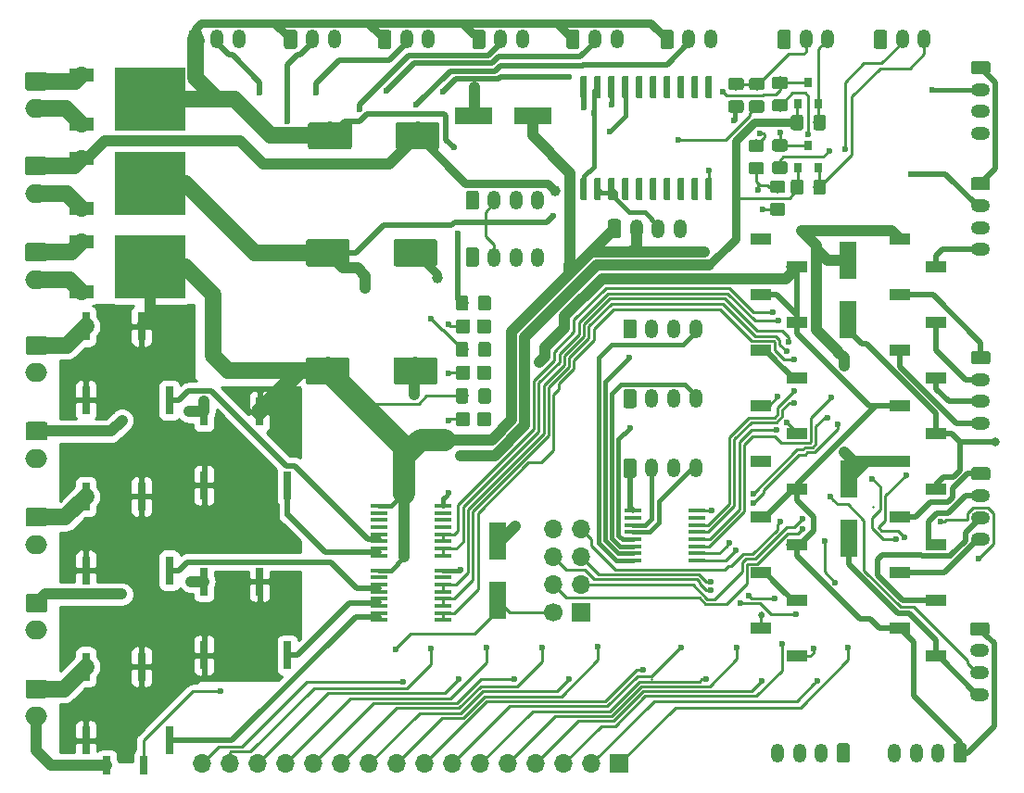
<source format=gbr>
G04 #@! TF.GenerationSoftware,KiCad,Pcbnew,(5.1.4)-1*
G04 #@! TF.CreationDate,2019-12-15T21:47:06+01:00*
G04 #@! TF.ProjectId,mainboard,6d61696e-626f-4617-9264-2e6b69636164,1.0*
G04 #@! TF.SameCoordinates,Original*
G04 #@! TF.FileFunction,Copper,L1,Top*
G04 #@! TF.FilePolarity,Positive*
%FSLAX46Y46*%
G04 Gerber Fmt 4.6, Leading zero omitted, Abs format (unit mm)*
G04 Created by KiCad (PCBNEW (5.1.4)-1) date 2019-12-15 21:47:06*
%MOMM*%
%LPD*%
G04 APERTURE LIST*
%ADD10C,0.100000*%
%ADD11C,1.700000*%
%ADD12R,1.700000X1.700000*%
%ADD13O,1.700000X1.700000*%
%ADD14C,0.600000*%
%ADD15O,2.000000X1.700000*%
%ADD16R,0.800000X1.700000*%
%ADD17R,1.900000X1.000000*%
%ADD18C,2.500000*%
%ADD19R,1.600000X3.500000*%
%ADD20R,3.500000X1.600000*%
%ADD21C,1.300000*%
%ADD22O,1.200000X1.750000*%
%ADD23C,1.200000*%
%ADD24O,1.750000X1.200000*%
%ADD25R,0.800000X2.660000*%
%ADD26C,0.500000*%
%ADD27R,2.200000X1.200000*%
%ADD28R,6.400000X5.800000*%
%ADD29R,0.800000X0.900000*%
%ADD30C,1.150000*%
%ADD31R,1.500000X0.450000*%
%ADD32C,1.000000*%
%ADD33C,0.800000*%
%ADD34C,1.000000*%
%ADD35C,0.250000*%
%ADD36C,0.500000*%
%ADD37C,1.500000*%
%ADD38C,0.400000*%
%ADD39C,0.800000*%
%ADD40C,2.000000*%
%ADD41C,0.254000*%
G04 APERTURE END LIST*
D10*
G36*
X178675223Y-114295670D02*
G01*
X179382330Y-115002777D01*
X179028777Y-115356330D01*
X178321670Y-114649223D01*
X178675223Y-114295670D01*
G37*
G36*
X178725223Y-93945670D02*
G01*
X179432330Y-94652777D01*
X179078777Y-95006330D01*
X178371670Y-94299223D01*
X178725223Y-93945670D01*
G37*
D11*
X158227000Y-117201000D03*
D12*
X160767000Y-117201000D03*
D13*
X158227000Y-114661000D03*
X160767000Y-114661000D03*
X158227000Y-112121000D03*
X160767000Y-112121000D03*
X158227000Y-109581000D03*
X160767000Y-109581000D03*
D10*
G36*
X161176703Y-77426722D02*
G01*
X161191264Y-77428882D01*
X161205543Y-77432459D01*
X161219403Y-77437418D01*
X161232710Y-77443712D01*
X161245336Y-77451280D01*
X161257159Y-77460048D01*
X161268066Y-77469934D01*
X161277952Y-77480841D01*
X161286720Y-77492664D01*
X161294288Y-77505290D01*
X161300582Y-77518597D01*
X161305541Y-77532457D01*
X161309118Y-77546736D01*
X161311278Y-77561297D01*
X161312000Y-77576000D01*
X161312000Y-79326000D01*
X161311278Y-79340703D01*
X161309118Y-79355264D01*
X161305541Y-79369543D01*
X161300582Y-79383403D01*
X161294288Y-79396710D01*
X161286720Y-79409336D01*
X161277952Y-79421159D01*
X161268066Y-79432066D01*
X161257159Y-79441952D01*
X161245336Y-79450720D01*
X161232710Y-79458288D01*
X161219403Y-79464582D01*
X161205543Y-79469541D01*
X161191264Y-79473118D01*
X161176703Y-79475278D01*
X161162000Y-79476000D01*
X160862000Y-79476000D01*
X160847297Y-79475278D01*
X160832736Y-79473118D01*
X160818457Y-79469541D01*
X160804597Y-79464582D01*
X160791290Y-79458288D01*
X160778664Y-79450720D01*
X160766841Y-79441952D01*
X160755934Y-79432066D01*
X160746048Y-79421159D01*
X160737280Y-79409336D01*
X160729712Y-79396710D01*
X160723418Y-79383403D01*
X160718459Y-79369543D01*
X160714882Y-79355264D01*
X160712722Y-79340703D01*
X160712000Y-79326000D01*
X160712000Y-77576000D01*
X160712722Y-77561297D01*
X160714882Y-77546736D01*
X160718459Y-77532457D01*
X160723418Y-77518597D01*
X160729712Y-77505290D01*
X160737280Y-77492664D01*
X160746048Y-77480841D01*
X160755934Y-77469934D01*
X160766841Y-77460048D01*
X160778664Y-77451280D01*
X160791290Y-77443712D01*
X160804597Y-77437418D01*
X160818457Y-77432459D01*
X160832736Y-77428882D01*
X160847297Y-77426722D01*
X160862000Y-77426000D01*
X161162000Y-77426000D01*
X161176703Y-77426722D01*
X161176703Y-77426722D01*
G37*
D14*
X161012000Y-78451000D03*
D10*
G36*
X162446703Y-77426722D02*
G01*
X162461264Y-77428882D01*
X162475543Y-77432459D01*
X162489403Y-77437418D01*
X162502710Y-77443712D01*
X162515336Y-77451280D01*
X162527159Y-77460048D01*
X162538066Y-77469934D01*
X162547952Y-77480841D01*
X162556720Y-77492664D01*
X162564288Y-77505290D01*
X162570582Y-77518597D01*
X162575541Y-77532457D01*
X162579118Y-77546736D01*
X162581278Y-77561297D01*
X162582000Y-77576000D01*
X162582000Y-79326000D01*
X162581278Y-79340703D01*
X162579118Y-79355264D01*
X162575541Y-79369543D01*
X162570582Y-79383403D01*
X162564288Y-79396710D01*
X162556720Y-79409336D01*
X162547952Y-79421159D01*
X162538066Y-79432066D01*
X162527159Y-79441952D01*
X162515336Y-79450720D01*
X162502710Y-79458288D01*
X162489403Y-79464582D01*
X162475543Y-79469541D01*
X162461264Y-79473118D01*
X162446703Y-79475278D01*
X162432000Y-79476000D01*
X162132000Y-79476000D01*
X162117297Y-79475278D01*
X162102736Y-79473118D01*
X162088457Y-79469541D01*
X162074597Y-79464582D01*
X162061290Y-79458288D01*
X162048664Y-79450720D01*
X162036841Y-79441952D01*
X162025934Y-79432066D01*
X162016048Y-79421159D01*
X162007280Y-79409336D01*
X161999712Y-79396710D01*
X161993418Y-79383403D01*
X161988459Y-79369543D01*
X161984882Y-79355264D01*
X161982722Y-79340703D01*
X161982000Y-79326000D01*
X161982000Y-77576000D01*
X161982722Y-77561297D01*
X161984882Y-77546736D01*
X161988459Y-77532457D01*
X161993418Y-77518597D01*
X161999712Y-77505290D01*
X162007280Y-77492664D01*
X162016048Y-77480841D01*
X162025934Y-77469934D01*
X162036841Y-77460048D01*
X162048664Y-77451280D01*
X162061290Y-77443712D01*
X162074597Y-77437418D01*
X162088457Y-77432459D01*
X162102736Y-77428882D01*
X162117297Y-77426722D01*
X162132000Y-77426000D01*
X162432000Y-77426000D01*
X162446703Y-77426722D01*
X162446703Y-77426722D01*
G37*
D14*
X162282000Y-78451000D03*
D10*
G36*
X163716703Y-77426722D02*
G01*
X163731264Y-77428882D01*
X163745543Y-77432459D01*
X163759403Y-77437418D01*
X163772710Y-77443712D01*
X163785336Y-77451280D01*
X163797159Y-77460048D01*
X163808066Y-77469934D01*
X163817952Y-77480841D01*
X163826720Y-77492664D01*
X163834288Y-77505290D01*
X163840582Y-77518597D01*
X163845541Y-77532457D01*
X163849118Y-77546736D01*
X163851278Y-77561297D01*
X163852000Y-77576000D01*
X163852000Y-79326000D01*
X163851278Y-79340703D01*
X163849118Y-79355264D01*
X163845541Y-79369543D01*
X163840582Y-79383403D01*
X163834288Y-79396710D01*
X163826720Y-79409336D01*
X163817952Y-79421159D01*
X163808066Y-79432066D01*
X163797159Y-79441952D01*
X163785336Y-79450720D01*
X163772710Y-79458288D01*
X163759403Y-79464582D01*
X163745543Y-79469541D01*
X163731264Y-79473118D01*
X163716703Y-79475278D01*
X163702000Y-79476000D01*
X163402000Y-79476000D01*
X163387297Y-79475278D01*
X163372736Y-79473118D01*
X163358457Y-79469541D01*
X163344597Y-79464582D01*
X163331290Y-79458288D01*
X163318664Y-79450720D01*
X163306841Y-79441952D01*
X163295934Y-79432066D01*
X163286048Y-79421159D01*
X163277280Y-79409336D01*
X163269712Y-79396710D01*
X163263418Y-79383403D01*
X163258459Y-79369543D01*
X163254882Y-79355264D01*
X163252722Y-79340703D01*
X163252000Y-79326000D01*
X163252000Y-77576000D01*
X163252722Y-77561297D01*
X163254882Y-77546736D01*
X163258459Y-77532457D01*
X163263418Y-77518597D01*
X163269712Y-77505290D01*
X163277280Y-77492664D01*
X163286048Y-77480841D01*
X163295934Y-77469934D01*
X163306841Y-77460048D01*
X163318664Y-77451280D01*
X163331290Y-77443712D01*
X163344597Y-77437418D01*
X163358457Y-77432459D01*
X163372736Y-77428882D01*
X163387297Y-77426722D01*
X163402000Y-77426000D01*
X163702000Y-77426000D01*
X163716703Y-77426722D01*
X163716703Y-77426722D01*
G37*
D14*
X163552000Y-78451000D03*
D10*
G36*
X164986703Y-77426722D02*
G01*
X165001264Y-77428882D01*
X165015543Y-77432459D01*
X165029403Y-77437418D01*
X165042710Y-77443712D01*
X165055336Y-77451280D01*
X165067159Y-77460048D01*
X165078066Y-77469934D01*
X165087952Y-77480841D01*
X165096720Y-77492664D01*
X165104288Y-77505290D01*
X165110582Y-77518597D01*
X165115541Y-77532457D01*
X165119118Y-77546736D01*
X165121278Y-77561297D01*
X165122000Y-77576000D01*
X165122000Y-79326000D01*
X165121278Y-79340703D01*
X165119118Y-79355264D01*
X165115541Y-79369543D01*
X165110582Y-79383403D01*
X165104288Y-79396710D01*
X165096720Y-79409336D01*
X165087952Y-79421159D01*
X165078066Y-79432066D01*
X165067159Y-79441952D01*
X165055336Y-79450720D01*
X165042710Y-79458288D01*
X165029403Y-79464582D01*
X165015543Y-79469541D01*
X165001264Y-79473118D01*
X164986703Y-79475278D01*
X164972000Y-79476000D01*
X164672000Y-79476000D01*
X164657297Y-79475278D01*
X164642736Y-79473118D01*
X164628457Y-79469541D01*
X164614597Y-79464582D01*
X164601290Y-79458288D01*
X164588664Y-79450720D01*
X164576841Y-79441952D01*
X164565934Y-79432066D01*
X164556048Y-79421159D01*
X164547280Y-79409336D01*
X164539712Y-79396710D01*
X164533418Y-79383403D01*
X164528459Y-79369543D01*
X164524882Y-79355264D01*
X164522722Y-79340703D01*
X164522000Y-79326000D01*
X164522000Y-77576000D01*
X164522722Y-77561297D01*
X164524882Y-77546736D01*
X164528459Y-77532457D01*
X164533418Y-77518597D01*
X164539712Y-77505290D01*
X164547280Y-77492664D01*
X164556048Y-77480841D01*
X164565934Y-77469934D01*
X164576841Y-77460048D01*
X164588664Y-77451280D01*
X164601290Y-77443712D01*
X164614597Y-77437418D01*
X164628457Y-77432459D01*
X164642736Y-77428882D01*
X164657297Y-77426722D01*
X164672000Y-77426000D01*
X164972000Y-77426000D01*
X164986703Y-77426722D01*
X164986703Y-77426722D01*
G37*
D14*
X164822000Y-78451000D03*
D10*
G36*
X166256703Y-77426722D02*
G01*
X166271264Y-77428882D01*
X166285543Y-77432459D01*
X166299403Y-77437418D01*
X166312710Y-77443712D01*
X166325336Y-77451280D01*
X166337159Y-77460048D01*
X166348066Y-77469934D01*
X166357952Y-77480841D01*
X166366720Y-77492664D01*
X166374288Y-77505290D01*
X166380582Y-77518597D01*
X166385541Y-77532457D01*
X166389118Y-77546736D01*
X166391278Y-77561297D01*
X166392000Y-77576000D01*
X166392000Y-79326000D01*
X166391278Y-79340703D01*
X166389118Y-79355264D01*
X166385541Y-79369543D01*
X166380582Y-79383403D01*
X166374288Y-79396710D01*
X166366720Y-79409336D01*
X166357952Y-79421159D01*
X166348066Y-79432066D01*
X166337159Y-79441952D01*
X166325336Y-79450720D01*
X166312710Y-79458288D01*
X166299403Y-79464582D01*
X166285543Y-79469541D01*
X166271264Y-79473118D01*
X166256703Y-79475278D01*
X166242000Y-79476000D01*
X165942000Y-79476000D01*
X165927297Y-79475278D01*
X165912736Y-79473118D01*
X165898457Y-79469541D01*
X165884597Y-79464582D01*
X165871290Y-79458288D01*
X165858664Y-79450720D01*
X165846841Y-79441952D01*
X165835934Y-79432066D01*
X165826048Y-79421159D01*
X165817280Y-79409336D01*
X165809712Y-79396710D01*
X165803418Y-79383403D01*
X165798459Y-79369543D01*
X165794882Y-79355264D01*
X165792722Y-79340703D01*
X165792000Y-79326000D01*
X165792000Y-77576000D01*
X165792722Y-77561297D01*
X165794882Y-77546736D01*
X165798459Y-77532457D01*
X165803418Y-77518597D01*
X165809712Y-77505290D01*
X165817280Y-77492664D01*
X165826048Y-77480841D01*
X165835934Y-77469934D01*
X165846841Y-77460048D01*
X165858664Y-77451280D01*
X165871290Y-77443712D01*
X165884597Y-77437418D01*
X165898457Y-77432459D01*
X165912736Y-77428882D01*
X165927297Y-77426722D01*
X165942000Y-77426000D01*
X166242000Y-77426000D01*
X166256703Y-77426722D01*
X166256703Y-77426722D01*
G37*
D14*
X166092000Y-78451000D03*
D10*
G36*
X167526703Y-77426722D02*
G01*
X167541264Y-77428882D01*
X167555543Y-77432459D01*
X167569403Y-77437418D01*
X167582710Y-77443712D01*
X167595336Y-77451280D01*
X167607159Y-77460048D01*
X167618066Y-77469934D01*
X167627952Y-77480841D01*
X167636720Y-77492664D01*
X167644288Y-77505290D01*
X167650582Y-77518597D01*
X167655541Y-77532457D01*
X167659118Y-77546736D01*
X167661278Y-77561297D01*
X167662000Y-77576000D01*
X167662000Y-79326000D01*
X167661278Y-79340703D01*
X167659118Y-79355264D01*
X167655541Y-79369543D01*
X167650582Y-79383403D01*
X167644288Y-79396710D01*
X167636720Y-79409336D01*
X167627952Y-79421159D01*
X167618066Y-79432066D01*
X167607159Y-79441952D01*
X167595336Y-79450720D01*
X167582710Y-79458288D01*
X167569403Y-79464582D01*
X167555543Y-79469541D01*
X167541264Y-79473118D01*
X167526703Y-79475278D01*
X167512000Y-79476000D01*
X167212000Y-79476000D01*
X167197297Y-79475278D01*
X167182736Y-79473118D01*
X167168457Y-79469541D01*
X167154597Y-79464582D01*
X167141290Y-79458288D01*
X167128664Y-79450720D01*
X167116841Y-79441952D01*
X167105934Y-79432066D01*
X167096048Y-79421159D01*
X167087280Y-79409336D01*
X167079712Y-79396710D01*
X167073418Y-79383403D01*
X167068459Y-79369543D01*
X167064882Y-79355264D01*
X167062722Y-79340703D01*
X167062000Y-79326000D01*
X167062000Y-77576000D01*
X167062722Y-77561297D01*
X167064882Y-77546736D01*
X167068459Y-77532457D01*
X167073418Y-77518597D01*
X167079712Y-77505290D01*
X167087280Y-77492664D01*
X167096048Y-77480841D01*
X167105934Y-77469934D01*
X167116841Y-77460048D01*
X167128664Y-77451280D01*
X167141290Y-77443712D01*
X167154597Y-77437418D01*
X167168457Y-77432459D01*
X167182736Y-77428882D01*
X167197297Y-77426722D01*
X167212000Y-77426000D01*
X167512000Y-77426000D01*
X167526703Y-77426722D01*
X167526703Y-77426722D01*
G37*
D14*
X167362000Y-78451000D03*
D10*
G36*
X168796703Y-77426722D02*
G01*
X168811264Y-77428882D01*
X168825543Y-77432459D01*
X168839403Y-77437418D01*
X168852710Y-77443712D01*
X168865336Y-77451280D01*
X168877159Y-77460048D01*
X168888066Y-77469934D01*
X168897952Y-77480841D01*
X168906720Y-77492664D01*
X168914288Y-77505290D01*
X168920582Y-77518597D01*
X168925541Y-77532457D01*
X168929118Y-77546736D01*
X168931278Y-77561297D01*
X168932000Y-77576000D01*
X168932000Y-79326000D01*
X168931278Y-79340703D01*
X168929118Y-79355264D01*
X168925541Y-79369543D01*
X168920582Y-79383403D01*
X168914288Y-79396710D01*
X168906720Y-79409336D01*
X168897952Y-79421159D01*
X168888066Y-79432066D01*
X168877159Y-79441952D01*
X168865336Y-79450720D01*
X168852710Y-79458288D01*
X168839403Y-79464582D01*
X168825543Y-79469541D01*
X168811264Y-79473118D01*
X168796703Y-79475278D01*
X168782000Y-79476000D01*
X168482000Y-79476000D01*
X168467297Y-79475278D01*
X168452736Y-79473118D01*
X168438457Y-79469541D01*
X168424597Y-79464582D01*
X168411290Y-79458288D01*
X168398664Y-79450720D01*
X168386841Y-79441952D01*
X168375934Y-79432066D01*
X168366048Y-79421159D01*
X168357280Y-79409336D01*
X168349712Y-79396710D01*
X168343418Y-79383403D01*
X168338459Y-79369543D01*
X168334882Y-79355264D01*
X168332722Y-79340703D01*
X168332000Y-79326000D01*
X168332000Y-77576000D01*
X168332722Y-77561297D01*
X168334882Y-77546736D01*
X168338459Y-77532457D01*
X168343418Y-77518597D01*
X168349712Y-77505290D01*
X168357280Y-77492664D01*
X168366048Y-77480841D01*
X168375934Y-77469934D01*
X168386841Y-77460048D01*
X168398664Y-77451280D01*
X168411290Y-77443712D01*
X168424597Y-77437418D01*
X168438457Y-77432459D01*
X168452736Y-77428882D01*
X168467297Y-77426722D01*
X168482000Y-77426000D01*
X168782000Y-77426000D01*
X168796703Y-77426722D01*
X168796703Y-77426722D01*
G37*
D14*
X168632000Y-78451000D03*
D10*
G36*
X170066703Y-77426722D02*
G01*
X170081264Y-77428882D01*
X170095543Y-77432459D01*
X170109403Y-77437418D01*
X170122710Y-77443712D01*
X170135336Y-77451280D01*
X170147159Y-77460048D01*
X170158066Y-77469934D01*
X170167952Y-77480841D01*
X170176720Y-77492664D01*
X170184288Y-77505290D01*
X170190582Y-77518597D01*
X170195541Y-77532457D01*
X170199118Y-77546736D01*
X170201278Y-77561297D01*
X170202000Y-77576000D01*
X170202000Y-79326000D01*
X170201278Y-79340703D01*
X170199118Y-79355264D01*
X170195541Y-79369543D01*
X170190582Y-79383403D01*
X170184288Y-79396710D01*
X170176720Y-79409336D01*
X170167952Y-79421159D01*
X170158066Y-79432066D01*
X170147159Y-79441952D01*
X170135336Y-79450720D01*
X170122710Y-79458288D01*
X170109403Y-79464582D01*
X170095543Y-79469541D01*
X170081264Y-79473118D01*
X170066703Y-79475278D01*
X170052000Y-79476000D01*
X169752000Y-79476000D01*
X169737297Y-79475278D01*
X169722736Y-79473118D01*
X169708457Y-79469541D01*
X169694597Y-79464582D01*
X169681290Y-79458288D01*
X169668664Y-79450720D01*
X169656841Y-79441952D01*
X169645934Y-79432066D01*
X169636048Y-79421159D01*
X169627280Y-79409336D01*
X169619712Y-79396710D01*
X169613418Y-79383403D01*
X169608459Y-79369543D01*
X169604882Y-79355264D01*
X169602722Y-79340703D01*
X169602000Y-79326000D01*
X169602000Y-77576000D01*
X169602722Y-77561297D01*
X169604882Y-77546736D01*
X169608459Y-77532457D01*
X169613418Y-77518597D01*
X169619712Y-77505290D01*
X169627280Y-77492664D01*
X169636048Y-77480841D01*
X169645934Y-77469934D01*
X169656841Y-77460048D01*
X169668664Y-77451280D01*
X169681290Y-77443712D01*
X169694597Y-77437418D01*
X169708457Y-77432459D01*
X169722736Y-77428882D01*
X169737297Y-77426722D01*
X169752000Y-77426000D01*
X170052000Y-77426000D01*
X170066703Y-77426722D01*
X170066703Y-77426722D01*
G37*
D14*
X169902000Y-78451000D03*
D10*
G36*
X171336703Y-77426722D02*
G01*
X171351264Y-77428882D01*
X171365543Y-77432459D01*
X171379403Y-77437418D01*
X171392710Y-77443712D01*
X171405336Y-77451280D01*
X171417159Y-77460048D01*
X171428066Y-77469934D01*
X171437952Y-77480841D01*
X171446720Y-77492664D01*
X171454288Y-77505290D01*
X171460582Y-77518597D01*
X171465541Y-77532457D01*
X171469118Y-77546736D01*
X171471278Y-77561297D01*
X171472000Y-77576000D01*
X171472000Y-79326000D01*
X171471278Y-79340703D01*
X171469118Y-79355264D01*
X171465541Y-79369543D01*
X171460582Y-79383403D01*
X171454288Y-79396710D01*
X171446720Y-79409336D01*
X171437952Y-79421159D01*
X171428066Y-79432066D01*
X171417159Y-79441952D01*
X171405336Y-79450720D01*
X171392710Y-79458288D01*
X171379403Y-79464582D01*
X171365543Y-79469541D01*
X171351264Y-79473118D01*
X171336703Y-79475278D01*
X171322000Y-79476000D01*
X171022000Y-79476000D01*
X171007297Y-79475278D01*
X170992736Y-79473118D01*
X170978457Y-79469541D01*
X170964597Y-79464582D01*
X170951290Y-79458288D01*
X170938664Y-79450720D01*
X170926841Y-79441952D01*
X170915934Y-79432066D01*
X170906048Y-79421159D01*
X170897280Y-79409336D01*
X170889712Y-79396710D01*
X170883418Y-79383403D01*
X170878459Y-79369543D01*
X170874882Y-79355264D01*
X170872722Y-79340703D01*
X170872000Y-79326000D01*
X170872000Y-77576000D01*
X170872722Y-77561297D01*
X170874882Y-77546736D01*
X170878459Y-77532457D01*
X170883418Y-77518597D01*
X170889712Y-77505290D01*
X170897280Y-77492664D01*
X170906048Y-77480841D01*
X170915934Y-77469934D01*
X170926841Y-77460048D01*
X170938664Y-77451280D01*
X170951290Y-77443712D01*
X170964597Y-77437418D01*
X170978457Y-77432459D01*
X170992736Y-77428882D01*
X171007297Y-77426722D01*
X171022000Y-77426000D01*
X171322000Y-77426000D01*
X171336703Y-77426722D01*
X171336703Y-77426722D01*
G37*
D14*
X171172000Y-78451000D03*
D10*
G36*
X172606703Y-77426722D02*
G01*
X172621264Y-77428882D01*
X172635543Y-77432459D01*
X172649403Y-77437418D01*
X172662710Y-77443712D01*
X172675336Y-77451280D01*
X172687159Y-77460048D01*
X172698066Y-77469934D01*
X172707952Y-77480841D01*
X172716720Y-77492664D01*
X172724288Y-77505290D01*
X172730582Y-77518597D01*
X172735541Y-77532457D01*
X172739118Y-77546736D01*
X172741278Y-77561297D01*
X172742000Y-77576000D01*
X172742000Y-79326000D01*
X172741278Y-79340703D01*
X172739118Y-79355264D01*
X172735541Y-79369543D01*
X172730582Y-79383403D01*
X172724288Y-79396710D01*
X172716720Y-79409336D01*
X172707952Y-79421159D01*
X172698066Y-79432066D01*
X172687159Y-79441952D01*
X172675336Y-79450720D01*
X172662710Y-79458288D01*
X172649403Y-79464582D01*
X172635543Y-79469541D01*
X172621264Y-79473118D01*
X172606703Y-79475278D01*
X172592000Y-79476000D01*
X172292000Y-79476000D01*
X172277297Y-79475278D01*
X172262736Y-79473118D01*
X172248457Y-79469541D01*
X172234597Y-79464582D01*
X172221290Y-79458288D01*
X172208664Y-79450720D01*
X172196841Y-79441952D01*
X172185934Y-79432066D01*
X172176048Y-79421159D01*
X172167280Y-79409336D01*
X172159712Y-79396710D01*
X172153418Y-79383403D01*
X172148459Y-79369543D01*
X172144882Y-79355264D01*
X172142722Y-79340703D01*
X172142000Y-79326000D01*
X172142000Y-77576000D01*
X172142722Y-77561297D01*
X172144882Y-77546736D01*
X172148459Y-77532457D01*
X172153418Y-77518597D01*
X172159712Y-77505290D01*
X172167280Y-77492664D01*
X172176048Y-77480841D01*
X172185934Y-77469934D01*
X172196841Y-77460048D01*
X172208664Y-77451280D01*
X172221290Y-77443712D01*
X172234597Y-77437418D01*
X172248457Y-77432459D01*
X172262736Y-77428882D01*
X172277297Y-77426722D01*
X172292000Y-77426000D01*
X172592000Y-77426000D01*
X172606703Y-77426722D01*
X172606703Y-77426722D01*
G37*
D14*
X172442000Y-78451000D03*
D10*
G36*
X172606703Y-68126722D02*
G01*
X172621264Y-68128882D01*
X172635543Y-68132459D01*
X172649403Y-68137418D01*
X172662710Y-68143712D01*
X172675336Y-68151280D01*
X172687159Y-68160048D01*
X172698066Y-68169934D01*
X172707952Y-68180841D01*
X172716720Y-68192664D01*
X172724288Y-68205290D01*
X172730582Y-68218597D01*
X172735541Y-68232457D01*
X172739118Y-68246736D01*
X172741278Y-68261297D01*
X172742000Y-68276000D01*
X172742000Y-70026000D01*
X172741278Y-70040703D01*
X172739118Y-70055264D01*
X172735541Y-70069543D01*
X172730582Y-70083403D01*
X172724288Y-70096710D01*
X172716720Y-70109336D01*
X172707952Y-70121159D01*
X172698066Y-70132066D01*
X172687159Y-70141952D01*
X172675336Y-70150720D01*
X172662710Y-70158288D01*
X172649403Y-70164582D01*
X172635543Y-70169541D01*
X172621264Y-70173118D01*
X172606703Y-70175278D01*
X172592000Y-70176000D01*
X172292000Y-70176000D01*
X172277297Y-70175278D01*
X172262736Y-70173118D01*
X172248457Y-70169541D01*
X172234597Y-70164582D01*
X172221290Y-70158288D01*
X172208664Y-70150720D01*
X172196841Y-70141952D01*
X172185934Y-70132066D01*
X172176048Y-70121159D01*
X172167280Y-70109336D01*
X172159712Y-70096710D01*
X172153418Y-70083403D01*
X172148459Y-70069543D01*
X172144882Y-70055264D01*
X172142722Y-70040703D01*
X172142000Y-70026000D01*
X172142000Y-68276000D01*
X172142722Y-68261297D01*
X172144882Y-68246736D01*
X172148459Y-68232457D01*
X172153418Y-68218597D01*
X172159712Y-68205290D01*
X172167280Y-68192664D01*
X172176048Y-68180841D01*
X172185934Y-68169934D01*
X172196841Y-68160048D01*
X172208664Y-68151280D01*
X172221290Y-68143712D01*
X172234597Y-68137418D01*
X172248457Y-68132459D01*
X172262736Y-68128882D01*
X172277297Y-68126722D01*
X172292000Y-68126000D01*
X172592000Y-68126000D01*
X172606703Y-68126722D01*
X172606703Y-68126722D01*
G37*
D14*
X172442000Y-69151000D03*
D10*
G36*
X171336703Y-68126722D02*
G01*
X171351264Y-68128882D01*
X171365543Y-68132459D01*
X171379403Y-68137418D01*
X171392710Y-68143712D01*
X171405336Y-68151280D01*
X171417159Y-68160048D01*
X171428066Y-68169934D01*
X171437952Y-68180841D01*
X171446720Y-68192664D01*
X171454288Y-68205290D01*
X171460582Y-68218597D01*
X171465541Y-68232457D01*
X171469118Y-68246736D01*
X171471278Y-68261297D01*
X171472000Y-68276000D01*
X171472000Y-70026000D01*
X171471278Y-70040703D01*
X171469118Y-70055264D01*
X171465541Y-70069543D01*
X171460582Y-70083403D01*
X171454288Y-70096710D01*
X171446720Y-70109336D01*
X171437952Y-70121159D01*
X171428066Y-70132066D01*
X171417159Y-70141952D01*
X171405336Y-70150720D01*
X171392710Y-70158288D01*
X171379403Y-70164582D01*
X171365543Y-70169541D01*
X171351264Y-70173118D01*
X171336703Y-70175278D01*
X171322000Y-70176000D01*
X171022000Y-70176000D01*
X171007297Y-70175278D01*
X170992736Y-70173118D01*
X170978457Y-70169541D01*
X170964597Y-70164582D01*
X170951290Y-70158288D01*
X170938664Y-70150720D01*
X170926841Y-70141952D01*
X170915934Y-70132066D01*
X170906048Y-70121159D01*
X170897280Y-70109336D01*
X170889712Y-70096710D01*
X170883418Y-70083403D01*
X170878459Y-70069543D01*
X170874882Y-70055264D01*
X170872722Y-70040703D01*
X170872000Y-70026000D01*
X170872000Y-68276000D01*
X170872722Y-68261297D01*
X170874882Y-68246736D01*
X170878459Y-68232457D01*
X170883418Y-68218597D01*
X170889712Y-68205290D01*
X170897280Y-68192664D01*
X170906048Y-68180841D01*
X170915934Y-68169934D01*
X170926841Y-68160048D01*
X170938664Y-68151280D01*
X170951290Y-68143712D01*
X170964597Y-68137418D01*
X170978457Y-68132459D01*
X170992736Y-68128882D01*
X171007297Y-68126722D01*
X171022000Y-68126000D01*
X171322000Y-68126000D01*
X171336703Y-68126722D01*
X171336703Y-68126722D01*
G37*
D14*
X171172000Y-69151000D03*
D10*
G36*
X170066703Y-68126722D02*
G01*
X170081264Y-68128882D01*
X170095543Y-68132459D01*
X170109403Y-68137418D01*
X170122710Y-68143712D01*
X170135336Y-68151280D01*
X170147159Y-68160048D01*
X170158066Y-68169934D01*
X170167952Y-68180841D01*
X170176720Y-68192664D01*
X170184288Y-68205290D01*
X170190582Y-68218597D01*
X170195541Y-68232457D01*
X170199118Y-68246736D01*
X170201278Y-68261297D01*
X170202000Y-68276000D01*
X170202000Y-70026000D01*
X170201278Y-70040703D01*
X170199118Y-70055264D01*
X170195541Y-70069543D01*
X170190582Y-70083403D01*
X170184288Y-70096710D01*
X170176720Y-70109336D01*
X170167952Y-70121159D01*
X170158066Y-70132066D01*
X170147159Y-70141952D01*
X170135336Y-70150720D01*
X170122710Y-70158288D01*
X170109403Y-70164582D01*
X170095543Y-70169541D01*
X170081264Y-70173118D01*
X170066703Y-70175278D01*
X170052000Y-70176000D01*
X169752000Y-70176000D01*
X169737297Y-70175278D01*
X169722736Y-70173118D01*
X169708457Y-70169541D01*
X169694597Y-70164582D01*
X169681290Y-70158288D01*
X169668664Y-70150720D01*
X169656841Y-70141952D01*
X169645934Y-70132066D01*
X169636048Y-70121159D01*
X169627280Y-70109336D01*
X169619712Y-70096710D01*
X169613418Y-70083403D01*
X169608459Y-70069543D01*
X169604882Y-70055264D01*
X169602722Y-70040703D01*
X169602000Y-70026000D01*
X169602000Y-68276000D01*
X169602722Y-68261297D01*
X169604882Y-68246736D01*
X169608459Y-68232457D01*
X169613418Y-68218597D01*
X169619712Y-68205290D01*
X169627280Y-68192664D01*
X169636048Y-68180841D01*
X169645934Y-68169934D01*
X169656841Y-68160048D01*
X169668664Y-68151280D01*
X169681290Y-68143712D01*
X169694597Y-68137418D01*
X169708457Y-68132459D01*
X169722736Y-68128882D01*
X169737297Y-68126722D01*
X169752000Y-68126000D01*
X170052000Y-68126000D01*
X170066703Y-68126722D01*
X170066703Y-68126722D01*
G37*
D14*
X169902000Y-69151000D03*
D10*
G36*
X168796703Y-68126722D02*
G01*
X168811264Y-68128882D01*
X168825543Y-68132459D01*
X168839403Y-68137418D01*
X168852710Y-68143712D01*
X168865336Y-68151280D01*
X168877159Y-68160048D01*
X168888066Y-68169934D01*
X168897952Y-68180841D01*
X168906720Y-68192664D01*
X168914288Y-68205290D01*
X168920582Y-68218597D01*
X168925541Y-68232457D01*
X168929118Y-68246736D01*
X168931278Y-68261297D01*
X168932000Y-68276000D01*
X168932000Y-70026000D01*
X168931278Y-70040703D01*
X168929118Y-70055264D01*
X168925541Y-70069543D01*
X168920582Y-70083403D01*
X168914288Y-70096710D01*
X168906720Y-70109336D01*
X168897952Y-70121159D01*
X168888066Y-70132066D01*
X168877159Y-70141952D01*
X168865336Y-70150720D01*
X168852710Y-70158288D01*
X168839403Y-70164582D01*
X168825543Y-70169541D01*
X168811264Y-70173118D01*
X168796703Y-70175278D01*
X168782000Y-70176000D01*
X168482000Y-70176000D01*
X168467297Y-70175278D01*
X168452736Y-70173118D01*
X168438457Y-70169541D01*
X168424597Y-70164582D01*
X168411290Y-70158288D01*
X168398664Y-70150720D01*
X168386841Y-70141952D01*
X168375934Y-70132066D01*
X168366048Y-70121159D01*
X168357280Y-70109336D01*
X168349712Y-70096710D01*
X168343418Y-70083403D01*
X168338459Y-70069543D01*
X168334882Y-70055264D01*
X168332722Y-70040703D01*
X168332000Y-70026000D01*
X168332000Y-68276000D01*
X168332722Y-68261297D01*
X168334882Y-68246736D01*
X168338459Y-68232457D01*
X168343418Y-68218597D01*
X168349712Y-68205290D01*
X168357280Y-68192664D01*
X168366048Y-68180841D01*
X168375934Y-68169934D01*
X168386841Y-68160048D01*
X168398664Y-68151280D01*
X168411290Y-68143712D01*
X168424597Y-68137418D01*
X168438457Y-68132459D01*
X168452736Y-68128882D01*
X168467297Y-68126722D01*
X168482000Y-68126000D01*
X168782000Y-68126000D01*
X168796703Y-68126722D01*
X168796703Y-68126722D01*
G37*
D14*
X168632000Y-69151000D03*
D10*
G36*
X167526703Y-68126722D02*
G01*
X167541264Y-68128882D01*
X167555543Y-68132459D01*
X167569403Y-68137418D01*
X167582710Y-68143712D01*
X167595336Y-68151280D01*
X167607159Y-68160048D01*
X167618066Y-68169934D01*
X167627952Y-68180841D01*
X167636720Y-68192664D01*
X167644288Y-68205290D01*
X167650582Y-68218597D01*
X167655541Y-68232457D01*
X167659118Y-68246736D01*
X167661278Y-68261297D01*
X167662000Y-68276000D01*
X167662000Y-70026000D01*
X167661278Y-70040703D01*
X167659118Y-70055264D01*
X167655541Y-70069543D01*
X167650582Y-70083403D01*
X167644288Y-70096710D01*
X167636720Y-70109336D01*
X167627952Y-70121159D01*
X167618066Y-70132066D01*
X167607159Y-70141952D01*
X167595336Y-70150720D01*
X167582710Y-70158288D01*
X167569403Y-70164582D01*
X167555543Y-70169541D01*
X167541264Y-70173118D01*
X167526703Y-70175278D01*
X167512000Y-70176000D01*
X167212000Y-70176000D01*
X167197297Y-70175278D01*
X167182736Y-70173118D01*
X167168457Y-70169541D01*
X167154597Y-70164582D01*
X167141290Y-70158288D01*
X167128664Y-70150720D01*
X167116841Y-70141952D01*
X167105934Y-70132066D01*
X167096048Y-70121159D01*
X167087280Y-70109336D01*
X167079712Y-70096710D01*
X167073418Y-70083403D01*
X167068459Y-70069543D01*
X167064882Y-70055264D01*
X167062722Y-70040703D01*
X167062000Y-70026000D01*
X167062000Y-68276000D01*
X167062722Y-68261297D01*
X167064882Y-68246736D01*
X167068459Y-68232457D01*
X167073418Y-68218597D01*
X167079712Y-68205290D01*
X167087280Y-68192664D01*
X167096048Y-68180841D01*
X167105934Y-68169934D01*
X167116841Y-68160048D01*
X167128664Y-68151280D01*
X167141290Y-68143712D01*
X167154597Y-68137418D01*
X167168457Y-68132459D01*
X167182736Y-68128882D01*
X167197297Y-68126722D01*
X167212000Y-68126000D01*
X167512000Y-68126000D01*
X167526703Y-68126722D01*
X167526703Y-68126722D01*
G37*
D14*
X167362000Y-69151000D03*
D10*
G36*
X166256703Y-68126722D02*
G01*
X166271264Y-68128882D01*
X166285543Y-68132459D01*
X166299403Y-68137418D01*
X166312710Y-68143712D01*
X166325336Y-68151280D01*
X166337159Y-68160048D01*
X166348066Y-68169934D01*
X166357952Y-68180841D01*
X166366720Y-68192664D01*
X166374288Y-68205290D01*
X166380582Y-68218597D01*
X166385541Y-68232457D01*
X166389118Y-68246736D01*
X166391278Y-68261297D01*
X166392000Y-68276000D01*
X166392000Y-70026000D01*
X166391278Y-70040703D01*
X166389118Y-70055264D01*
X166385541Y-70069543D01*
X166380582Y-70083403D01*
X166374288Y-70096710D01*
X166366720Y-70109336D01*
X166357952Y-70121159D01*
X166348066Y-70132066D01*
X166337159Y-70141952D01*
X166325336Y-70150720D01*
X166312710Y-70158288D01*
X166299403Y-70164582D01*
X166285543Y-70169541D01*
X166271264Y-70173118D01*
X166256703Y-70175278D01*
X166242000Y-70176000D01*
X165942000Y-70176000D01*
X165927297Y-70175278D01*
X165912736Y-70173118D01*
X165898457Y-70169541D01*
X165884597Y-70164582D01*
X165871290Y-70158288D01*
X165858664Y-70150720D01*
X165846841Y-70141952D01*
X165835934Y-70132066D01*
X165826048Y-70121159D01*
X165817280Y-70109336D01*
X165809712Y-70096710D01*
X165803418Y-70083403D01*
X165798459Y-70069543D01*
X165794882Y-70055264D01*
X165792722Y-70040703D01*
X165792000Y-70026000D01*
X165792000Y-68276000D01*
X165792722Y-68261297D01*
X165794882Y-68246736D01*
X165798459Y-68232457D01*
X165803418Y-68218597D01*
X165809712Y-68205290D01*
X165817280Y-68192664D01*
X165826048Y-68180841D01*
X165835934Y-68169934D01*
X165846841Y-68160048D01*
X165858664Y-68151280D01*
X165871290Y-68143712D01*
X165884597Y-68137418D01*
X165898457Y-68132459D01*
X165912736Y-68128882D01*
X165927297Y-68126722D01*
X165942000Y-68126000D01*
X166242000Y-68126000D01*
X166256703Y-68126722D01*
X166256703Y-68126722D01*
G37*
D14*
X166092000Y-69151000D03*
D10*
G36*
X164986703Y-68126722D02*
G01*
X165001264Y-68128882D01*
X165015543Y-68132459D01*
X165029403Y-68137418D01*
X165042710Y-68143712D01*
X165055336Y-68151280D01*
X165067159Y-68160048D01*
X165078066Y-68169934D01*
X165087952Y-68180841D01*
X165096720Y-68192664D01*
X165104288Y-68205290D01*
X165110582Y-68218597D01*
X165115541Y-68232457D01*
X165119118Y-68246736D01*
X165121278Y-68261297D01*
X165122000Y-68276000D01*
X165122000Y-70026000D01*
X165121278Y-70040703D01*
X165119118Y-70055264D01*
X165115541Y-70069543D01*
X165110582Y-70083403D01*
X165104288Y-70096710D01*
X165096720Y-70109336D01*
X165087952Y-70121159D01*
X165078066Y-70132066D01*
X165067159Y-70141952D01*
X165055336Y-70150720D01*
X165042710Y-70158288D01*
X165029403Y-70164582D01*
X165015543Y-70169541D01*
X165001264Y-70173118D01*
X164986703Y-70175278D01*
X164972000Y-70176000D01*
X164672000Y-70176000D01*
X164657297Y-70175278D01*
X164642736Y-70173118D01*
X164628457Y-70169541D01*
X164614597Y-70164582D01*
X164601290Y-70158288D01*
X164588664Y-70150720D01*
X164576841Y-70141952D01*
X164565934Y-70132066D01*
X164556048Y-70121159D01*
X164547280Y-70109336D01*
X164539712Y-70096710D01*
X164533418Y-70083403D01*
X164528459Y-70069543D01*
X164524882Y-70055264D01*
X164522722Y-70040703D01*
X164522000Y-70026000D01*
X164522000Y-68276000D01*
X164522722Y-68261297D01*
X164524882Y-68246736D01*
X164528459Y-68232457D01*
X164533418Y-68218597D01*
X164539712Y-68205290D01*
X164547280Y-68192664D01*
X164556048Y-68180841D01*
X164565934Y-68169934D01*
X164576841Y-68160048D01*
X164588664Y-68151280D01*
X164601290Y-68143712D01*
X164614597Y-68137418D01*
X164628457Y-68132459D01*
X164642736Y-68128882D01*
X164657297Y-68126722D01*
X164672000Y-68126000D01*
X164972000Y-68126000D01*
X164986703Y-68126722D01*
X164986703Y-68126722D01*
G37*
D14*
X164822000Y-69151000D03*
D10*
G36*
X163716703Y-68126722D02*
G01*
X163731264Y-68128882D01*
X163745543Y-68132459D01*
X163759403Y-68137418D01*
X163772710Y-68143712D01*
X163785336Y-68151280D01*
X163797159Y-68160048D01*
X163808066Y-68169934D01*
X163817952Y-68180841D01*
X163826720Y-68192664D01*
X163834288Y-68205290D01*
X163840582Y-68218597D01*
X163845541Y-68232457D01*
X163849118Y-68246736D01*
X163851278Y-68261297D01*
X163852000Y-68276000D01*
X163852000Y-70026000D01*
X163851278Y-70040703D01*
X163849118Y-70055264D01*
X163845541Y-70069543D01*
X163840582Y-70083403D01*
X163834288Y-70096710D01*
X163826720Y-70109336D01*
X163817952Y-70121159D01*
X163808066Y-70132066D01*
X163797159Y-70141952D01*
X163785336Y-70150720D01*
X163772710Y-70158288D01*
X163759403Y-70164582D01*
X163745543Y-70169541D01*
X163731264Y-70173118D01*
X163716703Y-70175278D01*
X163702000Y-70176000D01*
X163402000Y-70176000D01*
X163387297Y-70175278D01*
X163372736Y-70173118D01*
X163358457Y-70169541D01*
X163344597Y-70164582D01*
X163331290Y-70158288D01*
X163318664Y-70150720D01*
X163306841Y-70141952D01*
X163295934Y-70132066D01*
X163286048Y-70121159D01*
X163277280Y-70109336D01*
X163269712Y-70096710D01*
X163263418Y-70083403D01*
X163258459Y-70069543D01*
X163254882Y-70055264D01*
X163252722Y-70040703D01*
X163252000Y-70026000D01*
X163252000Y-68276000D01*
X163252722Y-68261297D01*
X163254882Y-68246736D01*
X163258459Y-68232457D01*
X163263418Y-68218597D01*
X163269712Y-68205290D01*
X163277280Y-68192664D01*
X163286048Y-68180841D01*
X163295934Y-68169934D01*
X163306841Y-68160048D01*
X163318664Y-68151280D01*
X163331290Y-68143712D01*
X163344597Y-68137418D01*
X163358457Y-68132459D01*
X163372736Y-68128882D01*
X163387297Y-68126722D01*
X163402000Y-68126000D01*
X163702000Y-68126000D01*
X163716703Y-68126722D01*
X163716703Y-68126722D01*
G37*
D14*
X163552000Y-69151000D03*
D10*
G36*
X162446703Y-68126722D02*
G01*
X162461264Y-68128882D01*
X162475543Y-68132459D01*
X162489403Y-68137418D01*
X162502710Y-68143712D01*
X162515336Y-68151280D01*
X162527159Y-68160048D01*
X162538066Y-68169934D01*
X162547952Y-68180841D01*
X162556720Y-68192664D01*
X162564288Y-68205290D01*
X162570582Y-68218597D01*
X162575541Y-68232457D01*
X162579118Y-68246736D01*
X162581278Y-68261297D01*
X162582000Y-68276000D01*
X162582000Y-70026000D01*
X162581278Y-70040703D01*
X162579118Y-70055264D01*
X162575541Y-70069543D01*
X162570582Y-70083403D01*
X162564288Y-70096710D01*
X162556720Y-70109336D01*
X162547952Y-70121159D01*
X162538066Y-70132066D01*
X162527159Y-70141952D01*
X162515336Y-70150720D01*
X162502710Y-70158288D01*
X162489403Y-70164582D01*
X162475543Y-70169541D01*
X162461264Y-70173118D01*
X162446703Y-70175278D01*
X162432000Y-70176000D01*
X162132000Y-70176000D01*
X162117297Y-70175278D01*
X162102736Y-70173118D01*
X162088457Y-70169541D01*
X162074597Y-70164582D01*
X162061290Y-70158288D01*
X162048664Y-70150720D01*
X162036841Y-70141952D01*
X162025934Y-70132066D01*
X162016048Y-70121159D01*
X162007280Y-70109336D01*
X161999712Y-70096710D01*
X161993418Y-70083403D01*
X161988459Y-70069543D01*
X161984882Y-70055264D01*
X161982722Y-70040703D01*
X161982000Y-70026000D01*
X161982000Y-68276000D01*
X161982722Y-68261297D01*
X161984882Y-68246736D01*
X161988459Y-68232457D01*
X161993418Y-68218597D01*
X161999712Y-68205290D01*
X162007280Y-68192664D01*
X162016048Y-68180841D01*
X162025934Y-68169934D01*
X162036841Y-68160048D01*
X162048664Y-68151280D01*
X162061290Y-68143712D01*
X162074597Y-68137418D01*
X162088457Y-68132459D01*
X162102736Y-68128882D01*
X162117297Y-68126722D01*
X162132000Y-68126000D01*
X162432000Y-68126000D01*
X162446703Y-68126722D01*
X162446703Y-68126722D01*
G37*
D14*
X162282000Y-69151000D03*
D10*
G36*
X161176703Y-68126722D02*
G01*
X161191264Y-68128882D01*
X161205543Y-68132459D01*
X161219403Y-68137418D01*
X161232710Y-68143712D01*
X161245336Y-68151280D01*
X161257159Y-68160048D01*
X161268066Y-68169934D01*
X161277952Y-68180841D01*
X161286720Y-68192664D01*
X161294288Y-68205290D01*
X161300582Y-68218597D01*
X161305541Y-68232457D01*
X161309118Y-68246736D01*
X161311278Y-68261297D01*
X161312000Y-68276000D01*
X161312000Y-70026000D01*
X161311278Y-70040703D01*
X161309118Y-70055264D01*
X161305541Y-70069543D01*
X161300582Y-70083403D01*
X161294288Y-70096710D01*
X161286720Y-70109336D01*
X161277952Y-70121159D01*
X161268066Y-70132066D01*
X161257159Y-70141952D01*
X161245336Y-70150720D01*
X161232710Y-70158288D01*
X161219403Y-70164582D01*
X161205543Y-70169541D01*
X161191264Y-70173118D01*
X161176703Y-70175278D01*
X161162000Y-70176000D01*
X160862000Y-70176000D01*
X160847297Y-70175278D01*
X160832736Y-70173118D01*
X160818457Y-70169541D01*
X160804597Y-70164582D01*
X160791290Y-70158288D01*
X160778664Y-70150720D01*
X160766841Y-70141952D01*
X160755934Y-70132066D01*
X160746048Y-70121159D01*
X160737280Y-70109336D01*
X160729712Y-70096710D01*
X160723418Y-70083403D01*
X160718459Y-70069543D01*
X160714882Y-70055264D01*
X160712722Y-70040703D01*
X160712000Y-70026000D01*
X160712000Y-68276000D01*
X160712722Y-68261297D01*
X160714882Y-68246736D01*
X160718459Y-68232457D01*
X160723418Y-68218597D01*
X160729712Y-68205290D01*
X160737280Y-68192664D01*
X160746048Y-68180841D01*
X160755934Y-68169934D01*
X160766841Y-68160048D01*
X160778664Y-68151280D01*
X160791290Y-68143712D01*
X160804597Y-68137418D01*
X160818457Y-68132459D01*
X160832736Y-68128882D01*
X160847297Y-68126722D01*
X160862000Y-68126000D01*
X161162000Y-68126000D01*
X161176703Y-68126722D01*
X161176703Y-68126722D01*
G37*
D14*
X161012000Y-69151000D03*
D10*
G36*
X111741504Y-67772204D02*
G01*
X111765773Y-67775804D01*
X111789571Y-67781765D01*
X111812671Y-67790030D01*
X111834849Y-67800520D01*
X111855893Y-67813133D01*
X111875598Y-67827747D01*
X111893777Y-67844223D01*
X111910253Y-67862402D01*
X111924867Y-67882107D01*
X111937480Y-67903151D01*
X111947970Y-67925329D01*
X111956235Y-67948429D01*
X111962196Y-67972227D01*
X111965796Y-67996496D01*
X111967000Y-68021000D01*
X111967000Y-69221000D01*
X111965796Y-69245504D01*
X111962196Y-69269773D01*
X111956235Y-69293571D01*
X111947970Y-69316671D01*
X111937480Y-69338849D01*
X111924867Y-69359893D01*
X111910253Y-69379598D01*
X111893777Y-69397777D01*
X111875598Y-69414253D01*
X111855893Y-69428867D01*
X111834849Y-69441480D01*
X111812671Y-69451970D01*
X111789571Y-69460235D01*
X111765773Y-69466196D01*
X111741504Y-69469796D01*
X111717000Y-69471000D01*
X110217000Y-69471000D01*
X110192496Y-69469796D01*
X110168227Y-69466196D01*
X110144429Y-69460235D01*
X110121329Y-69451970D01*
X110099151Y-69441480D01*
X110078107Y-69428867D01*
X110058402Y-69414253D01*
X110040223Y-69397777D01*
X110023747Y-69379598D01*
X110009133Y-69359893D01*
X109996520Y-69338849D01*
X109986030Y-69316671D01*
X109977765Y-69293571D01*
X109971804Y-69269773D01*
X109968204Y-69245504D01*
X109967000Y-69221000D01*
X109967000Y-68021000D01*
X109968204Y-67996496D01*
X109971804Y-67972227D01*
X109977765Y-67948429D01*
X109986030Y-67925329D01*
X109996520Y-67903151D01*
X110009133Y-67882107D01*
X110023747Y-67862402D01*
X110040223Y-67844223D01*
X110058402Y-67827747D01*
X110078107Y-67813133D01*
X110099151Y-67800520D01*
X110121329Y-67790030D01*
X110144429Y-67781765D01*
X110168227Y-67775804D01*
X110192496Y-67772204D01*
X110217000Y-67771000D01*
X111717000Y-67771000D01*
X111741504Y-67772204D01*
X111741504Y-67772204D01*
G37*
D11*
X110967000Y-68621000D03*
D15*
X110967000Y-71121000D03*
X110957000Y-78861000D03*
D10*
G36*
X111731504Y-75512204D02*
G01*
X111755773Y-75515804D01*
X111779571Y-75521765D01*
X111802671Y-75530030D01*
X111824849Y-75540520D01*
X111845893Y-75553133D01*
X111865598Y-75567747D01*
X111883777Y-75584223D01*
X111900253Y-75602402D01*
X111914867Y-75622107D01*
X111927480Y-75643151D01*
X111937970Y-75665329D01*
X111946235Y-75688429D01*
X111952196Y-75712227D01*
X111955796Y-75736496D01*
X111957000Y-75761000D01*
X111957000Y-76961000D01*
X111955796Y-76985504D01*
X111952196Y-77009773D01*
X111946235Y-77033571D01*
X111937970Y-77056671D01*
X111927480Y-77078849D01*
X111914867Y-77099893D01*
X111900253Y-77119598D01*
X111883777Y-77137777D01*
X111865598Y-77154253D01*
X111845893Y-77168867D01*
X111824849Y-77181480D01*
X111802671Y-77191970D01*
X111779571Y-77200235D01*
X111755773Y-77206196D01*
X111731504Y-77209796D01*
X111707000Y-77211000D01*
X110207000Y-77211000D01*
X110182496Y-77209796D01*
X110158227Y-77206196D01*
X110134429Y-77200235D01*
X110111329Y-77191970D01*
X110089151Y-77181480D01*
X110068107Y-77168867D01*
X110048402Y-77154253D01*
X110030223Y-77137777D01*
X110013747Y-77119598D01*
X109999133Y-77099893D01*
X109986520Y-77078849D01*
X109976030Y-77056671D01*
X109967765Y-77033571D01*
X109961804Y-77009773D01*
X109958204Y-76985504D01*
X109957000Y-76961000D01*
X109957000Y-75761000D01*
X109958204Y-75736496D01*
X109961804Y-75712227D01*
X109967765Y-75688429D01*
X109976030Y-75665329D01*
X109986520Y-75643151D01*
X109999133Y-75622107D01*
X110013747Y-75602402D01*
X110030223Y-75584223D01*
X110048402Y-75567747D01*
X110068107Y-75553133D01*
X110089151Y-75540520D01*
X110111329Y-75530030D01*
X110134429Y-75521765D01*
X110158227Y-75515804D01*
X110182496Y-75512204D01*
X110207000Y-75511000D01*
X111707000Y-75511000D01*
X111731504Y-75512204D01*
X111731504Y-75512204D01*
G37*
D11*
X110957000Y-76361000D03*
D13*
X126127000Y-131001000D03*
X128667000Y-131001000D03*
X131207000Y-131001000D03*
X133747000Y-131001000D03*
X136287000Y-131001000D03*
X138827000Y-131001000D03*
X141367000Y-131001000D03*
X143907000Y-131001000D03*
X146447000Y-131001000D03*
X148987000Y-131001000D03*
X151527000Y-131001000D03*
X154067000Y-131001000D03*
X156607000Y-131001000D03*
X159147000Y-131001000D03*
X161687000Y-131001000D03*
D12*
X164227000Y-131001000D03*
D10*
G36*
X111791504Y-99762204D02*
G01*
X111815773Y-99765804D01*
X111839571Y-99771765D01*
X111862671Y-99780030D01*
X111884849Y-99790520D01*
X111905893Y-99803133D01*
X111925598Y-99817747D01*
X111943777Y-99834223D01*
X111960253Y-99852402D01*
X111974867Y-99872107D01*
X111987480Y-99893151D01*
X111997970Y-99915329D01*
X112006235Y-99938429D01*
X112012196Y-99962227D01*
X112015796Y-99986496D01*
X112017000Y-100011000D01*
X112017000Y-101211000D01*
X112015796Y-101235504D01*
X112012196Y-101259773D01*
X112006235Y-101283571D01*
X111997970Y-101306671D01*
X111987480Y-101328849D01*
X111974867Y-101349893D01*
X111960253Y-101369598D01*
X111943777Y-101387777D01*
X111925598Y-101404253D01*
X111905893Y-101418867D01*
X111884849Y-101431480D01*
X111862671Y-101441970D01*
X111839571Y-101450235D01*
X111815773Y-101456196D01*
X111791504Y-101459796D01*
X111767000Y-101461000D01*
X110267000Y-101461000D01*
X110242496Y-101459796D01*
X110218227Y-101456196D01*
X110194429Y-101450235D01*
X110171329Y-101441970D01*
X110149151Y-101431480D01*
X110128107Y-101418867D01*
X110108402Y-101404253D01*
X110090223Y-101387777D01*
X110073747Y-101369598D01*
X110059133Y-101349893D01*
X110046520Y-101328849D01*
X110036030Y-101306671D01*
X110027765Y-101283571D01*
X110021804Y-101259773D01*
X110018204Y-101235504D01*
X110017000Y-101211000D01*
X110017000Y-100011000D01*
X110018204Y-99986496D01*
X110021804Y-99962227D01*
X110027765Y-99938429D01*
X110036030Y-99915329D01*
X110046520Y-99893151D01*
X110059133Y-99872107D01*
X110073747Y-99852402D01*
X110090223Y-99834223D01*
X110108402Y-99817747D01*
X110128107Y-99803133D01*
X110149151Y-99790520D01*
X110171329Y-99780030D01*
X110194429Y-99771765D01*
X110218227Y-99765804D01*
X110242496Y-99762204D01*
X110267000Y-99761000D01*
X111767000Y-99761000D01*
X111791504Y-99762204D01*
X111791504Y-99762204D01*
G37*
D11*
X111017000Y-100611000D03*
D15*
X111017000Y-103111000D03*
X111017000Y-110961000D03*
D10*
G36*
X111791504Y-107612204D02*
G01*
X111815773Y-107615804D01*
X111839571Y-107621765D01*
X111862671Y-107630030D01*
X111884849Y-107640520D01*
X111905893Y-107653133D01*
X111925598Y-107667747D01*
X111943777Y-107684223D01*
X111960253Y-107702402D01*
X111974867Y-107722107D01*
X111987480Y-107743151D01*
X111997970Y-107765329D01*
X112006235Y-107788429D01*
X112012196Y-107812227D01*
X112015796Y-107836496D01*
X112017000Y-107861000D01*
X112017000Y-109061000D01*
X112015796Y-109085504D01*
X112012196Y-109109773D01*
X112006235Y-109133571D01*
X111997970Y-109156671D01*
X111987480Y-109178849D01*
X111974867Y-109199893D01*
X111960253Y-109219598D01*
X111943777Y-109237777D01*
X111925598Y-109254253D01*
X111905893Y-109268867D01*
X111884849Y-109281480D01*
X111862671Y-109291970D01*
X111839571Y-109300235D01*
X111815773Y-109306196D01*
X111791504Y-109309796D01*
X111767000Y-109311000D01*
X110267000Y-109311000D01*
X110242496Y-109309796D01*
X110218227Y-109306196D01*
X110194429Y-109300235D01*
X110171329Y-109291970D01*
X110149151Y-109281480D01*
X110128107Y-109268867D01*
X110108402Y-109254253D01*
X110090223Y-109237777D01*
X110073747Y-109219598D01*
X110059133Y-109199893D01*
X110046520Y-109178849D01*
X110036030Y-109156671D01*
X110027765Y-109133571D01*
X110021804Y-109109773D01*
X110018204Y-109085504D01*
X110017000Y-109061000D01*
X110017000Y-107861000D01*
X110018204Y-107836496D01*
X110021804Y-107812227D01*
X110027765Y-107788429D01*
X110036030Y-107765329D01*
X110046520Y-107743151D01*
X110059133Y-107722107D01*
X110073747Y-107702402D01*
X110090223Y-107684223D01*
X110108402Y-107667747D01*
X110128107Y-107653133D01*
X110149151Y-107640520D01*
X110171329Y-107630030D01*
X110194429Y-107621765D01*
X110218227Y-107615804D01*
X110242496Y-107612204D01*
X110267000Y-107611000D01*
X111767000Y-107611000D01*
X111791504Y-107612204D01*
X111791504Y-107612204D01*
G37*
D11*
X111017000Y-108461000D03*
D10*
G36*
X111791504Y-115462204D02*
G01*
X111815773Y-115465804D01*
X111839571Y-115471765D01*
X111862671Y-115480030D01*
X111884849Y-115490520D01*
X111905893Y-115503133D01*
X111925598Y-115517747D01*
X111943777Y-115534223D01*
X111960253Y-115552402D01*
X111974867Y-115572107D01*
X111987480Y-115593151D01*
X111997970Y-115615329D01*
X112006235Y-115638429D01*
X112012196Y-115662227D01*
X112015796Y-115686496D01*
X112017000Y-115711000D01*
X112017000Y-116911000D01*
X112015796Y-116935504D01*
X112012196Y-116959773D01*
X112006235Y-116983571D01*
X111997970Y-117006671D01*
X111987480Y-117028849D01*
X111974867Y-117049893D01*
X111960253Y-117069598D01*
X111943777Y-117087777D01*
X111925598Y-117104253D01*
X111905893Y-117118867D01*
X111884849Y-117131480D01*
X111862671Y-117141970D01*
X111839571Y-117150235D01*
X111815773Y-117156196D01*
X111791504Y-117159796D01*
X111767000Y-117161000D01*
X110267000Y-117161000D01*
X110242496Y-117159796D01*
X110218227Y-117156196D01*
X110194429Y-117150235D01*
X110171329Y-117141970D01*
X110149151Y-117131480D01*
X110128107Y-117118867D01*
X110108402Y-117104253D01*
X110090223Y-117087777D01*
X110073747Y-117069598D01*
X110059133Y-117049893D01*
X110046520Y-117028849D01*
X110036030Y-117006671D01*
X110027765Y-116983571D01*
X110021804Y-116959773D01*
X110018204Y-116935504D01*
X110017000Y-116911000D01*
X110017000Y-115711000D01*
X110018204Y-115686496D01*
X110021804Y-115662227D01*
X110027765Y-115638429D01*
X110036030Y-115615329D01*
X110046520Y-115593151D01*
X110059133Y-115572107D01*
X110073747Y-115552402D01*
X110090223Y-115534223D01*
X110108402Y-115517747D01*
X110128107Y-115503133D01*
X110149151Y-115490520D01*
X110171329Y-115480030D01*
X110194429Y-115471765D01*
X110218227Y-115465804D01*
X110242496Y-115462204D01*
X110267000Y-115461000D01*
X111767000Y-115461000D01*
X111791504Y-115462204D01*
X111791504Y-115462204D01*
G37*
D11*
X111017000Y-116311000D03*
D15*
X111017000Y-118811000D03*
D10*
G36*
X111791504Y-123312204D02*
G01*
X111815773Y-123315804D01*
X111839571Y-123321765D01*
X111862671Y-123330030D01*
X111884849Y-123340520D01*
X111905893Y-123353133D01*
X111925598Y-123367747D01*
X111943777Y-123384223D01*
X111960253Y-123402402D01*
X111974867Y-123422107D01*
X111987480Y-123443151D01*
X111997970Y-123465329D01*
X112006235Y-123488429D01*
X112012196Y-123512227D01*
X112015796Y-123536496D01*
X112017000Y-123561000D01*
X112017000Y-124761000D01*
X112015796Y-124785504D01*
X112012196Y-124809773D01*
X112006235Y-124833571D01*
X111997970Y-124856671D01*
X111987480Y-124878849D01*
X111974867Y-124899893D01*
X111960253Y-124919598D01*
X111943777Y-124937777D01*
X111925598Y-124954253D01*
X111905893Y-124968867D01*
X111884849Y-124981480D01*
X111862671Y-124991970D01*
X111839571Y-125000235D01*
X111815773Y-125006196D01*
X111791504Y-125009796D01*
X111767000Y-125011000D01*
X110267000Y-125011000D01*
X110242496Y-125009796D01*
X110218227Y-125006196D01*
X110194429Y-125000235D01*
X110171329Y-124991970D01*
X110149151Y-124981480D01*
X110128107Y-124968867D01*
X110108402Y-124954253D01*
X110090223Y-124937777D01*
X110073747Y-124919598D01*
X110059133Y-124899893D01*
X110046520Y-124878849D01*
X110036030Y-124856671D01*
X110027765Y-124833571D01*
X110021804Y-124809773D01*
X110018204Y-124785504D01*
X110017000Y-124761000D01*
X110017000Y-123561000D01*
X110018204Y-123536496D01*
X110021804Y-123512227D01*
X110027765Y-123488429D01*
X110036030Y-123465329D01*
X110046520Y-123443151D01*
X110059133Y-123422107D01*
X110073747Y-123402402D01*
X110090223Y-123384223D01*
X110108402Y-123367747D01*
X110128107Y-123353133D01*
X110149151Y-123340520D01*
X110171329Y-123330030D01*
X110194429Y-123321765D01*
X110218227Y-123315804D01*
X110242496Y-123312204D01*
X110267000Y-123311000D01*
X111767000Y-123311000D01*
X111791504Y-123312204D01*
X111791504Y-123312204D01*
G37*
D11*
X111017000Y-124161000D03*
D15*
X111017000Y-126661000D03*
X110977000Y-86761000D03*
D10*
G36*
X111751504Y-83412204D02*
G01*
X111775773Y-83415804D01*
X111799571Y-83421765D01*
X111822671Y-83430030D01*
X111844849Y-83440520D01*
X111865893Y-83453133D01*
X111885598Y-83467747D01*
X111903777Y-83484223D01*
X111920253Y-83502402D01*
X111934867Y-83522107D01*
X111947480Y-83543151D01*
X111957970Y-83565329D01*
X111966235Y-83588429D01*
X111972196Y-83612227D01*
X111975796Y-83636496D01*
X111977000Y-83661000D01*
X111977000Y-84861000D01*
X111975796Y-84885504D01*
X111972196Y-84909773D01*
X111966235Y-84933571D01*
X111957970Y-84956671D01*
X111947480Y-84978849D01*
X111934867Y-84999893D01*
X111920253Y-85019598D01*
X111903777Y-85037777D01*
X111885598Y-85054253D01*
X111865893Y-85068867D01*
X111844849Y-85081480D01*
X111822671Y-85091970D01*
X111799571Y-85100235D01*
X111775773Y-85106196D01*
X111751504Y-85109796D01*
X111727000Y-85111000D01*
X110227000Y-85111000D01*
X110202496Y-85109796D01*
X110178227Y-85106196D01*
X110154429Y-85100235D01*
X110131329Y-85091970D01*
X110109151Y-85081480D01*
X110088107Y-85068867D01*
X110068402Y-85054253D01*
X110050223Y-85037777D01*
X110033747Y-85019598D01*
X110019133Y-84999893D01*
X110006520Y-84978849D01*
X109996030Y-84956671D01*
X109987765Y-84933571D01*
X109981804Y-84909773D01*
X109978204Y-84885504D01*
X109977000Y-84861000D01*
X109977000Y-83661000D01*
X109978204Y-83636496D01*
X109981804Y-83612227D01*
X109987765Y-83588429D01*
X109996030Y-83565329D01*
X110006520Y-83543151D01*
X110019133Y-83522107D01*
X110033747Y-83502402D01*
X110050223Y-83484223D01*
X110068402Y-83467747D01*
X110088107Y-83453133D01*
X110109151Y-83440520D01*
X110131329Y-83430030D01*
X110154429Y-83421765D01*
X110178227Y-83415804D01*
X110202496Y-83412204D01*
X110227000Y-83411000D01*
X111727000Y-83411000D01*
X111751504Y-83412204D01*
X111751504Y-83412204D01*
G37*
D11*
X110977000Y-84261000D03*
D16*
X120827000Y-131101000D03*
X117427000Y-131101000D03*
D10*
G36*
X111791504Y-91912204D02*
G01*
X111815773Y-91915804D01*
X111839571Y-91921765D01*
X111862671Y-91930030D01*
X111884849Y-91940520D01*
X111905893Y-91953133D01*
X111925598Y-91967747D01*
X111943777Y-91984223D01*
X111960253Y-92002402D01*
X111974867Y-92022107D01*
X111987480Y-92043151D01*
X111997970Y-92065329D01*
X112006235Y-92088429D01*
X112012196Y-92112227D01*
X112015796Y-92136496D01*
X112017000Y-92161000D01*
X112017000Y-93361000D01*
X112015796Y-93385504D01*
X112012196Y-93409773D01*
X112006235Y-93433571D01*
X111997970Y-93456671D01*
X111987480Y-93478849D01*
X111974867Y-93499893D01*
X111960253Y-93519598D01*
X111943777Y-93537777D01*
X111925598Y-93554253D01*
X111905893Y-93568867D01*
X111884849Y-93581480D01*
X111862671Y-93591970D01*
X111839571Y-93600235D01*
X111815773Y-93606196D01*
X111791504Y-93609796D01*
X111767000Y-93611000D01*
X110267000Y-93611000D01*
X110242496Y-93609796D01*
X110218227Y-93606196D01*
X110194429Y-93600235D01*
X110171329Y-93591970D01*
X110149151Y-93581480D01*
X110128107Y-93568867D01*
X110108402Y-93554253D01*
X110090223Y-93537777D01*
X110073747Y-93519598D01*
X110059133Y-93499893D01*
X110046520Y-93478849D01*
X110036030Y-93456671D01*
X110027765Y-93433571D01*
X110021804Y-93409773D01*
X110018204Y-93385504D01*
X110017000Y-93361000D01*
X110017000Y-92161000D01*
X110018204Y-92136496D01*
X110021804Y-92112227D01*
X110027765Y-92088429D01*
X110036030Y-92065329D01*
X110046520Y-92043151D01*
X110059133Y-92022107D01*
X110073747Y-92002402D01*
X110090223Y-91984223D01*
X110108402Y-91967747D01*
X110128107Y-91953133D01*
X110149151Y-91940520D01*
X110171329Y-91930030D01*
X110194429Y-91921765D01*
X110218227Y-91915804D01*
X110242496Y-91912204D01*
X110267000Y-91911000D01*
X111767000Y-91911000D01*
X111791504Y-91912204D01*
X111791504Y-91912204D01*
G37*
D11*
X111017000Y-92761000D03*
D15*
X111017000Y-95261000D03*
D17*
X193197000Y-85596000D03*
X193197000Y-100836000D03*
X189897000Y-88136000D03*
X193197000Y-95756000D03*
X193197000Y-90676000D03*
X189897000Y-98296000D03*
X189897000Y-83056000D03*
X189897000Y-93216000D03*
X180497000Y-85596000D03*
X180497000Y-100836000D03*
X177197000Y-88136000D03*
X180497000Y-95756000D03*
X180497000Y-90676000D03*
X177197000Y-98296000D03*
X177197000Y-83056000D03*
X177197000Y-93216000D03*
X177197000Y-113556000D03*
X177197000Y-103396000D03*
X177197000Y-118636000D03*
X180497000Y-111016000D03*
X180497000Y-116096000D03*
X177197000Y-108476000D03*
X180497000Y-121176000D03*
X180497000Y-105936000D03*
X189897000Y-113556000D03*
X189897000Y-103396000D03*
X189897000Y-118636000D03*
X193197000Y-111016000D03*
X193197000Y-116096000D03*
X189897000Y-108476000D03*
X193197000Y-121176000D03*
X193197000Y-105936000D03*
D10*
G36*
X139601504Y-72352204D02*
G01*
X139625773Y-72355804D01*
X139649571Y-72361765D01*
X139672671Y-72370030D01*
X139694849Y-72380520D01*
X139715893Y-72393133D01*
X139735598Y-72407747D01*
X139753777Y-72424223D01*
X139770253Y-72442402D01*
X139784867Y-72462107D01*
X139797480Y-72483151D01*
X139807970Y-72505329D01*
X139816235Y-72528429D01*
X139822196Y-72552227D01*
X139825796Y-72576496D01*
X139827000Y-72601000D01*
X139827000Y-74601000D01*
X139825796Y-74625504D01*
X139822196Y-74649773D01*
X139816235Y-74673571D01*
X139807970Y-74696671D01*
X139797480Y-74718849D01*
X139784867Y-74739893D01*
X139770253Y-74759598D01*
X139753777Y-74777777D01*
X139735598Y-74794253D01*
X139715893Y-74808867D01*
X139694849Y-74821480D01*
X139672671Y-74831970D01*
X139649571Y-74840235D01*
X139625773Y-74846196D01*
X139601504Y-74849796D01*
X139577000Y-74851000D01*
X136077000Y-74851000D01*
X136052496Y-74849796D01*
X136028227Y-74846196D01*
X136004429Y-74840235D01*
X135981329Y-74831970D01*
X135959151Y-74821480D01*
X135938107Y-74808867D01*
X135918402Y-74794253D01*
X135900223Y-74777777D01*
X135883747Y-74759598D01*
X135869133Y-74739893D01*
X135856520Y-74718849D01*
X135846030Y-74696671D01*
X135837765Y-74673571D01*
X135831804Y-74649773D01*
X135828204Y-74625504D01*
X135827000Y-74601000D01*
X135827000Y-72601000D01*
X135828204Y-72576496D01*
X135831804Y-72552227D01*
X135837765Y-72528429D01*
X135846030Y-72505329D01*
X135856520Y-72483151D01*
X135869133Y-72462107D01*
X135883747Y-72442402D01*
X135900223Y-72424223D01*
X135918402Y-72407747D01*
X135938107Y-72393133D01*
X135959151Y-72380520D01*
X135981329Y-72370030D01*
X136004429Y-72361765D01*
X136028227Y-72355804D01*
X136052496Y-72352204D01*
X136077000Y-72351000D01*
X139577000Y-72351000D01*
X139601504Y-72352204D01*
X139601504Y-72352204D01*
G37*
D18*
X137827000Y-73601000D03*
D10*
G36*
X147601504Y-72352204D02*
G01*
X147625773Y-72355804D01*
X147649571Y-72361765D01*
X147672671Y-72370030D01*
X147694849Y-72380520D01*
X147715893Y-72393133D01*
X147735598Y-72407747D01*
X147753777Y-72424223D01*
X147770253Y-72442402D01*
X147784867Y-72462107D01*
X147797480Y-72483151D01*
X147807970Y-72505329D01*
X147816235Y-72528429D01*
X147822196Y-72552227D01*
X147825796Y-72576496D01*
X147827000Y-72601000D01*
X147827000Y-74601000D01*
X147825796Y-74625504D01*
X147822196Y-74649773D01*
X147816235Y-74673571D01*
X147807970Y-74696671D01*
X147797480Y-74718849D01*
X147784867Y-74739893D01*
X147770253Y-74759598D01*
X147753777Y-74777777D01*
X147735598Y-74794253D01*
X147715893Y-74808867D01*
X147694849Y-74821480D01*
X147672671Y-74831970D01*
X147649571Y-74840235D01*
X147625773Y-74846196D01*
X147601504Y-74849796D01*
X147577000Y-74851000D01*
X144077000Y-74851000D01*
X144052496Y-74849796D01*
X144028227Y-74846196D01*
X144004429Y-74840235D01*
X143981329Y-74831970D01*
X143959151Y-74821480D01*
X143938107Y-74808867D01*
X143918402Y-74794253D01*
X143900223Y-74777777D01*
X143883747Y-74759598D01*
X143869133Y-74739893D01*
X143856520Y-74718849D01*
X143846030Y-74696671D01*
X143837765Y-74673571D01*
X143831804Y-74649773D01*
X143828204Y-74625504D01*
X143827000Y-74601000D01*
X143827000Y-72601000D01*
X143828204Y-72576496D01*
X143831804Y-72552227D01*
X143837765Y-72528429D01*
X143846030Y-72505329D01*
X143856520Y-72483151D01*
X143869133Y-72462107D01*
X143883747Y-72442402D01*
X143900223Y-72424223D01*
X143918402Y-72407747D01*
X143938107Y-72393133D01*
X143959151Y-72380520D01*
X143981329Y-72370030D01*
X144004429Y-72361765D01*
X144028227Y-72355804D01*
X144052496Y-72352204D01*
X144077000Y-72351000D01*
X147577000Y-72351000D01*
X147601504Y-72352204D01*
X147601504Y-72352204D01*
G37*
D18*
X145827000Y-73601000D03*
D10*
G36*
X147401504Y-83052204D02*
G01*
X147425773Y-83055804D01*
X147449571Y-83061765D01*
X147472671Y-83070030D01*
X147494849Y-83080520D01*
X147515893Y-83093133D01*
X147535598Y-83107747D01*
X147553777Y-83124223D01*
X147570253Y-83142402D01*
X147584867Y-83162107D01*
X147597480Y-83183151D01*
X147607970Y-83205329D01*
X147616235Y-83228429D01*
X147622196Y-83252227D01*
X147625796Y-83276496D01*
X147627000Y-83301000D01*
X147627000Y-85301000D01*
X147625796Y-85325504D01*
X147622196Y-85349773D01*
X147616235Y-85373571D01*
X147607970Y-85396671D01*
X147597480Y-85418849D01*
X147584867Y-85439893D01*
X147570253Y-85459598D01*
X147553777Y-85477777D01*
X147535598Y-85494253D01*
X147515893Y-85508867D01*
X147494849Y-85521480D01*
X147472671Y-85531970D01*
X147449571Y-85540235D01*
X147425773Y-85546196D01*
X147401504Y-85549796D01*
X147377000Y-85551000D01*
X143877000Y-85551000D01*
X143852496Y-85549796D01*
X143828227Y-85546196D01*
X143804429Y-85540235D01*
X143781329Y-85531970D01*
X143759151Y-85521480D01*
X143738107Y-85508867D01*
X143718402Y-85494253D01*
X143700223Y-85477777D01*
X143683747Y-85459598D01*
X143669133Y-85439893D01*
X143656520Y-85418849D01*
X143646030Y-85396671D01*
X143637765Y-85373571D01*
X143631804Y-85349773D01*
X143628204Y-85325504D01*
X143627000Y-85301000D01*
X143627000Y-83301000D01*
X143628204Y-83276496D01*
X143631804Y-83252227D01*
X143637765Y-83228429D01*
X143646030Y-83205329D01*
X143656520Y-83183151D01*
X143669133Y-83162107D01*
X143683747Y-83142402D01*
X143700223Y-83124223D01*
X143718402Y-83107747D01*
X143738107Y-83093133D01*
X143759151Y-83080520D01*
X143781329Y-83070030D01*
X143804429Y-83061765D01*
X143828227Y-83055804D01*
X143852496Y-83052204D01*
X143877000Y-83051000D01*
X147377000Y-83051000D01*
X147401504Y-83052204D01*
X147401504Y-83052204D01*
G37*
D18*
X145627000Y-84301000D03*
D10*
G36*
X139401504Y-83052204D02*
G01*
X139425773Y-83055804D01*
X139449571Y-83061765D01*
X139472671Y-83070030D01*
X139494849Y-83080520D01*
X139515893Y-83093133D01*
X139535598Y-83107747D01*
X139553777Y-83124223D01*
X139570253Y-83142402D01*
X139584867Y-83162107D01*
X139597480Y-83183151D01*
X139607970Y-83205329D01*
X139616235Y-83228429D01*
X139622196Y-83252227D01*
X139625796Y-83276496D01*
X139627000Y-83301000D01*
X139627000Y-85301000D01*
X139625796Y-85325504D01*
X139622196Y-85349773D01*
X139616235Y-85373571D01*
X139607970Y-85396671D01*
X139597480Y-85418849D01*
X139584867Y-85439893D01*
X139570253Y-85459598D01*
X139553777Y-85477777D01*
X139535598Y-85494253D01*
X139515893Y-85508867D01*
X139494849Y-85521480D01*
X139472671Y-85531970D01*
X139449571Y-85540235D01*
X139425773Y-85546196D01*
X139401504Y-85549796D01*
X139377000Y-85551000D01*
X135877000Y-85551000D01*
X135852496Y-85549796D01*
X135828227Y-85546196D01*
X135804429Y-85540235D01*
X135781329Y-85531970D01*
X135759151Y-85521480D01*
X135738107Y-85508867D01*
X135718402Y-85494253D01*
X135700223Y-85477777D01*
X135683747Y-85459598D01*
X135669133Y-85439893D01*
X135656520Y-85418849D01*
X135646030Y-85396671D01*
X135637765Y-85373571D01*
X135631804Y-85349773D01*
X135628204Y-85325504D01*
X135627000Y-85301000D01*
X135627000Y-83301000D01*
X135628204Y-83276496D01*
X135631804Y-83252227D01*
X135637765Y-83228429D01*
X135646030Y-83205329D01*
X135656520Y-83183151D01*
X135669133Y-83162107D01*
X135683747Y-83142402D01*
X135700223Y-83124223D01*
X135718402Y-83107747D01*
X135738107Y-83093133D01*
X135759151Y-83080520D01*
X135781329Y-83070030D01*
X135804429Y-83061765D01*
X135828227Y-83055804D01*
X135852496Y-83052204D01*
X135877000Y-83051000D01*
X139377000Y-83051000D01*
X139401504Y-83052204D01*
X139401504Y-83052204D01*
G37*
D18*
X137627000Y-84301000D03*
D19*
X185127000Y-84976000D03*
X185127000Y-90376000D03*
D10*
G36*
X139401504Y-93852204D02*
G01*
X139425773Y-93855804D01*
X139449571Y-93861765D01*
X139472671Y-93870030D01*
X139494849Y-93880520D01*
X139515893Y-93893133D01*
X139535598Y-93907747D01*
X139553777Y-93924223D01*
X139570253Y-93942402D01*
X139584867Y-93962107D01*
X139597480Y-93983151D01*
X139607970Y-94005329D01*
X139616235Y-94028429D01*
X139622196Y-94052227D01*
X139625796Y-94076496D01*
X139627000Y-94101000D01*
X139627000Y-96101000D01*
X139625796Y-96125504D01*
X139622196Y-96149773D01*
X139616235Y-96173571D01*
X139607970Y-96196671D01*
X139597480Y-96218849D01*
X139584867Y-96239893D01*
X139570253Y-96259598D01*
X139553777Y-96277777D01*
X139535598Y-96294253D01*
X139515893Y-96308867D01*
X139494849Y-96321480D01*
X139472671Y-96331970D01*
X139449571Y-96340235D01*
X139425773Y-96346196D01*
X139401504Y-96349796D01*
X139377000Y-96351000D01*
X135877000Y-96351000D01*
X135852496Y-96349796D01*
X135828227Y-96346196D01*
X135804429Y-96340235D01*
X135781329Y-96331970D01*
X135759151Y-96321480D01*
X135738107Y-96308867D01*
X135718402Y-96294253D01*
X135700223Y-96277777D01*
X135683747Y-96259598D01*
X135669133Y-96239893D01*
X135656520Y-96218849D01*
X135646030Y-96196671D01*
X135637765Y-96173571D01*
X135631804Y-96149773D01*
X135628204Y-96125504D01*
X135627000Y-96101000D01*
X135627000Y-94101000D01*
X135628204Y-94076496D01*
X135631804Y-94052227D01*
X135637765Y-94028429D01*
X135646030Y-94005329D01*
X135656520Y-93983151D01*
X135669133Y-93962107D01*
X135683747Y-93942402D01*
X135700223Y-93924223D01*
X135718402Y-93907747D01*
X135738107Y-93893133D01*
X135759151Y-93880520D01*
X135781329Y-93870030D01*
X135804429Y-93861765D01*
X135828227Y-93855804D01*
X135852496Y-93852204D01*
X135877000Y-93851000D01*
X139377000Y-93851000D01*
X139401504Y-93852204D01*
X139401504Y-93852204D01*
G37*
D18*
X137627000Y-95101000D03*
D10*
G36*
X147401504Y-93852204D02*
G01*
X147425773Y-93855804D01*
X147449571Y-93861765D01*
X147472671Y-93870030D01*
X147494849Y-93880520D01*
X147515893Y-93893133D01*
X147535598Y-93907747D01*
X147553777Y-93924223D01*
X147570253Y-93942402D01*
X147584867Y-93962107D01*
X147597480Y-93983151D01*
X147607970Y-94005329D01*
X147616235Y-94028429D01*
X147622196Y-94052227D01*
X147625796Y-94076496D01*
X147627000Y-94101000D01*
X147627000Y-96101000D01*
X147625796Y-96125504D01*
X147622196Y-96149773D01*
X147616235Y-96173571D01*
X147607970Y-96196671D01*
X147597480Y-96218849D01*
X147584867Y-96239893D01*
X147570253Y-96259598D01*
X147553777Y-96277777D01*
X147535598Y-96294253D01*
X147515893Y-96308867D01*
X147494849Y-96321480D01*
X147472671Y-96331970D01*
X147449571Y-96340235D01*
X147425773Y-96346196D01*
X147401504Y-96349796D01*
X147377000Y-96351000D01*
X143877000Y-96351000D01*
X143852496Y-96349796D01*
X143828227Y-96346196D01*
X143804429Y-96340235D01*
X143781329Y-96331970D01*
X143759151Y-96321480D01*
X143738107Y-96308867D01*
X143718402Y-96294253D01*
X143700223Y-96277777D01*
X143683747Y-96259598D01*
X143669133Y-96239893D01*
X143656520Y-96218849D01*
X143646030Y-96196671D01*
X143637765Y-96173571D01*
X143631804Y-96149773D01*
X143628204Y-96125504D01*
X143627000Y-96101000D01*
X143627000Y-94101000D01*
X143628204Y-94076496D01*
X143631804Y-94052227D01*
X143637765Y-94028429D01*
X143646030Y-94005329D01*
X143656520Y-93983151D01*
X143669133Y-93962107D01*
X143683747Y-93942402D01*
X143700223Y-93924223D01*
X143718402Y-93907747D01*
X143738107Y-93893133D01*
X143759151Y-93880520D01*
X143781329Y-93870030D01*
X143804429Y-93861765D01*
X143828227Y-93855804D01*
X143852496Y-93852204D01*
X143877000Y-93851000D01*
X147377000Y-93851000D01*
X147401504Y-93852204D01*
X147401504Y-93852204D01*
G37*
D18*
X145627000Y-95101000D03*
D19*
X185227000Y-110376000D03*
X185227000Y-104976000D03*
D20*
X156327000Y-71801000D03*
X150927000Y-71801000D03*
D19*
X153127000Y-110651000D03*
X153127000Y-116051000D03*
D10*
G36*
X150421504Y-98852204D02*
G01*
X150445773Y-98855804D01*
X150469571Y-98861765D01*
X150492671Y-98870030D01*
X150514849Y-98880520D01*
X150535893Y-98893133D01*
X150555598Y-98907747D01*
X150573777Y-98924223D01*
X150590253Y-98942402D01*
X150604867Y-98962107D01*
X150617480Y-98983151D01*
X150627970Y-99005329D01*
X150636235Y-99028429D01*
X150642196Y-99052227D01*
X150645796Y-99076496D01*
X150647000Y-99101000D01*
X150647000Y-99901000D01*
X150645796Y-99925504D01*
X150642196Y-99949773D01*
X150636235Y-99973571D01*
X150627970Y-99996671D01*
X150617480Y-100018849D01*
X150604867Y-100039893D01*
X150590253Y-100059598D01*
X150573777Y-100077777D01*
X150555598Y-100094253D01*
X150535893Y-100108867D01*
X150514849Y-100121480D01*
X150492671Y-100131970D01*
X150469571Y-100140235D01*
X150445773Y-100146196D01*
X150421504Y-100149796D01*
X150397000Y-100151000D01*
X149572000Y-100151000D01*
X149547496Y-100149796D01*
X149523227Y-100146196D01*
X149499429Y-100140235D01*
X149476329Y-100131970D01*
X149454151Y-100121480D01*
X149433107Y-100108867D01*
X149413402Y-100094253D01*
X149395223Y-100077777D01*
X149378747Y-100059598D01*
X149364133Y-100039893D01*
X149351520Y-100018849D01*
X149341030Y-99996671D01*
X149332765Y-99973571D01*
X149326804Y-99949773D01*
X149323204Y-99925504D01*
X149322000Y-99901000D01*
X149322000Y-99101000D01*
X149323204Y-99076496D01*
X149326804Y-99052227D01*
X149332765Y-99028429D01*
X149341030Y-99005329D01*
X149351520Y-98983151D01*
X149364133Y-98962107D01*
X149378747Y-98942402D01*
X149395223Y-98924223D01*
X149413402Y-98907747D01*
X149433107Y-98893133D01*
X149454151Y-98880520D01*
X149476329Y-98870030D01*
X149499429Y-98861765D01*
X149523227Y-98855804D01*
X149547496Y-98852204D01*
X149572000Y-98851000D01*
X150397000Y-98851000D01*
X150421504Y-98852204D01*
X150421504Y-98852204D01*
G37*
D21*
X149984500Y-99501000D03*
D10*
G36*
X152346504Y-98852204D02*
G01*
X152370773Y-98855804D01*
X152394571Y-98861765D01*
X152417671Y-98870030D01*
X152439849Y-98880520D01*
X152460893Y-98893133D01*
X152480598Y-98907747D01*
X152498777Y-98924223D01*
X152515253Y-98942402D01*
X152529867Y-98962107D01*
X152542480Y-98983151D01*
X152552970Y-99005329D01*
X152561235Y-99028429D01*
X152567196Y-99052227D01*
X152570796Y-99076496D01*
X152572000Y-99101000D01*
X152572000Y-99901000D01*
X152570796Y-99925504D01*
X152567196Y-99949773D01*
X152561235Y-99973571D01*
X152552970Y-99996671D01*
X152542480Y-100018849D01*
X152529867Y-100039893D01*
X152515253Y-100059598D01*
X152498777Y-100077777D01*
X152480598Y-100094253D01*
X152460893Y-100108867D01*
X152439849Y-100121480D01*
X152417671Y-100131970D01*
X152394571Y-100140235D01*
X152370773Y-100146196D01*
X152346504Y-100149796D01*
X152322000Y-100151000D01*
X151497000Y-100151000D01*
X151472496Y-100149796D01*
X151448227Y-100146196D01*
X151424429Y-100140235D01*
X151401329Y-100131970D01*
X151379151Y-100121480D01*
X151358107Y-100108867D01*
X151338402Y-100094253D01*
X151320223Y-100077777D01*
X151303747Y-100059598D01*
X151289133Y-100039893D01*
X151276520Y-100018849D01*
X151266030Y-99996671D01*
X151257765Y-99973571D01*
X151251804Y-99949773D01*
X151248204Y-99925504D01*
X151247000Y-99901000D01*
X151247000Y-99101000D01*
X151248204Y-99076496D01*
X151251804Y-99052227D01*
X151257765Y-99028429D01*
X151266030Y-99005329D01*
X151276520Y-98983151D01*
X151289133Y-98962107D01*
X151303747Y-98942402D01*
X151320223Y-98924223D01*
X151338402Y-98907747D01*
X151358107Y-98893133D01*
X151379151Y-98880520D01*
X151401329Y-98870030D01*
X151424429Y-98861765D01*
X151448227Y-98855804D01*
X151472496Y-98852204D01*
X151497000Y-98851000D01*
X152322000Y-98851000D01*
X152346504Y-98852204D01*
X152346504Y-98852204D01*
G37*
D21*
X151909500Y-99501000D03*
D10*
G36*
X152346504Y-94612204D02*
G01*
X152370773Y-94615804D01*
X152394571Y-94621765D01*
X152417671Y-94630030D01*
X152439849Y-94640520D01*
X152460893Y-94653133D01*
X152480598Y-94667747D01*
X152498777Y-94684223D01*
X152515253Y-94702402D01*
X152529867Y-94722107D01*
X152542480Y-94743151D01*
X152552970Y-94765329D01*
X152561235Y-94788429D01*
X152567196Y-94812227D01*
X152570796Y-94836496D01*
X152572000Y-94861000D01*
X152572000Y-95661000D01*
X152570796Y-95685504D01*
X152567196Y-95709773D01*
X152561235Y-95733571D01*
X152552970Y-95756671D01*
X152542480Y-95778849D01*
X152529867Y-95799893D01*
X152515253Y-95819598D01*
X152498777Y-95837777D01*
X152480598Y-95854253D01*
X152460893Y-95868867D01*
X152439849Y-95881480D01*
X152417671Y-95891970D01*
X152394571Y-95900235D01*
X152370773Y-95906196D01*
X152346504Y-95909796D01*
X152322000Y-95911000D01*
X151497000Y-95911000D01*
X151472496Y-95909796D01*
X151448227Y-95906196D01*
X151424429Y-95900235D01*
X151401329Y-95891970D01*
X151379151Y-95881480D01*
X151358107Y-95868867D01*
X151338402Y-95854253D01*
X151320223Y-95837777D01*
X151303747Y-95819598D01*
X151289133Y-95799893D01*
X151276520Y-95778849D01*
X151266030Y-95756671D01*
X151257765Y-95733571D01*
X151251804Y-95709773D01*
X151248204Y-95685504D01*
X151247000Y-95661000D01*
X151247000Y-94861000D01*
X151248204Y-94836496D01*
X151251804Y-94812227D01*
X151257765Y-94788429D01*
X151266030Y-94765329D01*
X151276520Y-94743151D01*
X151289133Y-94722107D01*
X151303747Y-94702402D01*
X151320223Y-94684223D01*
X151338402Y-94667747D01*
X151358107Y-94653133D01*
X151379151Y-94640520D01*
X151401329Y-94630030D01*
X151424429Y-94621765D01*
X151448227Y-94615804D01*
X151472496Y-94612204D01*
X151497000Y-94611000D01*
X152322000Y-94611000D01*
X152346504Y-94612204D01*
X152346504Y-94612204D01*
G37*
D21*
X151909500Y-95261000D03*
D10*
G36*
X150421504Y-94612204D02*
G01*
X150445773Y-94615804D01*
X150469571Y-94621765D01*
X150492671Y-94630030D01*
X150514849Y-94640520D01*
X150535893Y-94653133D01*
X150555598Y-94667747D01*
X150573777Y-94684223D01*
X150590253Y-94702402D01*
X150604867Y-94722107D01*
X150617480Y-94743151D01*
X150627970Y-94765329D01*
X150636235Y-94788429D01*
X150642196Y-94812227D01*
X150645796Y-94836496D01*
X150647000Y-94861000D01*
X150647000Y-95661000D01*
X150645796Y-95685504D01*
X150642196Y-95709773D01*
X150636235Y-95733571D01*
X150627970Y-95756671D01*
X150617480Y-95778849D01*
X150604867Y-95799893D01*
X150590253Y-95819598D01*
X150573777Y-95837777D01*
X150555598Y-95854253D01*
X150535893Y-95868867D01*
X150514849Y-95881480D01*
X150492671Y-95891970D01*
X150469571Y-95900235D01*
X150445773Y-95906196D01*
X150421504Y-95909796D01*
X150397000Y-95911000D01*
X149572000Y-95911000D01*
X149547496Y-95909796D01*
X149523227Y-95906196D01*
X149499429Y-95900235D01*
X149476329Y-95891970D01*
X149454151Y-95881480D01*
X149433107Y-95868867D01*
X149413402Y-95854253D01*
X149395223Y-95837777D01*
X149378747Y-95819598D01*
X149364133Y-95799893D01*
X149351520Y-95778849D01*
X149341030Y-95756671D01*
X149332765Y-95733571D01*
X149326804Y-95709773D01*
X149323204Y-95685504D01*
X149322000Y-95661000D01*
X149322000Y-94861000D01*
X149323204Y-94836496D01*
X149326804Y-94812227D01*
X149332765Y-94788429D01*
X149341030Y-94765329D01*
X149351520Y-94743151D01*
X149364133Y-94722107D01*
X149378747Y-94702402D01*
X149395223Y-94684223D01*
X149413402Y-94667747D01*
X149433107Y-94653133D01*
X149454151Y-94640520D01*
X149476329Y-94630030D01*
X149499429Y-94621765D01*
X149523227Y-94615804D01*
X149547496Y-94612204D01*
X149572000Y-94611000D01*
X150397000Y-94611000D01*
X150421504Y-94612204D01*
X150421504Y-94612204D01*
G37*
D21*
X149984500Y-95261000D03*
D10*
G36*
X150421504Y-90372204D02*
G01*
X150445773Y-90375804D01*
X150469571Y-90381765D01*
X150492671Y-90390030D01*
X150514849Y-90400520D01*
X150535893Y-90413133D01*
X150555598Y-90427747D01*
X150573777Y-90444223D01*
X150590253Y-90462402D01*
X150604867Y-90482107D01*
X150617480Y-90503151D01*
X150627970Y-90525329D01*
X150636235Y-90548429D01*
X150642196Y-90572227D01*
X150645796Y-90596496D01*
X150647000Y-90621000D01*
X150647000Y-91421000D01*
X150645796Y-91445504D01*
X150642196Y-91469773D01*
X150636235Y-91493571D01*
X150627970Y-91516671D01*
X150617480Y-91538849D01*
X150604867Y-91559893D01*
X150590253Y-91579598D01*
X150573777Y-91597777D01*
X150555598Y-91614253D01*
X150535893Y-91628867D01*
X150514849Y-91641480D01*
X150492671Y-91651970D01*
X150469571Y-91660235D01*
X150445773Y-91666196D01*
X150421504Y-91669796D01*
X150397000Y-91671000D01*
X149572000Y-91671000D01*
X149547496Y-91669796D01*
X149523227Y-91666196D01*
X149499429Y-91660235D01*
X149476329Y-91651970D01*
X149454151Y-91641480D01*
X149433107Y-91628867D01*
X149413402Y-91614253D01*
X149395223Y-91597777D01*
X149378747Y-91579598D01*
X149364133Y-91559893D01*
X149351520Y-91538849D01*
X149341030Y-91516671D01*
X149332765Y-91493571D01*
X149326804Y-91469773D01*
X149323204Y-91445504D01*
X149322000Y-91421000D01*
X149322000Y-90621000D01*
X149323204Y-90596496D01*
X149326804Y-90572227D01*
X149332765Y-90548429D01*
X149341030Y-90525329D01*
X149351520Y-90503151D01*
X149364133Y-90482107D01*
X149378747Y-90462402D01*
X149395223Y-90444223D01*
X149413402Y-90427747D01*
X149433107Y-90413133D01*
X149454151Y-90400520D01*
X149476329Y-90390030D01*
X149499429Y-90381765D01*
X149523227Y-90375804D01*
X149547496Y-90372204D01*
X149572000Y-90371000D01*
X150397000Y-90371000D01*
X150421504Y-90372204D01*
X150421504Y-90372204D01*
G37*
D21*
X149984500Y-91021000D03*
D10*
G36*
X152346504Y-90372204D02*
G01*
X152370773Y-90375804D01*
X152394571Y-90381765D01*
X152417671Y-90390030D01*
X152439849Y-90400520D01*
X152460893Y-90413133D01*
X152480598Y-90427747D01*
X152498777Y-90444223D01*
X152515253Y-90462402D01*
X152529867Y-90482107D01*
X152542480Y-90503151D01*
X152552970Y-90525329D01*
X152561235Y-90548429D01*
X152567196Y-90572227D01*
X152570796Y-90596496D01*
X152572000Y-90621000D01*
X152572000Y-91421000D01*
X152570796Y-91445504D01*
X152567196Y-91469773D01*
X152561235Y-91493571D01*
X152552970Y-91516671D01*
X152542480Y-91538849D01*
X152529867Y-91559893D01*
X152515253Y-91579598D01*
X152498777Y-91597777D01*
X152480598Y-91614253D01*
X152460893Y-91628867D01*
X152439849Y-91641480D01*
X152417671Y-91651970D01*
X152394571Y-91660235D01*
X152370773Y-91666196D01*
X152346504Y-91669796D01*
X152322000Y-91671000D01*
X151497000Y-91671000D01*
X151472496Y-91669796D01*
X151448227Y-91666196D01*
X151424429Y-91660235D01*
X151401329Y-91651970D01*
X151379151Y-91641480D01*
X151358107Y-91628867D01*
X151338402Y-91614253D01*
X151320223Y-91597777D01*
X151303747Y-91579598D01*
X151289133Y-91559893D01*
X151276520Y-91538849D01*
X151266030Y-91516671D01*
X151257765Y-91493571D01*
X151251804Y-91469773D01*
X151248204Y-91445504D01*
X151247000Y-91421000D01*
X151247000Y-90621000D01*
X151248204Y-90596496D01*
X151251804Y-90572227D01*
X151257765Y-90548429D01*
X151266030Y-90525329D01*
X151276520Y-90503151D01*
X151289133Y-90482107D01*
X151303747Y-90462402D01*
X151320223Y-90444223D01*
X151338402Y-90427747D01*
X151358107Y-90413133D01*
X151379151Y-90400520D01*
X151401329Y-90390030D01*
X151424429Y-90381765D01*
X151448227Y-90375804D01*
X151472496Y-90372204D01*
X151497000Y-90371000D01*
X152322000Y-90371000D01*
X152346504Y-90372204D01*
X152346504Y-90372204D01*
G37*
D21*
X151909500Y-91021000D03*
D22*
X169827000Y-82101000D03*
X167827000Y-82101000D03*
X165827000Y-82101000D03*
D10*
G36*
X164201505Y-81227204D02*
G01*
X164225773Y-81230804D01*
X164249572Y-81236765D01*
X164272671Y-81245030D01*
X164294850Y-81255520D01*
X164315893Y-81268132D01*
X164335599Y-81282747D01*
X164353777Y-81299223D01*
X164370253Y-81317401D01*
X164384868Y-81337107D01*
X164397480Y-81358150D01*
X164407970Y-81380329D01*
X164416235Y-81403428D01*
X164422196Y-81427227D01*
X164425796Y-81451495D01*
X164427000Y-81475999D01*
X164427000Y-82726001D01*
X164425796Y-82750505D01*
X164422196Y-82774773D01*
X164416235Y-82798572D01*
X164407970Y-82821671D01*
X164397480Y-82843850D01*
X164384868Y-82864893D01*
X164370253Y-82884599D01*
X164353777Y-82902777D01*
X164335599Y-82919253D01*
X164315893Y-82933868D01*
X164294850Y-82946480D01*
X164272671Y-82956970D01*
X164249572Y-82965235D01*
X164225773Y-82971196D01*
X164201505Y-82974796D01*
X164177001Y-82976000D01*
X163476999Y-82976000D01*
X163452495Y-82974796D01*
X163428227Y-82971196D01*
X163404428Y-82965235D01*
X163381329Y-82956970D01*
X163359150Y-82946480D01*
X163338107Y-82933868D01*
X163318401Y-82919253D01*
X163300223Y-82902777D01*
X163283747Y-82884599D01*
X163269132Y-82864893D01*
X163256520Y-82843850D01*
X163246030Y-82821671D01*
X163237765Y-82798572D01*
X163231804Y-82774773D01*
X163228204Y-82750505D01*
X163227000Y-82726001D01*
X163227000Y-81475999D01*
X163228204Y-81451495D01*
X163231804Y-81427227D01*
X163237765Y-81403428D01*
X163246030Y-81380329D01*
X163256520Y-81358150D01*
X163269132Y-81337107D01*
X163283747Y-81317401D01*
X163300223Y-81299223D01*
X163318401Y-81282747D01*
X163338107Y-81268132D01*
X163359150Y-81255520D01*
X163381329Y-81245030D01*
X163404428Y-81236765D01*
X163428227Y-81230804D01*
X163452495Y-81227204D01*
X163476999Y-81226000D01*
X164177001Y-81226000D01*
X164201505Y-81227204D01*
X164201505Y-81227204D01*
G37*
D23*
X163827000Y-82101000D03*
D10*
G36*
X165601505Y-103127204D02*
G01*
X165625773Y-103130804D01*
X165649572Y-103136765D01*
X165672671Y-103145030D01*
X165694850Y-103155520D01*
X165715893Y-103168132D01*
X165735599Y-103182747D01*
X165753777Y-103199223D01*
X165770253Y-103217401D01*
X165784868Y-103237107D01*
X165797480Y-103258150D01*
X165807970Y-103280329D01*
X165816235Y-103303428D01*
X165822196Y-103327227D01*
X165825796Y-103351495D01*
X165827000Y-103375999D01*
X165827000Y-104626001D01*
X165825796Y-104650505D01*
X165822196Y-104674773D01*
X165816235Y-104698572D01*
X165807970Y-104721671D01*
X165797480Y-104743850D01*
X165784868Y-104764893D01*
X165770253Y-104784599D01*
X165753777Y-104802777D01*
X165735599Y-104819253D01*
X165715893Y-104833868D01*
X165694850Y-104846480D01*
X165672671Y-104856970D01*
X165649572Y-104865235D01*
X165625773Y-104871196D01*
X165601505Y-104874796D01*
X165577001Y-104876000D01*
X164876999Y-104876000D01*
X164852495Y-104874796D01*
X164828227Y-104871196D01*
X164804428Y-104865235D01*
X164781329Y-104856970D01*
X164759150Y-104846480D01*
X164738107Y-104833868D01*
X164718401Y-104819253D01*
X164700223Y-104802777D01*
X164683747Y-104784599D01*
X164669132Y-104764893D01*
X164656520Y-104743850D01*
X164646030Y-104721671D01*
X164637765Y-104698572D01*
X164631804Y-104674773D01*
X164628204Y-104650505D01*
X164627000Y-104626001D01*
X164627000Y-103375999D01*
X164628204Y-103351495D01*
X164631804Y-103327227D01*
X164637765Y-103303428D01*
X164646030Y-103280329D01*
X164656520Y-103258150D01*
X164669132Y-103237107D01*
X164683747Y-103217401D01*
X164700223Y-103199223D01*
X164718401Y-103182747D01*
X164738107Y-103168132D01*
X164759150Y-103155520D01*
X164781329Y-103145030D01*
X164804428Y-103136765D01*
X164828227Y-103130804D01*
X164852495Y-103127204D01*
X164876999Y-103126000D01*
X165577001Y-103126000D01*
X165601505Y-103127204D01*
X165601505Y-103127204D01*
G37*
D23*
X165227000Y-104001000D03*
D22*
X167227000Y-104001000D03*
X169227000Y-104001000D03*
X171227000Y-104001000D03*
D10*
G36*
X165601505Y-96752204D02*
G01*
X165625773Y-96755804D01*
X165649572Y-96761765D01*
X165672671Y-96770030D01*
X165694850Y-96780520D01*
X165715893Y-96793132D01*
X165735599Y-96807747D01*
X165753777Y-96824223D01*
X165770253Y-96842401D01*
X165784868Y-96862107D01*
X165797480Y-96883150D01*
X165807970Y-96905329D01*
X165816235Y-96928428D01*
X165822196Y-96952227D01*
X165825796Y-96976495D01*
X165827000Y-97000999D01*
X165827000Y-98251001D01*
X165825796Y-98275505D01*
X165822196Y-98299773D01*
X165816235Y-98323572D01*
X165807970Y-98346671D01*
X165797480Y-98368850D01*
X165784868Y-98389893D01*
X165770253Y-98409599D01*
X165753777Y-98427777D01*
X165735599Y-98444253D01*
X165715893Y-98458868D01*
X165694850Y-98471480D01*
X165672671Y-98481970D01*
X165649572Y-98490235D01*
X165625773Y-98496196D01*
X165601505Y-98499796D01*
X165577001Y-98501000D01*
X164876999Y-98501000D01*
X164852495Y-98499796D01*
X164828227Y-98496196D01*
X164804428Y-98490235D01*
X164781329Y-98481970D01*
X164759150Y-98471480D01*
X164738107Y-98458868D01*
X164718401Y-98444253D01*
X164700223Y-98427777D01*
X164683747Y-98409599D01*
X164669132Y-98389893D01*
X164656520Y-98368850D01*
X164646030Y-98346671D01*
X164637765Y-98323572D01*
X164631804Y-98299773D01*
X164628204Y-98275505D01*
X164627000Y-98251001D01*
X164627000Y-97000999D01*
X164628204Y-96976495D01*
X164631804Y-96952227D01*
X164637765Y-96928428D01*
X164646030Y-96905329D01*
X164656520Y-96883150D01*
X164669132Y-96862107D01*
X164683747Y-96842401D01*
X164700223Y-96824223D01*
X164718401Y-96807747D01*
X164738107Y-96793132D01*
X164759150Y-96780520D01*
X164781329Y-96770030D01*
X164804428Y-96761765D01*
X164828227Y-96755804D01*
X164852495Y-96752204D01*
X164876999Y-96751000D01*
X165577001Y-96751000D01*
X165601505Y-96752204D01*
X165601505Y-96752204D01*
G37*
D23*
X165227000Y-97626000D03*
D22*
X167227000Y-97626000D03*
X169227000Y-97626000D03*
X171227000Y-97626000D03*
X171227000Y-91251000D03*
X169227000Y-91251000D03*
X167227000Y-91251000D03*
D10*
G36*
X165601505Y-90377204D02*
G01*
X165625773Y-90380804D01*
X165649572Y-90386765D01*
X165672671Y-90395030D01*
X165694850Y-90405520D01*
X165715893Y-90418132D01*
X165735599Y-90432747D01*
X165753777Y-90449223D01*
X165770253Y-90467401D01*
X165784868Y-90487107D01*
X165797480Y-90508150D01*
X165807970Y-90530329D01*
X165816235Y-90553428D01*
X165822196Y-90577227D01*
X165825796Y-90601495D01*
X165827000Y-90625999D01*
X165827000Y-91876001D01*
X165825796Y-91900505D01*
X165822196Y-91924773D01*
X165816235Y-91948572D01*
X165807970Y-91971671D01*
X165797480Y-91993850D01*
X165784868Y-92014893D01*
X165770253Y-92034599D01*
X165753777Y-92052777D01*
X165735599Y-92069253D01*
X165715893Y-92083868D01*
X165694850Y-92096480D01*
X165672671Y-92106970D01*
X165649572Y-92115235D01*
X165625773Y-92121196D01*
X165601505Y-92124796D01*
X165577001Y-92126000D01*
X164876999Y-92126000D01*
X164852495Y-92124796D01*
X164828227Y-92121196D01*
X164804428Y-92115235D01*
X164781329Y-92106970D01*
X164759150Y-92096480D01*
X164738107Y-92083868D01*
X164718401Y-92069253D01*
X164700223Y-92052777D01*
X164683747Y-92034599D01*
X164669132Y-92014893D01*
X164656520Y-91993850D01*
X164646030Y-91971671D01*
X164637765Y-91948572D01*
X164631804Y-91924773D01*
X164628204Y-91900505D01*
X164627000Y-91876001D01*
X164627000Y-90625999D01*
X164628204Y-90601495D01*
X164631804Y-90577227D01*
X164637765Y-90553428D01*
X164646030Y-90530329D01*
X164656520Y-90508150D01*
X164669132Y-90487107D01*
X164683747Y-90467401D01*
X164700223Y-90449223D01*
X164718401Y-90432747D01*
X164738107Y-90418132D01*
X164759150Y-90405520D01*
X164781329Y-90395030D01*
X164804428Y-90386765D01*
X164828227Y-90380804D01*
X164852495Y-90377204D01*
X164876999Y-90376000D01*
X165577001Y-90376000D01*
X165601505Y-90377204D01*
X165601505Y-90377204D01*
G37*
D23*
X165227000Y-91251000D03*
D10*
G36*
X134601505Y-63927204D02*
G01*
X134625773Y-63930804D01*
X134649572Y-63936765D01*
X134672671Y-63945030D01*
X134694850Y-63955520D01*
X134715893Y-63968132D01*
X134735599Y-63982747D01*
X134753777Y-63999223D01*
X134770253Y-64017401D01*
X134784868Y-64037107D01*
X134797480Y-64058150D01*
X134807970Y-64080329D01*
X134816235Y-64103428D01*
X134822196Y-64127227D01*
X134825796Y-64151495D01*
X134827000Y-64175999D01*
X134827000Y-65426001D01*
X134825796Y-65450505D01*
X134822196Y-65474773D01*
X134816235Y-65498572D01*
X134807970Y-65521671D01*
X134797480Y-65543850D01*
X134784868Y-65564893D01*
X134770253Y-65584599D01*
X134753777Y-65602777D01*
X134735599Y-65619253D01*
X134715893Y-65633868D01*
X134694850Y-65646480D01*
X134672671Y-65656970D01*
X134649572Y-65665235D01*
X134625773Y-65671196D01*
X134601505Y-65674796D01*
X134577001Y-65676000D01*
X133876999Y-65676000D01*
X133852495Y-65674796D01*
X133828227Y-65671196D01*
X133804428Y-65665235D01*
X133781329Y-65656970D01*
X133759150Y-65646480D01*
X133738107Y-65633868D01*
X133718401Y-65619253D01*
X133700223Y-65602777D01*
X133683747Y-65584599D01*
X133669132Y-65564893D01*
X133656520Y-65543850D01*
X133646030Y-65521671D01*
X133637765Y-65498572D01*
X133631804Y-65474773D01*
X133628204Y-65450505D01*
X133627000Y-65426001D01*
X133627000Y-64175999D01*
X133628204Y-64151495D01*
X133631804Y-64127227D01*
X133637765Y-64103428D01*
X133646030Y-64080329D01*
X133656520Y-64058150D01*
X133669132Y-64037107D01*
X133683747Y-64017401D01*
X133700223Y-63999223D01*
X133718401Y-63982747D01*
X133738107Y-63968132D01*
X133759150Y-63955520D01*
X133781329Y-63945030D01*
X133804428Y-63936765D01*
X133828227Y-63930804D01*
X133852495Y-63927204D01*
X133876999Y-63926000D01*
X134577001Y-63926000D01*
X134601505Y-63927204D01*
X134601505Y-63927204D01*
G37*
D23*
X134227000Y-64801000D03*
D22*
X136227000Y-64801000D03*
X138227000Y-64801000D03*
D24*
X197202000Y-124676000D03*
X197202000Y-122676000D03*
X197202000Y-120676000D03*
D10*
G36*
X197851505Y-118077204D02*
G01*
X197875773Y-118080804D01*
X197899572Y-118086765D01*
X197922671Y-118095030D01*
X197944850Y-118105520D01*
X197965893Y-118118132D01*
X197985599Y-118132747D01*
X198003777Y-118149223D01*
X198020253Y-118167401D01*
X198034868Y-118187107D01*
X198047480Y-118208150D01*
X198057970Y-118230329D01*
X198066235Y-118253428D01*
X198072196Y-118277227D01*
X198075796Y-118301495D01*
X198077000Y-118325999D01*
X198077000Y-119026001D01*
X198075796Y-119050505D01*
X198072196Y-119074773D01*
X198066235Y-119098572D01*
X198057970Y-119121671D01*
X198047480Y-119143850D01*
X198034868Y-119164893D01*
X198020253Y-119184599D01*
X198003777Y-119202777D01*
X197985599Y-119219253D01*
X197965893Y-119233868D01*
X197944850Y-119246480D01*
X197922671Y-119256970D01*
X197899572Y-119265235D01*
X197875773Y-119271196D01*
X197851505Y-119274796D01*
X197827001Y-119276000D01*
X196576999Y-119276000D01*
X196552495Y-119274796D01*
X196528227Y-119271196D01*
X196504428Y-119265235D01*
X196481329Y-119256970D01*
X196459150Y-119246480D01*
X196438107Y-119233868D01*
X196418401Y-119219253D01*
X196400223Y-119202777D01*
X196383747Y-119184599D01*
X196369132Y-119164893D01*
X196356520Y-119143850D01*
X196346030Y-119121671D01*
X196337765Y-119098572D01*
X196331804Y-119074773D01*
X196328204Y-119050505D01*
X196327000Y-119026001D01*
X196327000Y-118325999D01*
X196328204Y-118301495D01*
X196331804Y-118277227D01*
X196337765Y-118253428D01*
X196346030Y-118230329D01*
X196356520Y-118208150D01*
X196369132Y-118187107D01*
X196383747Y-118167401D01*
X196400223Y-118149223D01*
X196418401Y-118132747D01*
X196438107Y-118118132D01*
X196459150Y-118105520D01*
X196481329Y-118095030D01*
X196504428Y-118086765D01*
X196528227Y-118080804D01*
X196552495Y-118077204D01*
X196576999Y-118076000D01*
X197827001Y-118076000D01*
X197851505Y-118077204D01*
X197851505Y-118077204D01*
G37*
D23*
X197202000Y-118676000D03*
D24*
X197252000Y-84001000D03*
X197252000Y-82001000D03*
X197252000Y-80001000D03*
D10*
G36*
X197901505Y-77402204D02*
G01*
X197925773Y-77405804D01*
X197949572Y-77411765D01*
X197972671Y-77420030D01*
X197994850Y-77430520D01*
X198015893Y-77443132D01*
X198035599Y-77457747D01*
X198053777Y-77474223D01*
X198070253Y-77492401D01*
X198084868Y-77512107D01*
X198097480Y-77533150D01*
X198107970Y-77555329D01*
X198116235Y-77578428D01*
X198122196Y-77602227D01*
X198125796Y-77626495D01*
X198127000Y-77650999D01*
X198127000Y-78351001D01*
X198125796Y-78375505D01*
X198122196Y-78399773D01*
X198116235Y-78423572D01*
X198107970Y-78446671D01*
X198097480Y-78468850D01*
X198084868Y-78489893D01*
X198070253Y-78509599D01*
X198053777Y-78527777D01*
X198035599Y-78544253D01*
X198015893Y-78558868D01*
X197994850Y-78571480D01*
X197972671Y-78581970D01*
X197949572Y-78590235D01*
X197925773Y-78596196D01*
X197901505Y-78599796D01*
X197877001Y-78601000D01*
X196626999Y-78601000D01*
X196602495Y-78599796D01*
X196578227Y-78596196D01*
X196554428Y-78590235D01*
X196531329Y-78581970D01*
X196509150Y-78571480D01*
X196488107Y-78558868D01*
X196468401Y-78544253D01*
X196450223Y-78527777D01*
X196433747Y-78509599D01*
X196419132Y-78489893D01*
X196406520Y-78468850D01*
X196396030Y-78446671D01*
X196387765Y-78423572D01*
X196381804Y-78399773D01*
X196378204Y-78375505D01*
X196377000Y-78351001D01*
X196377000Y-77650999D01*
X196378204Y-77626495D01*
X196381804Y-77602227D01*
X196387765Y-77578428D01*
X196396030Y-77555329D01*
X196406520Y-77533150D01*
X196419132Y-77512107D01*
X196433747Y-77492401D01*
X196450223Y-77474223D01*
X196468401Y-77457747D01*
X196488107Y-77443132D01*
X196509150Y-77430520D01*
X196531329Y-77420030D01*
X196554428Y-77411765D01*
X196578227Y-77405804D01*
X196602495Y-77402204D01*
X196626999Y-77401000D01*
X197877001Y-77401000D01*
X197901505Y-77402204D01*
X197901505Y-77402204D01*
G37*
D23*
X197252000Y-78001000D03*
D10*
G36*
X197926505Y-66777204D02*
G01*
X197950773Y-66780804D01*
X197974572Y-66786765D01*
X197997671Y-66795030D01*
X198019850Y-66805520D01*
X198040893Y-66818132D01*
X198060599Y-66832747D01*
X198078777Y-66849223D01*
X198095253Y-66867401D01*
X198109868Y-66887107D01*
X198122480Y-66908150D01*
X198132970Y-66930329D01*
X198141235Y-66953428D01*
X198147196Y-66977227D01*
X198150796Y-67001495D01*
X198152000Y-67025999D01*
X198152000Y-67726001D01*
X198150796Y-67750505D01*
X198147196Y-67774773D01*
X198141235Y-67798572D01*
X198132970Y-67821671D01*
X198122480Y-67843850D01*
X198109868Y-67864893D01*
X198095253Y-67884599D01*
X198078777Y-67902777D01*
X198060599Y-67919253D01*
X198040893Y-67933868D01*
X198019850Y-67946480D01*
X197997671Y-67956970D01*
X197974572Y-67965235D01*
X197950773Y-67971196D01*
X197926505Y-67974796D01*
X197902001Y-67976000D01*
X196651999Y-67976000D01*
X196627495Y-67974796D01*
X196603227Y-67971196D01*
X196579428Y-67965235D01*
X196556329Y-67956970D01*
X196534150Y-67946480D01*
X196513107Y-67933868D01*
X196493401Y-67919253D01*
X196475223Y-67902777D01*
X196458747Y-67884599D01*
X196444132Y-67864893D01*
X196431520Y-67843850D01*
X196421030Y-67821671D01*
X196412765Y-67798572D01*
X196406804Y-67774773D01*
X196403204Y-67750505D01*
X196402000Y-67726001D01*
X196402000Y-67025999D01*
X196403204Y-67001495D01*
X196406804Y-66977227D01*
X196412765Y-66953428D01*
X196421030Y-66930329D01*
X196431520Y-66908150D01*
X196444132Y-66887107D01*
X196458747Y-66867401D01*
X196475223Y-66849223D01*
X196493401Y-66832747D01*
X196513107Y-66818132D01*
X196534150Y-66805520D01*
X196556329Y-66795030D01*
X196579428Y-66786765D01*
X196603227Y-66780804D01*
X196627495Y-66777204D01*
X196651999Y-66776000D01*
X197902001Y-66776000D01*
X197926505Y-66777204D01*
X197926505Y-66777204D01*
G37*
D23*
X197277000Y-67376000D03*
D24*
X197277000Y-69376000D03*
X197277000Y-71376000D03*
X197277000Y-73376000D03*
D10*
G36*
X179701505Y-63927204D02*
G01*
X179725773Y-63930804D01*
X179749572Y-63936765D01*
X179772671Y-63945030D01*
X179794850Y-63955520D01*
X179815893Y-63968132D01*
X179835599Y-63982747D01*
X179853777Y-63999223D01*
X179870253Y-64017401D01*
X179884868Y-64037107D01*
X179897480Y-64058150D01*
X179907970Y-64080329D01*
X179916235Y-64103428D01*
X179922196Y-64127227D01*
X179925796Y-64151495D01*
X179927000Y-64175999D01*
X179927000Y-65426001D01*
X179925796Y-65450505D01*
X179922196Y-65474773D01*
X179916235Y-65498572D01*
X179907970Y-65521671D01*
X179897480Y-65543850D01*
X179884868Y-65564893D01*
X179870253Y-65584599D01*
X179853777Y-65602777D01*
X179835599Y-65619253D01*
X179815893Y-65633868D01*
X179794850Y-65646480D01*
X179772671Y-65656970D01*
X179749572Y-65665235D01*
X179725773Y-65671196D01*
X179701505Y-65674796D01*
X179677001Y-65676000D01*
X178976999Y-65676000D01*
X178952495Y-65674796D01*
X178928227Y-65671196D01*
X178904428Y-65665235D01*
X178881329Y-65656970D01*
X178859150Y-65646480D01*
X178838107Y-65633868D01*
X178818401Y-65619253D01*
X178800223Y-65602777D01*
X178783747Y-65584599D01*
X178769132Y-65564893D01*
X178756520Y-65543850D01*
X178746030Y-65521671D01*
X178737765Y-65498572D01*
X178731804Y-65474773D01*
X178728204Y-65450505D01*
X178727000Y-65426001D01*
X178727000Y-64175999D01*
X178728204Y-64151495D01*
X178731804Y-64127227D01*
X178737765Y-64103428D01*
X178746030Y-64080329D01*
X178756520Y-64058150D01*
X178769132Y-64037107D01*
X178783747Y-64017401D01*
X178800223Y-63999223D01*
X178818401Y-63982747D01*
X178838107Y-63968132D01*
X178859150Y-63955520D01*
X178881329Y-63945030D01*
X178904428Y-63936765D01*
X178928227Y-63930804D01*
X178952495Y-63927204D01*
X178976999Y-63926000D01*
X179677001Y-63926000D01*
X179701505Y-63927204D01*
X179701505Y-63927204D01*
G37*
D23*
X179327000Y-64801000D03*
D22*
X181327000Y-64801000D03*
X183327000Y-64801000D03*
D10*
G36*
X195751865Y-129127202D02*
G01*
X195776095Y-129130796D01*
X195799855Y-129136748D01*
X195822918Y-129145000D01*
X195845061Y-129155472D01*
X195866070Y-129168065D01*
X195885745Y-129182657D01*
X195903894Y-129199106D01*
X195920343Y-129217255D01*
X195934935Y-129236930D01*
X195947528Y-129257939D01*
X195958000Y-129280082D01*
X195966252Y-129303145D01*
X195972204Y-129326905D01*
X195975798Y-129351135D01*
X195977000Y-129375600D01*
X195977000Y-130626400D01*
X195975798Y-130650865D01*
X195972204Y-130675095D01*
X195966252Y-130698855D01*
X195958000Y-130721918D01*
X195947528Y-130744061D01*
X195934935Y-130765070D01*
X195920343Y-130784745D01*
X195903894Y-130802894D01*
X195885745Y-130819343D01*
X195866070Y-130833935D01*
X195845061Y-130846528D01*
X195822918Y-130857000D01*
X195799855Y-130865252D01*
X195776095Y-130871204D01*
X195751865Y-130874798D01*
X195727400Y-130876000D01*
X195026600Y-130876000D01*
X195002135Y-130874798D01*
X194977905Y-130871204D01*
X194954145Y-130865252D01*
X194931082Y-130857000D01*
X194908939Y-130846528D01*
X194887930Y-130833935D01*
X194868255Y-130819343D01*
X194850106Y-130802894D01*
X194833657Y-130784745D01*
X194819065Y-130765070D01*
X194806472Y-130744061D01*
X194796000Y-130721918D01*
X194787748Y-130698855D01*
X194781796Y-130675095D01*
X194778202Y-130650865D01*
X194777000Y-130626400D01*
X194777000Y-129375600D01*
X194778202Y-129351135D01*
X194781796Y-129326905D01*
X194787748Y-129303145D01*
X194796000Y-129280082D01*
X194806472Y-129257939D01*
X194819065Y-129236930D01*
X194833657Y-129217255D01*
X194850106Y-129199106D01*
X194868255Y-129182657D01*
X194887930Y-129168065D01*
X194908939Y-129155472D01*
X194931082Y-129145000D01*
X194954145Y-129136748D01*
X194977905Y-129130796D01*
X195002135Y-129127202D01*
X195026600Y-129126000D01*
X195727400Y-129126000D01*
X195751865Y-129127202D01*
X195751865Y-129127202D01*
G37*
D23*
X195377000Y-130001000D03*
D22*
X193377000Y-130001000D03*
X191377000Y-130001000D03*
X189377000Y-130001000D03*
X178727000Y-130001000D03*
X180727000Y-130001000D03*
X182727000Y-130001000D03*
D10*
G36*
X185101505Y-129127204D02*
G01*
X185125773Y-129130804D01*
X185149572Y-129136765D01*
X185172671Y-129145030D01*
X185194850Y-129155520D01*
X185215893Y-129168132D01*
X185235599Y-129182747D01*
X185253777Y-129199223D01*
X185270253Y-129217401D01*
X185284868Y-129237107D01*
X185297480Y-129258150D01*
X185307970Y-129280329D01*
X185316235Y-129303428D01*
X185322196Y-129327227D01*
X185325796Y-129351495D01*
X185327000Y-129375999D01*
X185327000Y-130626001D01*
X185325796Y-130650505D01*
X185322196Y-130674773D01*
X185316235Y-130698572D01*
X185307970Y-130721671D01*
X185297480Y-130743850D01*
X185284868Y-130764893D01*
X185270253Y-130784599D01*
X185253777Y-130802777D01*
X185235599Y-130819253D01*
X185215893Y-130833868D01*
X185194850Y-130846480D01*
X185172671Y-130856970D01*
X185149572Y-130865235D01*
X185125773Y-130871196D01*
X185101505Y-130874796D01*
X185077001Y-130876000D01*
X184376999Y-130876000D01*
X184352495Y-130874796D01*
X184328227Y-130871196D01*
X184304428Y-130865235D01*
X184281329Y-130856970D01*
X184259150Y-130846480D01*
X184238107Y-130833868D01*
X184218401Y-130819253D01*
X184200223Y-130802777D01*
X184183747Y-130784599D01*
X184169132Y-130764893D01*
X184156520Y-130743850D01*
X184146030Y-130721671D01*
X184137765Y-130698572D01*
X184131804Y-130674773D01*
X184128204Y-130650505D01*
X184127000Y-130626001D01*
X184127000Y-129375999D01*
X184128204Y-129351495D01*
X184131804Y-129327227D01*
X184137765Y-129303428D01*
X184146030Y-129280329D01*
X184156520Y-129258150D01*
X184169132Y-129237107D01*
X184183747Y-129217401D01*
X184200223Y-129199223D01*
X184218401Y-129182747D01*
X184238107Y-129168132D01*
X184259150Y-129155520D01*
X184281329Y-129145030D01*
X184304428Y-129136765D01*
X184328227Y-129130804D01*
X184352495Y-129127204D01*
X184376999Y-129126000D01*
X185077001Y-129126000D01*
X185101505Y-129127204D01*
X185101505Y-129127204D01*
G37*
D23*
X184727000Y-130001000D03*
D22*
X192127000Y-64801000D03*
X190127000Y-64801000D03*
D10*
G36*
X188501505Y-63927204D02*
G01*
X188525773Y-63930804D01*
X188549572Y-63936765D01*
X188572671Y-63945030D01*
X188594850Y-63955520D01*
X188615893Y-63968132D01*
X188635599Y-63982747D01*
X188653777Y-63999223D01*
X188670253Y-64017401D01*
X188684868Y-64037107D01*
X188697480Y-64058150D01*
X188707970Y-64080329D01*
X188716235Y-64103428D01*
X188722196Y-64127227D01*
X188725796Y-64151495D01*
X188727000Y-64175999D01*
X188727000Y-65426001D01*
X188725796Y-65450505D01*
X188722196Y-65474773D01*
X188716235Y-65498572D01*
X188707970Y-65521671D01*
X188697480Y-65543850D01*
X188684868Y-65564893D01*
X188670253Y-65584599D01*
X188653777Y-65602777D01*
X188635599Y-65619253D01*
X188615893Y-65633868D01*
X188594850Y-65646480D01*
X188572671Y-65656970D01*
X188549572Y-65665235D01*
X188525773Y-65671196D01*
X188501505Y-65674796D01*
X188477001Y-65676000D01*
X187776999Y-65676000D01*
X187752495Y-65674796D01*
X187728227Y-65671196D01*
X187704428Y-65665235D01*
X187681329Y-65656970D01*
X187659150Y-65646480D01*
X187638107Y-65633868D01*
X187618401Y-65619253D01*
X187600223Y-65602777D01*
X187583747Y-65584599D01*
X187569132Y-65564893D01*
X187556520Y-65543850D01*
X187546030Y-65521671D01*
X187537765Y-65498572D01*
X187531804Y-65474773D01*
X187528204Y-65450505D01*
X187527000Y-65426001D01*
X187527000Y-64175999D01*
X187528204Y-64151495D01*
X187531804Y-64127227D01*
X187537765Y-64103428D01*
X187546030Y-64080329D01*
X187556520Y-64058150D01*
X187569132Y-64037107D01*
X187583747Y-64017401D01*
X187600223Y-63999223D01*
X187618401Y-63982747D01*
X187638107Y-63968132D01*
X187659150Y-63955520D01*
X187681329Y-63945030D01*
X187704428Y-63936765D01*
X187728227Y-63930804D01*
X187752495Y-63927204D01*
X187776999Y-63926000D01*
X188477001Y-63926000D01*
X188501505Y-63927204D01*
X188501505Y-63927204D01*
G37*
D23*
X188127000Y-64801000D03*
D10*
G36*
X169001505Y-63927204D02*
G01*
X169025773Y-63930804D01*
X169049572Y-63936765D01*
X169072671Y-63945030D01*
X169094850Y-63955520D01*
X169115893Y-63968132D01*
X169135599Y-63982747D01*
X169153777Y-63999223D01*
X169170253Y-64017401D01*
X169184868Y-64037107D01*
X169197480Y-64058150D01*
X169207970Y-64080329D01*
X169216235Y-64103428D01*
X169222196Y-64127227D01*
X169225796Y-64151495D01*
X169227000Y-64175999D01*
X169227000Y-65426001D01*
X169225796Y-65450505D01*
X169222196Y-65474773D01*
X169216235Y-65498572D01*
X169207970Y-65521671D01*
X169197480Y-65543850D01*
X169184868Y-65564893D01*
X169170253Y-65584599D01*
X169153777Y-65602777D01*
X169135599Y-65619253D01*
X169115893Y-65633868D01*
X169094850Y-65646480D01*
X169072671Y-65656970D01*
X169049572Y-65665235D01*
X169025773Y-65671196D01*
X169001505Y-65674796D01*
X168977001Y-65676000D01*
X168276999Y-65676000D01*
X168252495Y-65674796D01*
X168228227Y-65671196D01*
X168204428Y-65665235D01*
X168181329Y-65656970D01*
X168159150Y-65646480D01*
X168138107Y-65633868D01*
X168118401Y-65619253D01*
X168100223Y-65602777D01*
X168083747Y-65584599D01*
X168069132Y-65564893D01*
X168056520Y-65543850D01*
X168046030Y-65521671D01*
X168037765Y-65498572D01*
X168031804Y-65474773D01*
X168028204Y-65450505D01*
X168027000Y-65426001D01*
X168027000Y-64175999D01*
X168028204Y-64151495D01*
X168031804Y-64127227D01*
X168037765Y-64103428D01*
X168046030Y-64080329D01*
X168056520Y-64058150D01*
X168069132Y-64037107D01*
X168083747Y-64017401D01*
X168100223Y-63999223D01*
X168118401Y-63982747D01*
X168138107Y-63968132D01*
X168159150Y-63955520D01*
X168181329Y-63945030D01*
X168204428Y-63936765D01*
X168228227Y-63930804D01*
X168252495Y-63927204D01*
X168276999Y-63926000D01*
X168977001Y-63926000D01*
X169001505Y-63927204D01*
X169001505Y-63927204D01*
G37*
D23*
X168627000Y-64801000D03*
D22*
X170627000Y-64801000D03*
X172627000Y-64801000D03*
D10*
G36*
X160401505Y-63927204D02*
G01*
X160425773Y-63930804D01*
X160449572Y-63936765D01*
X160472671Y-63945030D01*
X160494850Y-63955520D01*
X160515893Y-63968132D01*
X160535599Y-63982747D01*
X160553777Y-63999223D01*
X160570253Y-64017401D01*
X160584868Y-64037107D01*
X160597480Y-64058150D01*
X160607970Y-64080329D01*
X160616235Y-64103428D01*
X160622196Y-64127227D01*
X160625796Y-64151495D01*
X160627000Y-64175999D01*
X160627000Y-65426001D01*
X160625796Y-65450505D01*
X160622196Y-65474773D01*
X160616235Y-65498572D01*
X160607970Y-65521671D01*
X160597480Y-65543850D01*
X160584868Y-65564893D01*
X160570253Y-65584599D01*
X160553777Y-65602777D01*
X160535599Y-65619253D01*
X160515893Y-65633868D01*
X160494850Y-65646480D01*
X160472671Y-65656970D01*
X160449572Y-65665235D01*
X160425773Y-65671196D01*
X160401505Y-65674796D01*
X160377001Y-65676000D01*
X159676999Y-65676000D01*
X159652495Y-65674796D01*
X159628227Y-65671196D01*
X159604428Y-65665235D01*
X159581329Y-65656970D01*
X159559150Y-65646480D01*
X159538107Y-65633868D01*
X159518401Y-65619253D01*
X159500223Y-65602777D01*
X159483747Y-65584599D01*
X159469132Y-65564893D01*
X159456520Y-65543850D01*
X159446030Y-65521671D01*
X159437765Y-65498572D01*
X159431804Y-65474773D01*
X159428204Y-65450505D01*
X159427000Y-65426001D01*
X159427000Y-64175999D01*
X159428204Y-64151495D01*
X159431804Y-64127227D01*
X159437765Y-64103428D01*
X159446030Y-64080329D01*
X159456520Y-64058150D01*
X159469132Y-64037107D01*
X159483747Y-64017401D01*
X159500223Y-63999223D01*
X159518401Y-63982747D01*
X159538107Y-63968132D01*
X159559150Y-63955520D01*
X159581329Y-63945030D01*
X159604428Y-63936765D01*
X159628227Y-63930804D01*
X159652495Y-63927204D01*
X159676999Y-63926000D01*
X160377001Y-63926000D01*
X160401505Y-63927204D01*
X160401505Y-63927204D01*
G37*
D23*
X160027000Y-64801000D03*
D22*
X162027000Y-64801000D03*
X164027000Y-64801000D03*
X129527000Y-64801000D03*
X127527000Y-64801000D03*
D10*
G36*
X125901505Y-63927204D02*
G01*
X125925773Y-63930804D01*
X125949572Y-63936765D01*
X125972671Y-63945030D01*
X125994850Y-63955520D01*
X126015893Y-63968132D01*
X126035599Y-63982747D01*
X126053777Y-63999223D01*
X126070253Y-64017401D01*
X126084868Y-64037107D01*
X126097480Y-64058150D01*
X126107970Y-64080329D01*
X126116235Y-64103428D01*
X126122196Y-64127227D01*
X126125796Y-64151495D01*
X126127000Y-64175999D01*
X126127000Y-65426001D01*
X126125796Y-65450505D01*
X126122196Y-65474773D01*
X126116235Y-65498572D01*
X126107970Y-65521671D01*
X126097480Y-65543850D01*
X126084868Y-65564893D01*
X126070253Y-65584599D01*
X126053777Y-65602777D01*
X126035599Y-65619253D01*
X126015893Y-65633868D01*
X125994850Y-65646480D01*
X125972671Y-65656970D01*
X125949572Y-65665235D01*
X125925773Y-65671196D01*
X125901505Y-65674796D01*
X125877001Y-65676000D01*
X125176999Y-65676000D01*
X125152495Y-65674796D01*
X125128227Y-65671196D01*
X125104428Y-65665235D01*
X125081329Y-65656970D01*
X125059150Y-65646480D01*
X125038107Y-65633868D01*
X125018401Y-65619253D01*
X125000223Y-65602777D01*
X124983747Y-65584599D01*
X124969132Y-65564893D01*
X124956520Y-65543850D01*
X124946030Y-65521671D01*
X124937765Y-65498572D01*
X124931804Y-65474773D01*
X124928204Y-65450505D01*
X124927000Y-65426001D01*
X124927000Y-64175999D01*
X124928204Y-64151495D01*
X124931804Y-64127227D01*
X124937765Y-64103428D01*
X124946030Y-64080329D01*
X124956520Y-64058150D01*
X124969132Y-64037107D01*
X124983747Y-64017401D01*
X125000223Y-63999223D01*
X125018401Y-63982747D01*
X125038107Y-63968132D01*
X125059150Y-63955520D01*
X125081329Y-63945030D01*
X125104428Y-63936765D01*
X125128227Y-63930804D01*
X125152495Y-63927204D01*
X125176999Y-63926000D01*
X125877001Y-63926000D01*
X125901505Y-63927204D01*
X125901505Y-63927204D01*
G37*
D23*
X125527000Y-64801000D03*
D22*
X156827000Y-79501000D03*
X154827000Y-79501000D03*
X152827000Y-79501000D03*
D10*
G36*
X151201505Y-78627204D02*
G01*
X151225773Y-78630804D01*
X151249572Y-78636765D01*
X151272671Y-78645030D01*
X151294850Y-78655520D01*
X151315893Y-78668132D01*
X151335599Y-78682747D01*
X151353777Y-78699223D01*
X151370253Y-78717401D01*
X151384868Y-78737107D01*
X151397480Y-78758150D01*
X151407970Y-78780329D01*
X151416235Y-78803428D01*
X151422196Y-78827227D01*
X151425796Y-78851495D01*
X151427000Y-78875999D01*
X151427000Y-80126001D01*
X151425796Y-80150505D01*
X151422196Y-80174773D01*
X151416235Y-80198572D01*
X151407970Y-80221671D01*
X151397480Y-80243850D01*
X151384868Y-80264893D01*
X151370253Y-80284599D01*
X151353777Y-80302777D01*
X151335599Y-80319253D01*
X151315893Y-80333868D01*
X151294850Y-80346480D01*
X151272671Y-80356970D01*
X151249572Y-80365235D01*
X151225773Y-80371196D01*
X151201505Y-80374796D01*
X151177001Y-80376000D01*
X150476999Y-80376000D01*
X150452495Y-80374796D01*
X150428227Y-80371196D01*
X150404428Y-80365235D01*
X150381329Y-80356970D01*
X150359150Y-80346480D01*
X150338107Y-80333868D01*
X150318401Y-80319253D01*
X150300223Y-80302777D01*
X150283747Y-80284599D01*
X150269132Y-80264893D01*
X150256520Y-80243850D01*
X150246030Y-80221671D01*
X150237765Y-80198572D01*
X150231804Y-80174773D01*
X150228204Y-80150505D01*
X150227000Y-80126001D01*
X150227000Y-78875999D01*
X150228204Y-78851495D01*
X150231804Y-78827227D01*
X150237765Y-78803428D01*
X150246030Y-78780329D01*
X150256520Y-78758150D01*
X150269132Y-78737107D01*
X150283747Y-78717401D01*
X150300223Y-78699223D01*
X150318401Y-78682747D01*
X150338107Y-78668132D01*
X150359150Y-78655520D01*
X150381329Y-78645030D01*
X150404428Y-78636765D01*
X150428227Y-78630804D01*
X150452495Y-78627204D01*
X150476999Y-78626000D01*
X151177001Y-78626000D01*
X151201505Y-78627204D01*
X151201505Y-78627204D01*
G37*
D23*
X150827000Y-79501000D03*
D10*
G36*
X151201505Y-83827204D02*
G01*
X151225773Y-83830804D01*
X151249572Y-83836765D01*
X151272671Y-83845030D01*
X151294850Y-83855520D01*
X151315893Y-83868132D01*
X151335599Y-83882747D01*
X151353777Y-83899223D01*
X151370253Y-83917401D01*
X151384868Y-83937107D01*
X151397480Y-83958150D01*
X151407970Y-83980329D01*
X151416235Y-84003428D01*
X151422196Y-84027227D01*
X151425796Y-84051495D01*
X151427000Y-84075999D01*
X151427000Y-85326001D01*
X151425796Y-85350505D01*
X151422196Y-85374773D01*
X151416235Y-85398572D01*
X151407970Y-85421671D01*
X151397480Y-85443850D01*
X151384868Y-85464893D01*
X151370253Y-85484599D01*
X151353777Y-85502777D01*
X151335599Y-85519253D01*
X151315893Y-85533868D01*
X151294850Y-85546480D01*
X151272671Y-85556970D01*
X151249572Y-85565235D01*
X151225773Y-85571196D01*
X151201505Y-85574796D01*
X151177001Y-85576000D01*
X150476999Y-85576000D01*
X150452495Y-85574796D01*
X150428227Y-85571196D01*
X150404428Y-85565235D01*
X150381329Y-85556970D01*
X150359150Y-85546480D01*
X150338107Y-85533868D01*
X150318401Y-85519253D01*
X150300223Y-85502777D01*
X150283747Y-85484599D01*
X150269132Y-85464893D01*
X150256520Y-85443850D01*
X150246030Y-85421671D01*
X150237765Y-85398572D01*
X150231804Y-85374773D01*
X150228204Y-85350505D01*
X150227000Y-85326001D01*
X150227000Y-84075999D01*
X150228204Y-84051495D01*
X150231804Y-84027227D01*
X150237765Y-84003428D01*
X150246030Y-83980329D01*
X150256520Y-83958150D01*
X150269132Y-83937107D01*
X150283747Y-83917401D01*
X150300223Y-83899223D01*
X150318401Y-83882747D01*
X150338107Y-83868132D01*
X150359150Y-83855520D01*
X150381329Y-83845030D01*
X150404428Y-83836765D01*
X150428227Y-83830804D01*
X150452495Y-83827204D01*
X150476999Y-83826000D01*
X151177001Y-83826000D01*
X151201505Y-83827204D01*
X151201505Y-83827204D01*
G37*
D23*
X150827000Y-84701000D03*
D22*
X152827000Y-84701000D03*
X154827000Y-84701000D03*
X156827000Y-84701000D03*
D10*
G36*
X197926505Y-93302204D02*
G01*
X197950773Y-93305804D01*
X197974572Y-93311765D01*
X197997671Y-93320030D01*
X198019850Y-93330520D01*
X198040893Y-93343132D01*
X198060599Y-93357747D01*
X198078777Y-93374223D01*
X198095253Y-93392401D01*
X198109868Y-93412107D01*
X198122480Y-93433150D01*
X198132970Y-93455329D01*
X198141235Y-93478428D01*
X198147196Y-93502227D01*
X198150796Y-93526495D01*
X198152000Y-93550999D01*
X198152000Y-94251001D01*
X198150796Y-94275505D01*
X198147196Y-94299773D01*
X198141235Y-94323572D01*
X198132970Y-94346671D01*
X198122480Y-94368850D01*
X198109868Y-94389893D01*
X198095253Y-94409599D01*
X198078777Y-94427777D01*
X198060599Y-94444253D01*
X198040893Y-94458868D01*
X198019850Y-94471480D01*
X197997671Y-94481970D01*
X197974572Y-94490235D01*
X197950773Y-94496196D01*
X197926505Y-94499796D01*
X197902001Y-94501000D01*
X196651999Y-94501000D01*
X196627495Y-94499796D01*
X196603227Y-94496196D01*
X196579428Y-94490235D01*
X196556329Y-94481970D01*
X196534150Y-94471480D01*
X196513107Y-94458868D01*
X196493401Y-94444253D01*
X196475223Y-94427777D01*
X196458747Y-94409599D01*
X196444132Y-94389893D01*
X196431520Y-94368850D01*
X196421030Y-94346671D01*
X196412765Y-94323572D01*
X196406804Y-94299773D01*
X196403204Y-94275505D01*
X196402000Y-94251001D01*
X196402000Y-93550999D01*
X196403204Y-93526495D01*
X196406804Y-93502227D01*
X196412765Y-93478428D01*
X196421030Y-93455329D01*
X196431520Y-93433150D01*
X196444132Y-93412107D01*
X196458747Y-93392401D01*
X196475223Y-93374223D01*
X196493401Y-93357747D01*
X196513107Y-93343132D01*
X196534150Y-93330520D01*
X196556329Y-93320030D01*
X196579428Y-93311765D01*
X196603227Y-93305804D01*
X196627495Y-93302204D01*
X196651999Y-93301000D01*
X197902001Y-93301000D01*
X197926505Y-93302204D01*
X197926505Y-93302204D01*
G37*
D23*
X197277000Y-93901000D03*
D24*
X197277000Y-95901000D03*
X197277000Y-97901000D03*
X197277000Y-99901000D03*
D22*
X155427000Y-64801000D03*
X153427000Y-64801000D03*
D10*
G36*
X151801505Y-63927204D02*
G01*
X151825773Y-63930804D01*
X151849572Y-63936765D01*
X151872671Y-63945030D01*
X151894850Y-63955520D01*
X151915893Y-63968132D01*
X151935599Y-63982747D01*
X151953777Y-63999223D01*
X151970253Y-64017401D01*
X151984868Y-64037107D01*
X151997480Y-64058150D01*
X152007970Y-64080329D01*
X152016235Y-64103428D01*
X152022196Y-64127227D01*
X152025796Y-64151495D01*
X152027000Y-64175999D01*
X152027000Y-65426001D01*
X152025796Y-65450505D01*
X152022196Y-65474773D01*
X152016235Y-65498572D01*
X152007970Y-65521671D01*
X151997480Y-65543850D01*
X151984868Y-65564893D01*
X151970253Y-65584599D01*
X151953777Y-65602777D01*
X151935599Y-65619253D01*
X151915893Y-65633868D01*
X151894850Y-65646480D01*
X151872671Y-65656970D01*
X151849572Y-65665235D01*
X151825773Y-65671196D01*
X151801505Y-65674796D01*
X151777001Y-65676000D01*
X151076999Y-65676000D01*
X151052495Y-65674796D01*
X151028227Y-65671196D01*
X151004428Y-65665235D01*
X150981329Y-65656970D01*
X150959150Y-65646480D01*
X150938107Y-65633868D01*
X150918401Y-65619253D01*
X150900223Y-65602777D01*
X150883747Y-65584599D01*
X150869132Y-65564893D01*
X150856520Y-65543850D01*
X150846030Y-65521671D01*
X150837765Y-65498572D01*
X150831804Y-65474773D01*
X150828204Y-65450505D01*
X150827000Y-65426001D01*
X150827000Y-64175999D01*
X150828204Y-64151495D01*
X150831804Y-64127227D01*
X150837765Y-64103428D01*
X150846030Y-64080329D01*
X150856520Y-64058150D01*
X150869132Y-64037107D01*
X150883747Y-64017401D01*
X150900223Y-63999223D01*
X150918401Y-63982747D01*
X150938107Y-63968132D01*
X150959150Y-63955520D01*
X150981329Y-63945030D01*
X151004428Y-63936765D01*
X151028227Y-63930804D01*
X151052495Y-63927204D01*
X151076999Y-63926000D01*
X151777001Y-63926000D01*
X151801505Y-63927204D01*
X151801505Y-63927204D01*
G37*
D23*
X151427000Y-64801000D03*
D22*
X146827000Y-64801000D03*
X144827000Y-64801000D03*
D10*
G36*
X143201505Y-63927204D02*
G01*
X143225773Y-63930804D01*
X143249572Y-63936765D01*
X143272671Y-63945030D01*
X143294850Y-63955520D01*
X143315893Y-63968132D01*
X143335599Y-63982747D01*
X143353777Y-63999223D01*
X143370253Y-64017401D01*
X143384868Y-64037107D01*
X143397480Y-64058150D01*
X143407970Y-64080329D01*
X143416235Y-64103428D01*
X143422196Y-64127227D01*
X143425796Y-64151495D01*
X143427000Y-64175999D01*
X143427000Y-65426001D01*
X143425796Y-65450505D01*
X143422196Y-65474773D01*
X143416235Y-65498572D01*
X143407970Y-65521671D01*
X143397480Y-65543850D01*
X143384868Y-65564893D01*
X143370253Y-65584599D01*
X143353777Y-65602777D01*
X143335599Y-65619253D01*
X143315893Y-65633868D01*
X143294850Y-65646480D01*
X143272671Y-65656970D01*
X143249572Y-65665235D01*
X143225773Y-65671196D01*
X143201505Y-65674796D01*
X143177001Y-65676000D01*
X142476999Y-65676000D01*
X142452495Y-65674796D01*
X142428227Y-65671196D01*
X142404428Y-65665235D01*
X142381329Y-65656970D01*
X142359150Y-65646480D01*
X142338107Y-65633868D01*
X142318401Y-65619253D01*
X142300223Y-65602777D01*
X142283747Y-65584599D01*
X142269132Y-65564893D01*
X142256520Y-65543850D01*
X142246030Y-65521671D01*
X142237765Y-65498572D01*
X142231804Y-65474773D01*
X142228204Y-65450505D01*
X142227000Y-65426001D01*
X142227000Y-64175999D01*
X142228204Y-64151495D01*
X142231804Y-64127227D01*
X142237765Y-64103428D01*
X142246030Y-64080329D01*
X142256520Y-64058150D01*
X142269132Y-64037107D01*
X142283747Y-64017401D01*
X142300223Y-63999223D01*
X142318401Y-63982747D01*
X142338107Y-63968132D01*
X142359150Y-63955520D01*
X142381329Y-63945030D01*
X142404428Y-63936765D01*
X142428227Y-63930804D01*
X142452495Y-63927204D01*
X142476999Y-63926000D01*
X143177001Y-63926000D01*
X143201505Y-63927204D01*
X143201505Y-63927204D01*
G37*
D23*
X142827000Y-64801000D03*
D10*
G36*
X197926505Y-103902204D02*
G01*
X197950773Y-103905804D01*
X197974572Y-103911765D01*
X197997671Y-103920030D01*
X198019850Y-103930520D01*
X198040893Y-103943132D01*
X198060599Y-103957747D01*
X198078777Y-103974223D01*
X198095253Y-103992401D01*
X198109868Y-104012107D01*
X198122480Y-104033150D01*
X198132970Y-104055329D01*
X198141235Y-104078428D01*
X198147196Y-104102227D01*
X198150796Y-104126495D01*
X198152000Y-104150999D01*
X198152000Y-104851001D01*
X198150796Y-104875505D01*
X198147196Y-104899773D01*
X198141235Y-104923572D01*
X198132970Y-104946671D01*
X198122480Y-104968850D01*
X198109868Y-104989893D01*
X198095253Y-105009599D01*
X198078777Y-105027777D01*
X198060599Y-105044253D01*
X198040893Y-105058868D01*
X198019850Y-105071480D01*
X197997671Y-105081970D01*
X197974572Y-105090235D01*
X197950773Y-105096196D01*
X197926505Y-105099796D01*
X197902001Y-105101000D01*
X196651999Y-105101000D01*
X196627495Y-105099796D01*
X196603227Y-105096196D01*
X196579428Y-105090235D01*
X196556329Y-105081970D01*
X196534150Y-105071480D01*
X196513107Y-105058868D01*
X196493401Y-105044253D01*
X196475223Y-105027777D01*
X196458747Y-105009599D01*
X196444132Y-104989893D01*
X196431520Y-104968850D01*
X196421030Y-104946671D01*
X196412765Y-104923572D01*
X196406804Y-104899773D01*
X196403204Y-104875505D01*
X196402000Y-104851001D01*
X196402000Y-104150999D01*
X196403204Y-104126495D01*
X196406804Y-104102227D01*
X196412765Y-104078428D01*
X196421030Y-104055329D01*
X196431520Y-104033150D01*
X196444132Y-104012107D01*
X196458747Y-103992401D01*
X196475223Y-103974223D01*
X196493401Y-103957747D01*
X196513107Y-103943132D01*
X196534150Y-103930520D01*
X196556329Y-103920030D01*
X196579428Y-103911765D01*
X196603227Y-103905804D01*
X196627495Y-103902204D01*
X196651999Y-103901000D01*
X197902001Y-103901000D01*
X197926505Y-103902204D01*
X197926505Y-103902204D01*
G37*
D23*
X197277000Y-104501000D03*
D24*
X197277000Y-106501000D03*
X197277000Y-108501000D03*
X197277000Y-110501000D03*
D25*
X123137000Y-128871000D03*
X115517000Y-128871000D03*
X115517000Y-122131000D03*
X120597000Y-122131000D03*
X131397000Y-114356000D03*
X126317000Y-114356000D03*
X126317000Y-121096000D03*
X133937000Y-121096000D03*
X123137000Y-113321000D03*
X115517000Y-113321000D03*
X115517000Y-106581000D03*
X120597000Y-106581000D03*
X131397000Y-98806000D03*
X126317000Y-98806000D03*
X126317000Y-105546000D03*
X133937000Y-105546000D03*
X120597000Y-91031000D03*
X115517000Y-91031000D03*
X115517000Y-97771000D03*
X123137000Y-97771000D03*
D26*
X179205553Y-115179553D03*
X178498447Y-114472447D03*
X178548447Y-94122447D03*
X179255553Y-94829553D03*
D27*
X115127000Y-75671000D03*
X115127000Y-80231000D03*
D28*
X121427000Y-77951000D03*
X121427000Y-70301000D03*
D27*
X115127000Y-72581000D03*
X115127000Y-68021000D03*
D29*
X181527000Y-68701000D03*
X182477000Y-70701000D03*
X180577000Y-70701000D03*
X180577000Y-76501000D03*
X182477000Y-76501000D03*
X181527000Y-74501000D03*
D27*
X115127000Y-83321000D03*
X115127000Y-87881000D03*
D28*
X121427000Y-85601000D03*
D10*
G36*
X182901505Y-71702204D02*
G01*
X182925773Y-71705804D01*
X182949572Y-71711765D01*
X182972671Y-71720030D01*
X182994850Y-71730520D01*
X183015893Y-71743132D01*
X183035599Y-71757747D01*
X183053777Y-71774223D01*
X183070253Y-71792401D01*
X183084868Y-71812107D01*
X183097480Y-71833150D01*
X183107970Y-71855329D01*
X183116235Y-71878428D01*
X183122196Y-71902227D01*
X183125796Y-71926495D01*
X183127000Y-71950999D01*
X183127000Y-72851001D01*
X183125796Y-72875505D01*
X183122196Y-72899773D01*
X183116235Y-72923572D01*
X183107970Y-72946671D01*
X183097480Y-72968850D01*
X183084868Y-72989893D01*
X183070253Y-73009599D01*
X183053777Y-73027777D01*
X183035599Y-73044253D01*
X183015893Y-73058868D01*
X182994850Y-73071480D01*
X182972671Y-73081970D01*
X182949572Y-73090235D01*
X182925773Y-73096196D01*
X182901505Y-73099796D01*
X182877001Y-73101000D01*
X182226999Y-73101000D01*
X182202495Y-73099796D01*
X182178227Y-73096196D01*
X182154428Y-73090235D01*
X182131329Y-73081970D01*
X182109150Y-73071480D01*
X182088107Y-73058868D01*
X182068401Y-73044253D01*
X182050223Y-73027777D01*
X182033747Y-73009599D01*
X182019132Y-72989893D01*
X182006520Y-72968850D01*
X181996030Y-72946671D01*
X181987765Y-72923572D01*
X181981804Y-72899773D01*
X181978204Y-72875505D01*
X181977000Y-72851001D01*
X181977000Y-71950999D01*
X181978204Y-71926495D01*
X181981804Y-71902227D01*
X181987765Y-71878428D01*
X181996030Y-71855329D01*
X182006520Y-71833150D01*
X182019132Y-71812107D01*
X182033747Y-71792401D01*
X182050223Y-71774223D01*
X182068401Y-71757747D01*
X182088107Y-71743132D01*
X182109150Y-71730520D01*
X182131329Y-71720030D01*
X182154428Y-71711765D01*
X182178227Y-71705804D01*
X182202495Y-71702204D01*
X182226999Y-71701000D01*
X182877001Y-71701000D01*
X182901505Y-71702204D01*
X182901505Y-71702204D01*
G37*
D30*
X182552000Y-72401000D03*
D10*
G36*
X180851505Y-71702204D02*
G01*
X180875773Y-71705804D01*
X180899572Y-71711765D01*
X180922671Y-71720030D01*
X180944850Y-71730520D01*
X180965893Y-71743132D01*
X180985599Y-71757747D01*
X181003777Y-71774223D01*
X181020253Y-71792401D01*
X181034868Y-71812107D01*
X181047480Y-71833150D01*
X181057970Y-71855329D01*
X181066235Y-71878428D01*
X181072196Y-71902227D01*
X181075796Y-71926495D01*
X181077000Y-71950999D01*
X181077000Y-72851001D01*
X181075796Y-72875505D01*
X181072196Y-72899773D01*
X181066235Y-72923572D01*
X181057970Y-72946671D01*
X181047480Y-72968850D01*
X181034868Y-72989893D01*
X181020253Y-73009599D01*
X181003777Y-73027777D01*
X180985599Y-73044253D01*
X180965893Y-73058868D01*
X180944850Y-73071480D01*
X180922671Y-73081970D01*
X180899572Y-73090235D01*
X180875773Y-73096196D01*
X180851505Y-73099796D01*
X180827001Y-73101000D01*
X180176999Y-73101000D01*
X180152495Y-73099796D01*
X180128227Y-73096196D01*
X180104428Y-73090235D01*
X180081329Y-73081970D01*
X180059150Y-73071480D01*
X180038107Y-73058868D01*
X180018401Y-73044253D01*
X180000223Y-73027777D01*
X179983747Y-73009599D01*
X179969132Y-72989893D01*
X179956520Y-72968850D01*
X179946030Y-72946671D01*
X179937765Y-72923572D01*
X179931804Y-72899773D01*
X179928204Y-72875505D01*
X179927000Y-72851001D01*
X179927000Y-71950999D01*
X179928204Y-71926495D01*
X179931804Y-71902227D01*
X179937765Y-71878428D01*
X179946030Y-71855329D01*
X179956520Y-71833150D01*
X179969132Y-71812107D01*
X179983747Y-71792401D01*
X180000223Y-71774223D01*
X180018401Y-71757747D01*
X180038107Y-71743132D01*
X180059150Y-71730520D01*
X180081329Y-71720030D01*
X180104428Y-71711765D01*
X180128227Y-71705804D01*
X180152495Y-71702204D01*
X180176999Y-71701000D01*
X180827001Y-71701000D01*
X180851505Y-71702204D01*
X180851505Y-71702204D01*
G37*
D30*
X180502000Y-72401000D03*
D10*
G36*
X180851505Y-77602204D02*
G01*
X180875773Y-77605804D01*
X180899572Y-77611765D01*
X180922671Y-77620030D01*
X180944850Y-77630520D01*
X180965893Y-77643132D01*
X180985599Y-77657747D01*
X181003777Y-77674223D01*
X181020253Y-77692401D01*
X181034868Y-77712107D01*
X181047480Y-77733150D01*
X181057970Y-77755329D01*
X181066235Y-77778428D01*
X181072196Y-77802227D01*
X181075796Y-77826495D01*
X181077000Y-77850999D01*
X181077000Y-78751001D01*
X181075796Y-78775505D01*
X181072196Y-78799773D01*
X181066235Y-78823572D01*
X181057970Y-78846671D01*
X181047480Y-78868850D01*
X181034868Y-78889893D01*
X181020253Y-78909599D01*
X181003777Y-78927777D01*
X180985599Y-78944253D01*
X180965893Y-78958868D01*
X180944850Y-78971480D01*
X180922671Y-78981970D01*
X180899572Y-78990235D01*
X180875773Y-78996196D01*
X180851505Y-78999796D01*
X180827001Y-79001000D01*
X180176999Y-79001000D01*
X180152495Y-78999796D01*
X180128227Y-78996196D01*
X180104428Y-78990235D01*
X180081329Y-78981970D01*
X180059150Y-78971480D01*
X180038107Y-78958868D01*
X180018401Y-78944253D01*
X180000223Y-78927777D01*
X179983747Y-78909599D01*
X179969132Y-78889893D01*
X179956520Y-78868850D01*
X179946030Y-78846671D01*
X179937765Y-78823572D01*
X179931804Y-78799773D01*
X179928204Y-78775505D01*
X179927000Y-78751001D01*
X179927000Y-77850999D01*
X179928204Y-77826495D01*
X179931804Y-77802227D01*
X179937765Y-77778428D01*
X179946030Y-77755329D01*
X179956520Y-77733150D01*
X179969132Y-77712107D01*
X179983747Y-77692401D01*
X180000223Y-77674223D01*
X180018401Y-77657747D01*
X180038107Y-77643132D01*
X180059150Y-77630520D01*
X180081329Y-77620030D01*
X180104428Y-77611765D01*
X180128227Y-77605804D01*
X180152495Y-77602204D01*
X180176999Y-77601000D01*
X180827001Y-77601000D01*
X180851505Y-77602204D01*
X180851505Y-77602204D01*
G37*
D30*
X180502000Y-78301000D03*
D10*
G36*
X182901505Y-77602204D02*
G01*
X182925773Y-77605804D01*
X182949572Y-77611765D01*
X182972671Y-77620030D01*
X182994850Y-77630520D01*
X183015893Y-77643132D01*
X183035599Y-77657747D01*
X183053777Y-77674223D01*
X183070253Y-77692401D01*
X183084868Y-77712107D01*
X183097480Y-77733150D01*
X183107970Y-77755329D01*
X183116235Y-77778428D01*
X183122196Y-77802227D01*
X183125796Y-77826495D01*
X183127000Y-77850999D01*
X183127000Y-78751001D01*
X183125796Y-78775505D01*
X183122196Y-78799773D01*
X183116235Y-78823572D01*
X183107970Y-78846671D01*
X183097480Y-78868850D01*
X183084868Y-78889893D01*
X183070253Y-78909599D01*
X183053777Y-78927777D01*
X183035599Y-78944253D01*
X183015893Y-78958868D01*
X182994850Y-78971480D01*
X182972671Y-78981970D01*
X182949572Y-78990235D01*
X182925773Y-78996196D01*
X182901505Y-78999796D01*
X182877001Y-79001000D01*
X182226999Y-79001000D01*
X182202495Y-78999796D01*
X182178227Y-78996196D01*
X182154428Y-78990235D01*
X182131329Y-78981970D01*
X182109150Y-78971480D01*
X182088107Y-78958868D01*
X182068401Y-78944253D01*
X182050223Y-78927777D01*
X182033747Y-78909599D01*
X182019132Y-78889893D01*
X182006520Y-78868850D01*
X181996030Y-78846671D01*
X181987765Y-78823572D01*
X181981804Y-78799773D01*
X181978204Y-78775505D01*
X181977000Y-78751001D01*
X181977000Y-77850999D01*
X181978204Y-77826495D01*
X181981804Y-77802227D01*
X181987765Y-77778428D01*
X181996030Y-77755329D01*
X182006520Y-77733150D01*
X182019132Y-77712107D01*
X182033747Y-77692401D01*
X182050223Y-77674223D01*
X182068401Y-77657747D01*
X182088107Y-77643132D01*
X182109150Y-77630520D01*
X182131329Y-77620030D01*
X182154428Y-77611765D01*
X182178227Y-77605804D01*
X182202495Y-77602204D01*
X182226999Y-77601000D01*
X182877001Y-77601000D01*
X182901505Y-77602204D01*
X182901505Y-77602204D01*
G37*
D30*
X182552000Y-78301000D03*
D10*
G36*
X179401505Y-70252204D02*
G01*
X179425773Y-70255804D01*
X179449572Y-70261765D01*
X179472671Y-70270030D01*
X179494850Y-70280520D01*
X179515893Y-70293132D01*
X179535599Y-70307747D01*
X179553777Y-70324223D01*
X179570253Y-70342401D01*
X179584868Y-70362107D01*
X179597480Y-70383150D01*
X179607970Y-70405329D01*
X179616235Y-70428428D01*
X179622196Y-70452227D01*
X179625796Y-70476495D01*
X179627000Y-70500999D01*
X179627000Y-71151001D01*
X179625796Y-71175505D01*
X179622196Y-71199773D01*
X179616235Y-71223572D01*
X179607970Y-71246671D01*
X179597480Y-71268850D01*
X179584868Y-71289893D01*
X179570253Y-71309599D01*
X179553777Y-71327777D01*
X179535599Y-71344253D01*
X179515893Y-71358868D01*
X179494850Y-71371480D01*
X179472671Y-71381970D01*
X179449572Y-71390235D01*
X179425773Y-71396196D01*
X179401505Y-71399796D01*
X179377001Y-71401000D01*
X178476999Y-71401000D01*
X178452495Y-71399796D01*
X178428227Y-71396196D01*
X178404428Y-71390235D01*
X178381329Y-71381970D01*
X178359150Y-71371480D01*
X178338107Y-71358868D01*
X178318401Y-71344253D01*
X178300223Y-71327777D01*
X178283747Y-71309599D01*
X178269132Y-71289893D01*
X178256520Y-71268850D01*
X178246030Y-71246671D01*
X178237765Y-71223572D01*
X178231804Y-71199773D01*
X178228204Y-71175505D01*
X178227000Y-71151001D01*
X178227000Y-70500999D01*
X178228204Y-70476495D01*
X178231804Y-70452227D01*
X178237765Y-70428428D01*
X178246030Y-70405329D01*
X178256520Y-70383150D01*
X178269132Y-70362107D01*
X178283747Y-70342401D01*
X178300223Y-70324223D01*
X178318401Y-70307747D01*
X178338107Y-70293132D01*
X178359150Y-70280520D01*
X178381329Y-70270030D01*
X178404428Y-70261765D01*
X178428227Y-70255804D01*
X178452495Y-70252204D01*
X178476999Y-70251000D01*
X179377001Y-70251000D01*
X179401505Y-70252204D01*
X179401505Y-70252204D01*
G37*
D30*
X178927000Y-70826000D03*
D10*
G36*
X179401505Y-68202204D02*
G01*
X179425773Y-68205804D01*
X179449572Y-68211765D01*
X179472671Y-68220030D01*
X179494850Y-68230520D01*
X179515893Y-68243132D01*
X179535599Y-68257747D01*
X179553777Y-68274223D01*
X179570253Y-68292401D01*
X179584868Y-68312107D01*
X179597480Y-68333150D01*
X179607970Y-68355329D01*
X179616235Y-68378428D01*
X179622196Y-68402227D01*
X179625796Y-68426495D01*
X179627000Y-68450999D01*
X179627000Y-69101001D01*
X179625796Y-69125505D01*
X179622196Y-69149773D01*
X179616235Y-69173572D01*
X179607970Y-69196671D01*
X179597480Y-69218850D01*
X179584868Y-69239893D01*
X179570253Y-69259599D01*
X179553777Y-69277777D01*
X179535599Y-69294253D01*
X179515893Y-69308868D01*
X179494850Y-69321480D01*
X179472671Y-69331970D01*
X179449572Y-69340235D01*
X179425773Y-69346196D01*
X179401505Y-69349796D01*
X179377001Y-69351000D01*
X178476999Y-69351000D01*
X178452495Y-69349796D01*
X178428227Y-69346196D01*
X178404428Y-69340235D01*
X178381329Y-69331970D01*
X178359150Y-69321480D01*
X178338107Y-69308868D01*
X178318401Y-69294253D01*
X178300223Y-69277777D01*
X178283747Y-69259599D01*
X178269132Y-69239893D01*
X178256520Y-69218850D01*
X178246030Y-69196671D01*
X178237765Y-69173572D01*
X178231804Y-69149773D01*
X178228204Y-69125505D01*
X178227000Y-69101001D01*
X178227000Y-68450999D01*
X178228204Y-68426495D01*
X178231804Y-68402227D01*
X178237765Y-68378428D01*
X178246030Y-68355329D01*
X178256520Y-68333150D01*
X178269132Y-68312107D01*
X178283747Y-68292401D01*
X178300223Y-68274223D01*
X178318401Y-68257747D01*
X178338107Y-68243132D01*
X178359150Y-68230520D01*
X178381329Y-68220030D01*
X178404428Y-68211765D01*
X178428227Y-68205804D01*
X178452495Y-68202204D01*
X178476999Y-68201000D01*
X179377001Y-68201000D01*
X179401505Y-68202204D01*
X179401505Y-68202204D01*
G37*
D30*
X178927000Y-68776000D03*
D10*
G36*
X179401505Y-75952204D02*
G01*
X179425773Y-75955804D01*
X179449572Y-75961765D01*
X179472671Y-75970030D01*
X179494850Y-75980520D01*
X179515893Y-75993132D01*
X179535599Y-76007747D01*
X179553777Y-76024223D01*
X179570253Y-76042401D01*
X179584868Y-76062107D01*
X179597480Y-76083150D01*
X179607970Y-76105329D01*
X179616235Y-76128428D01*
X179622196Y-76152227D01*
X179625796Y-76176495D01*
X179627000Y-76200999D01*
X179627000Y-76851001D01*
X179625796Y-76875505D01*
X179622196Y-76899773D01*
X179616235Y-76923572D01*
X179607970Y-76946671D01*
X179597480Y-76968850D01*
X179584868Y-76989893D01*
X179570253Y-77009599D01*
X179553777Y-77027777D01*
X179535599Y-77044253D01*
X179515893Y-77058868D01*
X179494850Y-77071480D01*
X179472671Y-77081970D01*
X179449572Y-77090235D01*
X179425773Y-77096196D01*
X179401505Y-77099796D01*
X179377001Y-77101000D01*
X178476999Y-77101000D01*
X178452495Y-77099796D01*
X178428227Y-77096196D01*
X178404428Y-77090235D01*
X178381329Y-77081970D01*
X178359150Y-77071480D01*
X178338107Y-77058868D01*
X178318401Y-77044253D01*
X178300223Y-77027777D01*
X178283747Y-77009599D01*
X178269132Y-76989893D01*
X178256520Y-76968850D01*
X178246030Y-76946671D01*
X178237765Y-76923572D01*
X178231804Y-76899773D01*
X178228204Y-76875505D01*
X178227000Y-76851001D01*
X178227000Y-76200999D01*
X178228204Y-76176495D01*
X178231804Y-76152227D01*
X178237765Y-76128428D01*
X178246030Y-76105329D01*
X178256520Y-76083150D01*
X178269132Y-76062107D01*
X178283747Y-76042401D01*
X178300223Y-76024223D01*
X178318401Y-76007747D01*
X178338107Y-75993132D01*
X178359150Y-75980520D01*
X178381329Y-75970030D01*
X178404428Y-75961765D01*
X178428227Y-75955804D01*
X178452495Y-75952204D01*
X178476999Y-75951000D01*
X179377001Y-75951000D01*
X179401505Y-75952204D01*
X179401505Y-75952204D01*
G37*
D30*
X178927000Y-76526000D03*
D10*
G36*
X179401505Y-73902204D02*
G01*
X179425773Y-73905804D01*
X179449572Y-73911765D01*
X179472671Y-73920030D01*
X179494850Y-73930520D01*
X179515893Y-73943132D01*
X179535599Y-73957747D01*
X179553777Y-73974223D01*
X179570253Y-73992401D01*
X179584868Y-74012107D01*
X179597480Y-74033150D01*
X179607970Y-74055329D01*
X179616235Y-74078428D01*
X179622196Y-74102227D01*
X179625796Y-74126495D01*
X179627000Y-74150999D01*
X179627000Y-74801001D01*
X179625796Y-74825505D01*
X179622196Y-74849773D01*
X179616235Y-74873572D01*
X179607970Y-74896671D01*
X179597480Y-74918850D01*
X179584868Y-74939893D01*
X179570253Y-74959599D01*
X179553777Y-74977777D01*
X179535599Y-74994253D01*
X179515893Y-75008868D01*
X179494850Y-75021480D01*
X179472671Y-75031970D01*
X179449572Y-75040235D01*
X179425773Y-75046196D01*
X179401505Y-75049796D01*
X179377001Y-75051000D01*
X178476999Y-75051000D01*
X178452495Y-75049796D01*
X178428227Y-75046196D01*
X178404428Y-75040235D01*
X178381329Y-75031970D01*
X178359150Y-75021480D01*
X178338107Y-75008868D01*
X178318401Y-74994253D01*
X178300223Y-74977777D01*
X178283747Y-74959599D01*
X178269132Y-74939893D01*
X178256520Y-74918850D01*
X178246030Y-74896671D01*
X178237765Y-74873572D01*
X178231804Y-74849773D01*
X178228204Y-74825505D01*
X178227000Y-74801001D01*
X178227000Y-74150999D01*
X178228204Y-74126495D01*
X178231804Y-74102227D01*
X178237765Y-74078428D01*
X178246030Y-74055329D01*
X178256520Y-74033150D01*
X178269132Y-74012107D01*
X178283747Y-73992401D01*
X178300223Y-73974223D01*
X178318401Y-73957747D01*
X178338107Y-73943132D01*
X178359150Y-73930520D01*
X178381329Y-73920030D01*
X178404428Y-73911765D01*
X178428227Y-73905804D01*
X178452495Y-73902204D01*
X178476999Y-73901000D01*
X179377001Y-73901000D01*
X179401505Y-73902204D01*
X179401505Y-73902204D01*
G37*
D30*
X178927000Y-74476000D03*
D10*
G36*
X177251505Y-76002204D02*
G01*
X177275773Y-76005804D01*
X177299572Y-76011765D01*
X177322671Y-76020030D01*
X177344850Y-76030520D01*
X177365893Y-76043132D01*
X177385599Y-76057747D01*
X177403777Y-76074223D01*
X177420253Y-76092401D01*
X177434868Y-76112107D01*
X177447480Y-76133150D01*
X177457970Y-76155329D01*
X177466235Y-76178428D01*
X177472196Y-76202227D01*
X177475796Y-76226495D01*
X177477000Y-76250999D01*
X177477000Y-76901001D01*
X177475796Y-76925505D01*
X177472196Y-76949773D01*
X177466235Y-76973572D01*
X177457970Y-76996671D01*
X177447480Y-77018850D01*
X177434868Y-77039893D01*
X177420253Y-77059599D01*
X177403777Y-77077777D01*
X177385599Y-77094253D01*
X177365893Y-77108868D01*
X177344850Y-77121480D01*
X177322671Y-77131970D01*
X177299572Y-77140235D01*
X177275773Y-77146196D01*
X177251505Y-77149796D01*
X177227001Y-77151000D01*
X176326999Y-77151000D01*
X176302495Y-77149796D01*
X176278227Y-77146196D01*
X176254428Y-77140235D01*
X176231329Y-77131970D01*
X176209150Y-77121480D01*
X176188107Y-77108868D01*
X176168401Y-77094253D01*
X176150223Y-77077777D01*
X176133747Y-77059599D01*
X176119132Y-77039893D01*
X176106520Y-77018850D01*
X176096030Y-76996671D01*
X176087765Y-76973572D01*
X176081804Y-76949773D01*
X176078204Y-76925505D01*
X176077000Y-76901001D01*
X176077000Y-76250999D01*
X176078204Y-76226495D01*
X176081804Y-76202227D01*
X176087765Y-76178428D01*
X176096030Y-76155329D01*
X176106520Y-76133150D01*
X176119132Y-76112107D01*
X176133747Y-76092401D01*
X176150223Y-76074223D01*
X176168401Y-76057747D01*
X176188107Y-76043132D01*
X176209150Y-76030520D01*
X176231329Y-76020030D01*
X176254428Y-76011765D01*
X176278227Y-76005804D01*
X176302495Y-76002204D01*
X176326999Y-76001000D01*
X177227001Y-76001000D01*
X177251505Y-76002204D01*
X177251505Y-76002204D01*
G37*
D30*
X176777000Y-76576000D03*
D10*
G36*
X177251505Y-73952204D02*
G01*
X177275773Y-73955804D01*
X177299572Y-73961765D01*
X177322671Y-73970030D01*
X177344850Y-73980520D01*
X177365893Y-73993132D01*
X177385599Y-74007747D01*
X177403777Y-74024223D01*
X177420253Y-74042401D01*
X177434868Y-74062107D01*
X177447480Y-74083150D01*
X177457970Y-74105329D01*
X177466235Y-74128428D01*
X177472196Y-74152227D01*
X177475796Y-74176495D01*
X177477000Y-74200999D01*
X177477000Y-74851001D01*
X177475796Y-74875505D01*
X177472196Y-74899773D01*
X177466235Y-74923572D01*
X177457970Y-74946671D01*
X177447480Y-74968850D01*
X177434868Y-74989893D01*
X177420253Y-75009599D01*
X177403777Y-75027777D01*
X177385599Y-75044253D01*
X177365893Y-75058868D01*
X177344850Y-75071480D01*
X177322671Y-75081970D01*
X177299572Y-75090235D01*
X177275773Y-75096196D01*
X177251505Y-75099796D01*
X177227001Y-75101000D01*
X176326999Y-75101000D01*
X176302495Y-75099796D01*
X176278227Y-75096196D01*
X176254428Y-75090235D01*
X176231329Y-75081970D01*
X176209150Y-75071480D01*
X176188107Y-75058868D01*
X176168401Y-75044253D01*
X176150223Y-75027777D01*
X176133747Y-75009599D01*
X176119132Y-74989893D01*
X176106520Y-74968850D01*
X176096030Y-74946671D01*
X176087765Y-74923572D01*
X176081804Y-74899773D01*
X176078204Y-74875505D01*
X176077000Y-74851001D01*
X176077000Y-74200999D01*
X176078204Y-74176495D01*
X176081804Y-74152227D01*
X176087765Y-74128428D01*
X176096030Y-74105329D01*
X176106520Y-74083150D01*
X176119132Y-74062107D01*
X176133747Y-74042401D01*
X176150223Y-74024223D01*
X176168401Y-74007747D01*
X176188107Y-73993132D01*
X176209150Y-73980520D01*
X176231329Y-73970030D01*
X176254428Y-73961765D01*
X176278227Y-73955804D01*
X176302495Y-73952204D01*
X176326999Y-73951000D01*
X177227001Y-73951000D01*
X177251505Y-73952204D01*
X177251505Y-73952204D01*
G37*
D30*
X176777000Y-74526000D03*
D10*
G36*
X179201505Y-77702204D02*
G01*
X179225773Y-77705804D01*
X179249572Y-77711765D01*
X179272671Y-77720030D01*
X179294850Y-77730520D01*
X179315893Y-77743132D01*
X179335599Y-77757747D01*
X179353777Y-77774223D01*
X179370253Y-77792401D01*
X179384868Y-77812107D01*
X179397480Y-77833150D01*
X179407970Y-77855329D01*
X179416235Y-77878428D01*
X179422196Y-77902227D01*
X179425796Y-77926495D01*
X179427000Y-77950999D01*
X179427000Y-78601001D01*
X179425796Y-78625505D01*
X179422196Y-78649773D01*
X179416235Y-78673572D01*
X179407970Y-78696671D01*
X179397480Y-78718850D01*
X179384868Y-78739893D01*
X179370253Y-78759599D01*
X179353777Y-78777777D01*
X179335599Y-78794253D01*
X179315893Y-78808868D01*
X179294850Y-78821480D01*
X179272671Y-78831970D01*
X179249572Y-78840235D01*
X179225773Y-78846196D01*
X179201505Y-78849796D01*
X179177001Y-78851000D01*
X178276999Y-78851000D01*
X178252495Y-78849796D01*
X178228227Y-78846196D01*
X178204428Y-78840235D01*
X178181329Y-78831970D01*
X178159150Y-78821480D01*
X178138107Y-78808868D01*
X178118401Y-78794253D01*
X178100223Y-78777777D01*
X178083747Y-78759599D01*
X178069132Y-78739893D01*
X178056520Y-78718850D01*
X178046030Y-78696671D01*
X178037765Y-78673572D01*
X178031804Y-78649773D01*
X178028204Y-78625505D01*
X178027000Y-78601001D01*
X178027000Y-77950999D01*
X178028204Y-77926495D01*
X178031804Y-77902227D01*
X178037765Y-77878428D01*
X178046030Y-77855329D01*
X178056520Y-77833150D01*
X178069132Y-77812107D01*
X178083747Y-77792401D01*
X178100223Y-77774223D01*
X178118401Y-77757747D01*
X178138107Y-77743132D01*
X178159150Y-77730520D01*
X178181329Y-77720030D01*
X178204428Y-77711765D01*
X178228227Y-77705804D01*
X178252495Y-77702204D01*
X178276999Y-77701000D01*
X179177001Y-77701000D01*
X179201505Y-77702204D01*
X179201505Y-77702204D01*
G37*
D30*
X178727000Y-78276000D03*
D10*
G36*
X179201505Y-79752204D02*
G01*
X179225773Y-79755804D01*
X179249572Y-79761765D01*
X179272671Y-79770030D01*
X179294850Y-79780520D01*
X179315893Y-79793132D01*
X179335599Y-79807747D01*
X179353777Y-79824223D01*
X179370253Y-79842401D01*
X179384868Y-79862107D01*
X179397480Y-79883150D01*
X179407970Y-79905329D01*
X179416235Y-79928428D01*
X179422196Y-79952227D01*
X179425796Y-79976495D01*
X179427000Y-80000999D01*
X179427000Y-80651001D01*
X179425796Y-80675505D01*
X179422196Y-80699773D01*
X179416235Y-80723572D01*
X179407970Y-80746671D01*
X179397480Y-80768850D01*
X179384868Y-80789893D01*
X179370253Y-80809599D01*
X179353777Y-80827777D01*
X179335599Y-80844253D01*
X179315893Y-80858868D01*
X179294850Y-80871480D01*
X179272671Y-80881970D01*
X179249572Y-80890235D01*
X179225773Y-80896196D01*
X179201505Y-80899796D01*
X179177001Y-80901000D01*
X178276999Y-80901000D01*
X178252495Y-80899796D01*
X178228227Y-80896196D01*
X178204428Y-80890235D01*
X178181329Y-80881970D01*
X178159150Y-80871480D01*
X178138107Y-80858868D01*
X178118401Y-80844253D01*
X178100223Y-80827777D01*
X178083747Y-80809599D01*
X178069132Y-80789893D01*
X178056520Y-80768850D01*
X178046030Y-80746671D01*
X178037765Y-80723572D01*
X178031804Y-80699773D01*
X178028204Y-80675505D01*
X178027000Y-80651001D01*
X178027000Y-80000999D01*
X178028204Y-79976495D01*
X178031804Y-79952227D01*
X178037765Y-79928428D01*
X178046030Y-79905329D01*
X178056520Y-79883150D01*
X178069132Y-79862107D01*
X178083747Y-79842401D01*
X178100223Y-79824223D01*
X178118401Y-79807747D01*
X178138107Y-79793132D01*
X178159150Y-79780520D01*
X178181329Y-79770030D01*
X178204428Y-79761765D01*
X178228227Y-79755804D01*
X178252495Y-79752204D01*
X178276999Y-79751000D01*
X179177001Y-79751000D01*
X179201505Y-79752204D01*
X179201505Y-79752204D01*
G37*
D30*
X178727000Y-80326000D03*
D10*
G36*
X177301505Y-70352204D02*
G01*
X177325773Y-70355804D01*
X177349572Y-70361765D01*
X177372671Y-70370030D01*
X177394850Y-70380520D01*
X177415893Y-70393132D01*
X177435599Y-70407747D01*
X177453777Y-70424223D01*
X177470253Y-70442401D01*
X177484868Y-70462107D01*
X177497480Y-70483150D01*
X177507970Y-70505329D01*
X177516235Y-70528428D01*
X177522196Y-70552227D01*
X177525796Y-70576495D01*
X177527000Y-70600999D01*
X177527000Y-71251001D01*
X177525796Y-71275505D01*
X177522196Y-71299773D01*
X177516235Y-71323572D01*
X177507970Y-71346671D01*
X177497480Y-71368850D01*
X177484868Y-71389893D01*
X177470253Y-71409599D01*
X177453777Y-71427777D01*
X177435599Y-71444253D01*
X177415893Y-71458868D01*
X177394850Y-71471480D01*
X177372671Y-71481970D01*
X177349572Y-71490235D01*
X177325773Y-71496196D01*
X177301505Y-71499796D01*
X177277001Y-71501000D01*
X176376999Y-71501000D01*
X176352495Y-71499796D01*
X176328227Y-71496196D01*
X176304428Y-71490235D01*
X176281329Y-71481970D01*
X176259150Y-71471480D01*
X176238107Y-71458868D01*
X176218401Y-71444253D01*
X176200223Y-71427777D01*
X176183747Y-71409599D01*
X176169132Y-71389893D01*
X176156520Y-71368850D01*
X176146030Y-71346671D01*
X176137765Y-71323572D01*
X176131804Y-71299773D01*
X176128204Y-71275505D01*
X176127000Y-71251001D01*
X176127000Y-70600999D01*
X176128204Y-70576495D01*
X176131804Y-70552227D01*
X176137765Y-70528428D01*
X176146030Y-70505329D01*
X176156520Y-70483150D01*
X176169132Y-70462107D01*
X176183747Y-70442401D01*
X176200223Y-70424223D01*
X176218401Y-70407747D01*
X176238107Y-70393132D01*
X176259150Y-70380520D01*
X176281329Y-70370030D01*
X176304428Y-70361765D01*
X176328227Y-70355804D01*
X176352495Y-70352204D01*
X176376999Y-70351000D01*
X177277001Y-70351000D01*
X177301505Y-70352204D01*
X177301505Y-70352204D01*
G37*
D30*
X176827000Y-70926000D03*
D10*
G36*
X177301505Y-68302204D02*
G01*
X177325773Y-68305804D01*
X177349572Y-68311765D01*
X177372671Y-68320030D01*
X177394850Y-68330520D01*
X177415893Y-68343132D01*
X177435599Y-68357747D01*
X177453777Y-68374223D01*
X177470253Y-68392401D01*
X177484868Y-68412107D01*
X177497480Y-68433150D01*
X177507970Y-68455329D01*
X177516235Y-68478428D01*
X177522196Y-68502227D01*
X177525796Y-68526495D01*
X177527000Y-68550999D01*
X177527000Y-69201001D01*
X177525796Y-69225505D01*
X177522196Y-69249773D01*
X177516235Y-69273572D01*
X177507970Y-69296671D01*
X177497480Y-69318850D01*
X177484868Y-69339893D01*
X177470253Y-69359599D01*
X177453777Y-69377777D01*
X177435599Y-69394253D01*
X177415893Y-69408868D01*
X177394850Y-69421480D01*
X177372671Y-69431970D01*
X177349572Y-69440235D01*
X177325773Y-69446196D01*
X177301505Y-69449796D01*
X177277001Y-69451000D01*
X176376999Y-69451000D01*
X176352495Y-69449796D01*
X176328227Y-69446196D01*
X176304428Y-69440235D01*
X176281329Y-69431970D01*
X176259150Y-69421480D01*
X176238107Y-69408868D01*
X176218401Y-69394253D01*
X176200223Y-69377777D01*
X176183747Y-69359599D01*
X176169132Y-69339893D01*
X176156520Y-69318850D01*
X176146030Y-69296671D01*
X176137765Y-69273572D01*
X176131804Y-69249773D01*
X176128204Y-69225505D01*
X176127000Y-69201001D01*
X176127000Y-68550999D01*
X176128204Y-68526495D01*
X176131804Y-68502227D01*
X176137765Y-68478428D01*
X176146030Y-68455329D01*
X176156520Y-68433150D01*
X176169132Y-68412107D01*
X176183747Y-68392401D01*
X176200223Y-68374223D01*
X176218401Y-68357747D01*
X176238107Y-68343132D01*
X176259150Y-68330520D01*
X176281329Y-68320030D01*
X176304428Y-68311765D01*
X176328227Y-68305804D01*
X176352495Y-68302204D01*
X176376999Y-68301000D01*
X177277001Y-68301000D01*
X177301505Y-68302204D01*
X177301505Y-68302204D01*
G37*
D30*
X176827000Y-68876000D03*
D10*
G36*
X175401505Y-68302204D02*
G01*
X175425773Y-68305804D01*
X175449572Y-68311765D01*
X175472671Y-68320030D01*
X175494850Y-68330520D01*
X175515893Y-68343132D01*
X175535599Y-68357747D01*
X175553777Y-68374223D01*
X175570253Y-68392401D01*
X175584868Y-68412107D01*
X175597480Y-68433150D01*
X175607970Y-68455329D01*
X175616235Y-68478428D01*
X175622196Y-68502227D01*
X175625796Y-68526495D01*
X175627000Y-68550999D01*
X175627000Y-69201001D01*
X175625796Y-69225505D01*
X175622196Y-69249773D01*
X175616235Y-69273572D01*
X175607970Y-69296671D01*
X175597480Y-69318850D01*
X175584868Y-69339893D01*
X175570253Y-69359599D01*
X175553777Y-69377777D01*
X175535599Y-69394253D01*
X175515893Y-69408868D01*
X175494850Y-69421480D01*
X175472671Y-69431970D01*
X175449572Y-69440235D01*
X175425773Y-69446196D01*
X175401505Y-69449796D01*
X175377001Y-69451000D01*
X174476999Y-69451000D01*
X174452495Y-69449796D01*
X174428227Y-69446196D01*
X174404428Y-69440235D01*
X174381329Y-69431970D01*
X174359150Y-69421480D01*
X174338107Y-69408868D01*
X174318401Y-69394253D01*
X174300223Y-69377777D01*
X174283747Y-69359599D01*
X174269132Y-69339893D01*
X174256520Y-69318850D01*
X174246030Y-69296671D01*
X174237765Y-69273572D01*
X174231804Y-69249773D01*
X174228204Y-69225505D01*
X174227000Y-69201001D01*
X174227000Y-68550999D01*
X174228204Y-68526495D01*
X174231804Y-68502227D01*
X174237765Y-68478428D01*
X174246030Y-68455329D01*
X174256520Y-68433150D01*
X174269132Y-68412107D01*
X174283747Y-68392401D01*
X174300223Y-68374223D01*
X174318401Y-68357747D01*
X174338107Y-68343132D01*
X174359150Y-68330520D01*
X174381329Y-68320030D01*
X174404428Y-68311765D01*
X174428227Y-68305804D01*
X174452495Y-68302204D01*
X174476999Y-68301000D01*
X175377001Y-68301000D01*
X175401505Y-68302204D01*
X175401505Y-68302204D01*
G37*
D30*
X174927000Y-68876000D03*
D10*
G36*
X175401505Y-70352204D02*
G01*
X175425773Y-70355804D01*
X175449572Y-70361765D01*
X175472671Y-70370030D01*
X175494850Y-70380520D01*
X175515893Y-70393132D01*
X175535599Y-70407747D01*
X175553777Y-70424223D01*
X175570253Y-70442401D01*
X175584868Y-70462107D01*
X175597480Y-70483150D01*
X175607970Y-70505329D01*
X175616235Y-70528428D01*
X175622196Y-70552227D01*
X175625796Y-70576495D01*
X175627000Y-70600999D01*
X175627000Y-71251001D01*
X175625796Y-71275505D01*
X175622196Y-71299773D01*
X175616235Y-71323572D01*
X175607970Y-71346671D01*
X175597480Y-71368850D01*
X175584868Y-71389893D01*
X175570253Y-71409599D01*
X175553777Y-71427777D01*
X175535599Y-71444253D01*
X175515893Y-71458868D01*
X175494850Y-71471480D01*
X175472671Y-71481970D01*
X175449572Y-71490235D01*
X175425773Y-71496196D01*
X175401505Y-71499796D01*
X175377001Y-71501000D01*
X174476999Y-71501000D01*
X174452495Y-71499796D01*
X174428227Y-71496196D01*
X174404428Y-71490235D01*
X174381329Y-71481970D01*
X174359150Y-71471480D01*
X174338107Y-71458868D01*
X174318401Y-71444253D01*
X174300223Y-71427777D01*
X174283747Y-71409599D01*
X174269132Y-71389893D01*
X174256520Y-71368850D01*
X174246030Y-71346671D01*
X174237765Y-71323572D01*
X174231804Y-71299773D01*
X174228204Y-71275505D01*
X174227000Y-71251001D01*
X174227000Y-70600999D01*
X174228204Y-70576495D01*
X174231804Y-70552227D01*
X174237765Y-70528428D01*
X174246030Y-70505329D01*
X174256520Y-70483150D01*
X174269132Y-70462107D01*
X174283747Y-70442401D01*
X174300223Y-70424223D01*
X174318401Y-70407747D01*
X174338107Y-70393132D01*
X174359150Y-70380520D01*
X174381329Y-70370030D01*
X174404428Y-70361765D01*
X174428227Y-70355804D01*
X174452495Y-70352204D01*
X174476999Y-70351000D01*
X175377001Y-70351000D01*
X175401505Y-70352204D01*
X175401505Y-70352204D01*
G37*
D30*
X174927000Y-70926000D03*
D10*
G36*
X150251505Y-96682204D02*
G01*
X150275773Y-96685804D01*
X150299572Y-96691765D01*
X150322671Y-96700030D01*
X150344850Y-96710520D01*
X150365893Y-96723132D01*
X150385599Y-96737747D01*
X150403777Y-96754223D01*
X150420253Y-96772401D01*
X150434868Y-96792107D01*
X150447480Y-96813150D01*
X150457970Y-96835329D01*
X150466235Y-96858428D01*
X150472196Y-96882227D01*
X150475796Y-96906495D01*
X150477000Y-96930999D01*
X150477000Y-97831001D01*
X150475796Y-97855505D01*
X150472196Y-97879773D01*
X150466235Y-97903572D01*
X150457970Y-97926671D01*
X150447480Y-97948850D01*
X150434868Y-97969893D01*
X150420253Y-97989599D01*
X150403777Y-98007777D01*
X150385599Y-98024253D01*
X150365893Y-98038868D01*
X150344850Y-98051480D01*
X150322671Y-98061970D01*
X150299572Y-98070235D01*
X150275773Y-98076196D01*
X150251505Y-98079796D01*
X150227001Y-98081000D01*
X149576999Y-98081000D01*
X149552495Y-98079796D01*
X149528227Y-98076196D01*
X149504428Y-98070235D01*
X149481329Y-98061970D01*
X149459150Y-98051480D01*
X149438107Y-98038868D01*
X149418401Y-98024253D01*
X149400223Y-98007777D01*
X149383747Y-97989599D01*
X149369132Y-97969893D01*
X149356520Y-97948850D01*
X149346030Y-97926671D01*
X149337765Y-97903572D01*
X149331804Y-97879773D01*
X149328204Y-97855505D01*
X149327000Y-97831001D01*
X149327000Y-96930999D01*
X149328204Y-96906495D01*
X149331804Y-96882227D01*
X149337765Y-96858428D01*
X149346030Y-96835329D01*
X149356520Y-96813150D01*
X149369132Y-96792107D01*
X149383747Y-96772401D01*
X149400223Y-96754223D01*
X149418401Y-96737747D01*
X149438107Y-96723132D01*
X149459150Y-96710520D01*
X149481329Y-96700030D01*
X149504428Y-96691765D01*
X149528227Y-96685804D01*
X149552495Y-96682204D01*
X149576999Y-96681000D01*
X150227001Y-96681000D01*
X150251505Y-96682204D01*
X150251505Y-96682204D01*
G37*
D30*
X149902000Y-97381000D03*
D10*
G36*
X152301505Y-96682204D02*
G01*
X152325773Y-96685804D01*
X152349572Y-96691765D01*
X152372671Y-96700030D01*
X152394850Y-96710520D01*
X152415893Y-96723132D01*
X152435599Y-96737747D01*
X152453777Y-96754223D01*
X152470253Y-96772401D01*
X152484868Y-96792107D01*
X152497480Y-96813150D01*
X152507970Y-96835329D01*
X152516235Y-96858428D01*
X152522196Y-96882227D01*
X152525796Y-96906495D01*
X152527000Y-96930999D01*
X152527000Y-97831001D01*
X152525796Y-97855505D01*
X152522196Y-97879773D01*
X152516235Y-97903572D01*
X152507970Y-97926671D01*
X152497480Y-97948850D01*
X152484868Y-97969893D01*
X152470253Y-97989599D01*
X152453777Y-98007777D01*
X152435599Y-98024253D01*
X152415893Y-98038868D01*
X152394850Y-98051480D01*
X152372671Y-98061970D01*
X152349572Y-98070235D01*
X152325773Y-98076196D01*
X152301505Y-98079796D01*
X152277001Y-98081000D01*
X151626999Y-98081000D01*
X151602495Y-98079796D01*
X151578227Y-98076196D01*
X151554428Y-98070235D01*
X151531329Y-98061970D01*
X151509150Y-98051480D01*
X151488107Y-98038868D01*
X151468401Y-98024253D01*
X151450223Y-98007777D01*
X151433747Y-97989599D01*
X151419132Y-97969893D01*
X151406520Y-97948850D01*
X151396030Y-97926671D01*
X151387765Y-97903572D01*
X151381804Y-97879773D01*
X151378204Y-97855505D01*
X151377000Y-97831001D01*
X151377000Y-96930999D01*
X151378204Y-96906495D01*
X151381804Y-96882227D01*
X151387765Y-96858428D01*
X151396030Y-96835329D01*
X151406520Y-96813150D01*
X151419132Y-96792107D01*
X151433747Y-96772401D01*
X151450223Y-96754223D01*
X151468401Y-96737747D01*
X151488107Y-96723132D01*
X151509150Y-96710520D01*
X151531329Y-96700030D01*
X151554428Y-96691765D01*
X151578227Y-96685804D01*
X151602495Y-96682204D01*
X151626999Y-96681000D01*
X152277001Y-96681000D01*
X152301505Y-96682204D01*
X152301505Y-96682204D01*
G37*
D30*
X151952000Y-97381000D03*
D10*
G36*
X150251505Y-92442204D02*
G01*
X150275773Y-92445804D01*
X150299572Y-92451765D01*
X150322671Y-92460030D01*
X150344850Y-92470520D01*
X150365893Y-92483132D01*
X150385599Y-92497747D01*
X150403777Y-92514223D01*
X150420253Y-92532401D01*
X150434868Y-92552107D01*
X150447480Y-92573150D01*
X150457970Y-92595329D01*
X150466235Y-92618428D01*
X150472196Y-92642227D01*
X150475796Y-92666495D01*
X150477000Y-92690999D01*
X150477000Y-93591001D01*
X150475796Y-93615505D01*
X150472196Y-93639773D01*
X150466235Y-93663572D01*
X150457970Y-93686671D01*
X150447480Y-93708850D01*
X150434868Y-93729893D01*
X150420253Y-93749599D01*
X150403777Y-93767777D01*
X150385599Y-93784253D01*
X150365893Y-93798868D01*
X150344850Y-93811480D01*
X150322671Y-93821970D01*
X150299572Y-93830235D01*
X150275773Y-93836196D01*
X150251505Y-93839796D01*
X150227001Y-93841000D01*
X149576999Y-93841000D01*
X149552495Y-93839796D01*
X149528227Y-93836196D01*
X149504428Y-93830235D01*
X149481329Y-93821970D01*
X149459150Y-93811480D01*
X149438107Y-93798868D01*
X149418401Y-93784253D01*
X149400223Y-93767777D01*
X149383747Y-93749599D01*
X149369132Y-93729893D01*
X149356520Y-93708850D01*
X149346030Y-93686671D01*
X149337765Y-93663572D01*
X149331804Y-93639773D01*
X149328204Y-93615505D01*
X149327000Y-93591001D01*
X149327000Y-92690999D01*
X149328204Y-92666495D01*
X149331804Y-92642227D01*
X149337765Y-92618428D01*
X149346030Y-92595329D01*
X149356520Y-92573150D01*
X149369132Y-92552107D01*
X149383747Y-92532401D01*
X149400223Y-92514223D01*
X149418401Y-92497747D01*
X149438107Y-92483132D01*
X149459150Y-92470520D01*
X149481329Y-92460030D01*
X149504428Y-92451765D01*
X149528227Y-92445804D01*
X149552495Y-92442204D01*
X149576999Y-92441000D01*
X150227001Y-92441000D01*
X150251505Y-92442204D01*
X150251505Y-92442204D01*
G37*
D30*
X149902000Y-93141000D03*
D10*
G36*
X152301505Y-92442204D02*
G01*
X152325773Y-92445804D01*
X152349572Y-92451765D01*
X152372671Y-92460030D01*
X152394850Y-92470520D01*
X152415893Y-92483132D01*
X152435599Y-92497747D01*
X152453777Y-92514223D01*
X152470253Y-92532401D01*
X152484868Y-92552107D01*
X152497480Y-92573150D01*
X152507970Y-92595329D01*
X152516235Y-92618428D01*
X152522196Y-92642227D01*
X152525796Y-92666495D01*
X152527000Y-92690999D01*
X152527000Y-93591001D01*
X152525796Y-93615505D01*
X152522196Y-93639773D01*
X152516235Y-93663572D01*
X152507970Y-93686671D01*
X152497480Y-93708850D01*
X152484868Y-93729893D01*
X152470253Y-93749599D01*
X152453777Y-93767777D01*
X152435599Y-93784253D01*
X152415893Y-93798868D01*
X152394850Y-93811480D01*
X152372671Y-93821970D01*
X152349572Y-93830235D01*
X152325773Y-93836196D01*
X152301505Y-93839796D01*
X152277001Y-93841000D01*
X151626999Y-93841000D01*
X151602495Y-93839796D01*
X151578227Y-93836196D01*
X151554428Y-93830235D01*
X151531329Y-93821970D01*
X151509150Y-93811480D01*
X151488107Y-93798868D01*
X151468401Y-93784253D01*
X151450223Y-93767777D01*
X151433747Y-93749599D01*
X151419132Y-93729893D01*
X151406520Y-93708850D01*
X151396030Y-93686671D01*
X151387765Y-93663572D01*
X151381804Y-93639773D01*
X151378204Y-93615505D01*
X151377000Y-93591001D01*
X151377000Y-92690999D01*
X151378204Y-92666495D01*
X151381804Y-92642227D01*
X151387765Y-92618428D01*
X151396030Y-92595329D01*
X151406520Y-92573150D01*
X151419132Y-92552107D01*
X151433747Y-92532401D01*
X151450223Y-92514223D01*
X151468401Y-92497747D01*
X151488107Y-92483132D01*
X151509150Y-92470520D01*
X151531329Y-92460030D01*
X151554428Y-92451765D01*
X151578227Y-92445804D01*
X151602495Y-92442204D01*
X151626999Y-92441000D01*
X152277001Y-92441000D01*
X152301505Y-92442204D01*
X152301505Y-92442204D01*
G37*
D30*
X151952000Y-93141000D03*
D10*
G36*
X150251505Y-88202204D02*
G01*
X150275773Y-88205804D01*
X150299572Y-88211765D01*
X150322671Y-88220030D01*
X150344850Y-88230520D01*
X150365893Y-88243132D01*
X150385599Y-88257747D01*
X150403777Y-88274223D01*
X150420253Y-88292401D01*
X150434868Y-88312107D01*
X150447480Y-88333150D01*
X150457970Y-88355329D01*
X150466235Y-88378428D01*
X150472196Y-88402227D01*
X150475796Y-88426495D01*
X150477000Y-88450999D01*
X150477000Y-89351001D01*
X150475796Y-89375505D01*
X150472196Y-89399773D01*
X150466235Y-89423572D01*
X150457970Y-89446671D01*
X150447480Y-89468850D01*
X150434868Y-89489893D01*
X150420253Y-89509599D01*
X150403777Y-89527777D01*
X150385599Y-89544253D01*
X150365893Y-89558868D01*
X150344850Y-89571480D01*
X150322671Y-89581970D01*
X150299572Y-89590235D01*
X150275773Y-89596196D01*
X150251505Y-89599796D01*
X150227001Y-89601000D01*
X149576999Y-89601000D01*
X149552495Y-89599796D01*
X149528227Y-89596196D01*
X149504428Y-89590235D01*
X149481329Y-89581970D01*
X149459150Y-89571480D01*
X149438107Y-89558868D01*
X149418401Y-89544253D01*
X149400223Y-89527777D01*
X149383747Y-89509599D01*
X149369132Y-89489893D01*
X149356520Y-89468850D01*
X149346030Y-89446671D01*
X149337765Y-89423572D01*
X149331804Y-89399773D01*
X149328204Y-89375505D01*
X149327000Y-89351001D01*
X149327000Y-88450999D01*
X149328204Y-88426495D01*
X149331804Y-88402227D01*
X149337765Y-88378428D01*
X149346030Y-88355329D01*
X149356520Y-88333150D01*
X149369132Y-88312107D01*
X149383747Y-88292401D01*
X149400223Y-88274223D01*
X149418401Y-88257747D01*
X149438107Y-88243132D01*
X149459150Y-88230520D01*
X149481329Y-88220030D01*
X149504428Y-88211765D01*
X149528227Y-88205804D01*
X149552495Y-88202204D01*
X149576999Y-88201000D01*
X150227001Y-88201000D01*
X150251505Y-88202204D01*
X150251505Y-88202204D01*
G37*
D30*
X149902000Y-88901000D03*
D10*
G36*
X152301505Y-88202204D02*
G01*
X152325773Y-88205804D01*
X152349572Y-88211765D01*
X152372671Y-88220030D01*
X152394850Y-88230520D01*
X152415893Y-88243132D01*
X152435599Y-88257747D01*
X152453777Y-88274223D01*
X152470253Y-88292401D01*
X152484868Y-88312107D01*
X152497480Y-88333150D01*
X152507970Y-88355329D01*
X152516235Y-88378428D01*
X152522196Y-88402227D01*
X152525796Y-88426495D01*
X152527000Y-88450999D01*
X152527000Y-89351001D01*
X152525796Y-89375505D01*
X152522196Y-89399773D01*
X152516235Y-89423572D01*
X152507970Y-89446671D01*
X152497480Y-89468850D01*
X152484868Y-89489893D01*
X152470253Y-89509599D01*
X152453777Y-89527777D01*
X152435599Y-89544253D01*
X152415893Y-89558868D01*
X152394850Y-89571480D01*
X152372671Y-89581970D01*
X152349572Y-89590235D01*
X152325773Y-89596196D01*
X152301505Y-89599796D01*
X152277001Y-89601000D01*
X151626999Y-89601000D01*
X151602495Y-89599796D01*
X151578227Y-89596196D01*
X151554428Y-89590235D01*
X151531329Y-89581970D01*
X151509150Y-89571480D01*
X151488107Y-89558868D01*
X151468401Y-89544253D01*
X151450223Y-89527777D01*
X151433747Y-89509599D01*
X151419132Y-89489893D01*
X151406520Y-89468850D01*
X151396030Y-89446671D01*
X151387765Y-89423572D01*
X151381804Y-89399773D01*
X151378204Y-89375505D01*
X151377000Y-89351001D01*
X151377000Y-88450999D01*
X151378204Y-88426495D01*
X151381804Y-88402227D01*
X151387765Y-88378428D01*
X151396030Y-88355329D01*
X151406520Y-88333150D01*
X151419132Y-88312107D01*
X151433747Y-88292401D01*
X151450223Y-88274223D01*
X151468401Y-88257747D01*
X151488107Y-88243132D01*
X151509150Y-88230520D01*
X151531329Y-88220030D01*
X151554428Y-88211765D01*
X151578227Y-88205804D01*
X151602495Y-88202204D01*
X151626999Y-88201000D01*
X152277001Y-88201000D01*
X152301505Y-88202204D01*
X152301505Y-88202204D01*
G37*
D30*
X151952000Y-88901000D03*
D31*
X142277000Y-117876000D03*
X142277000Y-117226000D03*
X142277000Y-116576000D03*
X142277000Y-115926000D03*
X142277000Y-115276000D03*
X142277000Y-114626000D03*
X142277000Y-113976000D03*
X142277000Y-113326000D03*
X148177000Y-113326000D03*
X148177000Y-113976000D03*
X148177000Y-114626000D03*
X148177000Y-115276000D03*
X148177000Y-115926000D03*
X148177000Y-116576000D03*
X148177000Y-117226000D03*
X148177000Y-117876000D03*
X148177000Y-111976000D03*
X148177000Y-111326000D03*
X148177000Y-110676000D03*
X148177000Y-110026000D03*
X148177000Y-109376000D03*
X148177000Y-108726000D03*
X148177000Y-108076000D03*
X148177000Y-107426000D03*
X142277000Y-107426000D03*
X142277000Y-108076000D03*
X142277000Y-108726000D03*
X142277000Y-109376000D03*
X142277000Y-110026000D03*
X142277000Y-110676000D03*
X142277000Y-111326000D03*
X142277000Y-111976000D03*
X171377000Y-112426000D03*
X171377000Y-111776000D03*
X171377000Y-111126000D03*
X171377000Y-110476000D03*
X171377000Y-109826000D03*
X171377000Y-109176000D03*
X171377000Y-108526000D03*
X171377000Y-107876000D03*
X165477000Y-107876000D03*
X165477000Y-108526000D03*
X165477000Y-109176000D03*
X165477000Y-109826000D03*
X165477000Y-110476000D03*
X165477000Y-111126000D03*
X165477000Y-111776000D03*
X165477000Y-112426000D03*
D32*
X141027000Y-87501000D03*
D14*
X147027000Y-90301000D03*
X158227000Y-80901000D03*
X161027000Y-71001000D03*
X181527000Y-73451000D03*
X183439500Y-75013500D03*
D32*
X156926999Y-94300999D03*
D14*
X177377000Y-80351000D03*
D32*
X145524070Y-97301000D03*
D14*
X148627000Y-90801000D03*
X148627000Y-95301000D03*
X148627000Y-99601000D03*
X149727000Y-113301000D03*
D32*
X147627000Y-86601000D03*
X151027000Y-69201000D03*
X154727000Y-109301000D03*
D14*
X172427000Y-76801000D03*
X174777000Y-72201000D03*
D33*
X198602010Y-101575990D03*
D14*
X172727000Y-107851000D03*
X148677000Y-106251000D03*
D32*
X158426990Y-78651000D03*
X124917000Y-98806000D03*
X118827000Y-99601000D03*
X172027000Y-84250990D03*
X180952000Y-82276000D03*
X184783758Y-94619242D03*
X184823759Y-102497759D03*
X154427000Y-98851000D03*
D14*
X183527000Y-106601000D03*
X197127000Y-112251000D03*
X193657000Y-108841000D03*
X190877000Y-77101000D03*
X192827000Y-69426000D03*
X145727000Y-70801000D03*
X149127000Y-74701000D03*
X149527000Y-82501000D03*
X143027000Y-69501000D03*
X165227000Y-100301000D03*
X140527000Y-71201000D03*
X136527000Y-69701000D03*
X187377000Y-104951000D03*
X189526980Y-110451000D03*
X190447500Y-104621500D03*
X190289491Y-110288509D03*
X180202000Y-94076000D03*
X179527000Y-93291000D03*
D32*
X149777000Y-102851000D03*
D14*
X143818501Y-120542501D03*
X148127000Y-69601000D03*
X161911290Y-71516710D03*
X159701958Y-68226042D03*
X163427000Y-73201000D03*
X163527000Y-70801000D03*
X127827000Y-124401000D03*
X178627000Y-100451000D03*
X180277000Y-98001000D03*
X180227000Y-96951000D03*
X184877000Y-74801000D03*
X176927000Y-78601000D03*
X179552000Y-99776000D03*
X178752000Y-97476000D03*
X177252000Y-117401000D03*
X181977000Y-120501000D03*
X173727000Y-69601000D03*
X178977000Y-73301000D03*
X177127000Y-73401000D03*
X169627000Y-74001000D03*
X181027000Y-108601000D03*
X181022872Y-109535844D03*
X178477000Y-115901000D03*
X176077000Y-115651000D03*
X172627000Y-114351000D03*
X183027000Y-110651000D03*
X184002000Y-114426000D03*
X180427000Y-117351000D03*
X172577000Y-115151000D03*
X175327000Y-116351000D03*
X178927000Y-108851000D03*
D32*
X125082000Y-114356000D03*
X118802020Y-115501000D03*
D14*
X185127000Y-120401000D03*
X182327000Y-123401000D03*
X179102000Y-120026000D03*
X177301990Y-123401000D03*
X175027000Y-120401000D03*
X172227000Y-123300987D03*
X169927000Y-120401000D03*
X166407096Y-122400965D03*
X162327000Y-120301000D03*
X159627000Y-123301000D03*
X157227000Y-120401000D03*
X154627000Y-123301000D03*
X152127000Y-120401000D03*
X149627000Y-123301000D03*
X147027000Y-120501000D03*
X144527000Y-123501000D03*
X165177000Y-93851000D03*
X133927000Y-72301000D03*
X131427000Y-69701000D03*
X179727000Y-92451000D03*
X178772579Y-90515438D03*
X183627000Y-97551000D03*
X183327000Y-99351000D03*
X176477000Y-106301000D03*
X174327000Y-110851000D03*
X176527000Y-107151000D03*
X184227000Y-99951000D03*
X174882191Y-111515020D03*
X178327000Y-89751006D03*
D34*
X141027000Y-87501000D02*
X141027000Y-86401000D01*
X141027000Y-86401000D02*
X140327000Y-85701000D01*
X139027000Y-85701000D02*
X137627000Y-84301000D01*
X140327000Y-85701000D02*
X139027000Y-85701000D01*
D35*
X148127000Y-91366000D02*
X148092000Y-91366000D01*
X149902000Y-93141000D02*
X148127000Y-91366000D01*
X148092000Y-91366000D02*
X147027000Y-90301000D01*
X147027000Y-90301000D02*
X147027000Y-90301000D01*
D36*
X140227000Y-84301000D02*
X137627000Y-84301000D01*
X142727000Y-81801000D02*
X140227000Y-84301000D01*
X148927000Y-81801000D02*
X142727000Y-81801000D01*
X149227000Y-81501000D02*
X148927000Y-81801000D01*
D35*
X152027000Y-82776000D02*
X152027000Y-81501000D01*
X152827000Y-83576000D02*
X152027000Y-82776000D01*
X152827000Y-84701000D02*
X152827000Y-83576000D01*
D36*
X152827000Y-81501000D02*
X152027000Y-81501000D01*
X152027000Y-81501000D02*
X149227000Y-81501000D01*
D35*
X152027000Y-80576000D02*
X152027000Y-81501000D01*
X152827000Y-79776000D02*
X152027000Y-80576000D01*
X152827000Y-79501000D02*
X152827000Y-79776000D01*
D36*
X152827000Y-81501000D02*
X157627000Y-81501000D01*
X157627000Y-81501000D02*
X158227000Y-80901000D01*
X158227000Y-80901000D02*
X158227000Y-80901000D01*
X161027000Y-69166000D02*
X161012000Y-69151000D01*
X161027000Y-71001000D02*
X161027000Y-69166000D01*
D35*
X181227000Y-69701000D02*
X181527000Y-70001000D01*
X178927000Y-70826000D02*
X180052000Y-69701000D01*
X180052000Y-69701000D02*
X181227000Y-69701000D01*
D37*
X130977000Y-84301000D02*
X137627000Y-84301000D01*
X119927000Y-77951000D02*
X124627000Y-77951000D01*
X124627000Y-77951000D02*
X130977000Y-84301000D01*
D35*
X181527000Y-70001000D02*
X181527000Y-73451000D01*
X182902000Y-75551000D02*
X183439500Y-75013500D01*
X179227000Y-75551000D02*
X182902000Y-75551000D01*
X178927000Y-76526000D02*
X178927000Y-75851000D01*
X178927000Y-75851000D02*
X179227000Y-75551000D01*
D36*
X180497000Y-111016000D02*
X179737000Y-111016000D01*
X180497000Y-112016000D02*
X186232000Y-117751000D01*
X180497000Y-111016000D02*
X180497000Y-112016000D01*
X186232000Y-117751000D02*
X187152000Y-117751000D01*
X188037000Y-118636000D02*
X189897000Y-118636000D01*
X187152000Y-117751000D02*
X188037000Y-118636000D01*
X191152000Y-119891000D02*
X189897000Y-118636000D01*
X191152000Y-120326000D02*
X191152000Y-119891000D01*
X191127000Y-120351000D02*
X191152000Y-120326000D01*
X191127000Y-124776000D02*
X191127000Y-120351000D01*
X195377000Y-130001000D02*
X195377000Y-129026000D01*
X195377000Y-129026000D02*
X191127000Y-124776000D01*
X188447000Y-98296000D02*
X189897000Y-98296000D01*
X187117000Y-98296000D02*
X188447000Y-98296000D01*
X180497000Y-91676000D02*
X187117000Y-98296000D01*
X180497000Y-90676000D02*
X180497000Y-91676000D01*
X180497000Y-85596000D02*
X179737000Y-85596000D01*
X197922710Y-77330290D02*
X197252000Y-78001000D01*
X198602010Y-76650990D02*
X197922710Y-77330290D01*
X198602010Y-68701010D02*
X198602010Y-76650990D01*
X197277000Y-67376000D02*
X198602010Y-68701010D01*
X197872710Y-119346710D02*
X197202000Y-118676000D01*
X198527010Y-120001010D02*
X197872710Y-119346710D01*
X198527010Y-127550990D02*
X198527010Y-120001010D01*
X196077000Y-130001000D02*
X198527010Y-127550990D01*
X195377000Y-130001000D02*
X196077000Y-130001000D01*
D34*
X179441982Y-86651018D02*
X180497000Y-85596000D01*
X157426998Y-92951002D02*
X159227000Y-91151000D01*
X156926999Y-94300999D02*
X157426998Y-93801000D01*
X159227000Y-91151000D02*
X159227000Y-90095140D01*
X159227000Y-90095140D02*
X162671122Y-86651018D01*
X157426998Y-93801000D02*
X157426998Y-92951002D01*
X162671122Y-86651018D02*
X179441982Y-86651018D01*
D36*
X180497000Y-89986000D02*
X180497000Y-90676000D01*
X178647000Y-88136000D02*
X180497000Y-89986000D01*
X177197000Y-88136000D02*
X178647000Y-88136000D01*
X180497000Y-105481000D02*
X187682000Y-98296000D01*
X187682000Y-98296000D02*
X188447000Y-98296000D01*
X180497000Y-105936000D02*
X180497000Y-105481000D01*
X180497000Y-85596000D02*
X180497000Y-90676000D01*
X180712000Y-111016000D02*
X180497000Y-111016000D01*
X181977000Y-109751000D02*
X180712000Y-111016000D01*
X181977000Y-108416000D02*
X181977000Y-109751000D01*
X180497000Y-105936000D02*
X180497000Y-106936000D01*
X180497000Y-106936000D02*
X181977000Y-108416000D01*
X180187000Y-105936000D02*
X180497000Y-105936000D01*
X177647000Y-108476000D02*
X180187000Y-105936000D01*
X177197000Y-108476000D02*
X177647000Y-108476000D01*
D34*
X145827000Y-84101000D02*
X145627000Y-84301000D01*
X145524070Y-95203930D02*
X145627000Y-95101000D01*
X145524070Y-97301000D02*
X145524070Y-95203930D01*
D35*
X148727000Y-99501000D02*
X148627000Y-99601000D01*
X149984500Y-99501000D02*
X148727000Y-99501000D01*
X148667000Y-95261000D02*
X148627000Y-95301000D01*
X149984500Y-95261000D02*
X148667000Y-95261000D01*
X148847000Y-91021000D02*
X148627000Y-90801000D01*
X149984500Y-91021000D02*
X148847000Y-91021000D01*
D38*
X149702000Y-113326000D02*
X149727000Y-113301000D01*
X148177000Y-113326000D02*
X149702000Y-113326000D01*
D39*
X147627000Y-86301000D02*
X145627000Y-84301000D01*
X147627000Y-86601000D02*
X147627000Y-86301000D01*
D34*
X151027000Y-69201000D02*
X151027000Y-71701000D01*
D35*
X172427000Y-78436000D02*
X172442000Y-78451000D01*
X172427000Y-76801000D02*
X172427000Y-78436000D01*
X174927000Y-72201000D02*
X174927000Y-70926000D01*
D37*
X114527000Y-68621000D02*
X115127000Y-68021000D01*
X110967000Y-68621000D02*
X114527000Y-68621000D01*
X114437000Y-76361000D02*
X115127000Y-75671000D01*
X110957000Y-76361000D02*
X114437000Y-76361000D01*
X114187000Y-84261000D02*
X115127000Y-83321000D01*
X110977000Y-84261000D02*
X114187000Y-84261000D01*
D34*
X115627000Y-75671000D02*
X115127000Y-75671000D01*
X117227000Y-74071000D02*
X115627000Y-75671000D01*
X129647000Y-74071000D02*
X117227000Y-74071000D01*
X131727000Y-76151000D02*
X129647000Y-74071000D01*
X143277000Y-76151000D02*
X131727000Y-76151000D01*
X145827000Y-73601000D02*
X143277000Y-76151000D01*
X111017000Y-129741000D02*
X111017000Y-126661000D01*
X117427000Y-131101000D02*
X112377000Y-131101000D01*
X112377000Y-131101000D02*
X111017000Y-129741000D01*
D35*
X174777000Y-71076000D02*
X174927000Y-70926000D01*
X174777000Y-72201000D02*
X174777000Y-71076000D01*
X177402000Y-80326000D02*
X177377000Y-80351000D01*
X178727000Y-80326000D02*
X177402000Y-80326000D01*
D36*
X194647000Y-100836000D02*
X195387000Y-101576000D01*
X193197000Y-100836000D02*
X194647000Y-100836000D01*
X195387000Y-101576000D02*
X198602000Y-101576000D01*
X198602000Y-101576000D02*
X198237034Y-101576000D01*
X193197000Y-105506000D02*
X193197000Y-105936000D01*
X193902000Y-104801000D02*
X193197000Y-105506000D01*
X194782000Y-104801000D02*
X193902000Y-104801000D01*
X195387000Y-101576000D02*
X195387000Y-104196000D01*
X195387000Y-104196000D02*
X194782000Y-104801000D01*
X193427000Y-121176000D02*
X193197000Y-121176000D01*
X196927000Y-124676000D02*
X193427000Y-121176000D01*
X197202000Y-124676000D02*
X196927000Y-124676000D01*
X195877000Y-84001000D02*
X197252000Y-84001000D01*
X193792000Y-84001000D02*
X195877000Y-84001000D01*
X193197000Y-84596000D02*
X193792000Y-84001000D01*
X193197000Y-85596000D02*
X193197000Y-84596000D01*
X185127000Y-91326000D02*
X185127000Y-90376000D01*
X186427000Y-92626000D02*
X185127000Y-91326000D01*
X186817036Y-92626000D02*
X186427000Y-92626000D01*
X193197000Y-99005964D02*
X186817036Y-92626000D01*
X193197000Y-100836000D02*
X193197000Y-99005964D01*
X190767023Y-117246021D02*
X189700642Y-117246020D01*
X193197000Y-121176000D02*
X193197000Y-119675998D01*
X193197000Y-119675998D02*
X190767023Y-117246021D01*
X185227000Y-112626000D02*
X185227000Y-110376000D01*
X189700642Y-117246020D02*
X185227000Y-112772378D01*
X185227000Y-112772378D02*
X185227000Y-112626000D01*
D35*
X172702000Y-107876000D02*
X172727000Y-107851000D01*
X171377000Y-107876000D02*
X172702000Y-107876000D01*
D38*
X148177000Y-106751000D02*
X148377001Y-106550999D01*
X148377001Y-106550999D02*
X148677000Y-106251000D01*
X148177000Y-107426000D02*
X148177000Y-106751000D01*
D34*
X153377000Y-110651000D02*
X154727000Y-109301000D01*
X153127000Y-110651000D02*
X153377000Y-110651000D01*
D39*
X157926991Y-78151001D02*
X158426990Y-78651000D01*
X157726991Y-77951001D02*
X157926991Y-78151001D01*
X150177001Y-77951001D02*
X157726991Y-77951001D01*
X145827000Y-73601000D02*
X150177001Y-77951001D01*
D37*
X113487000Y-124161000D02*
X115517000Y-122131000D01*
X111017000Y-124161000D02*
X113487000Y-124161000D01*
D34*
X126317000Y-98806000D02*
X126317000Y-97876000D01*
X116917000Y-100611000D02*
X111017000Y-100611000D01*
X126317000Y-98806000D02*
X124917000Y-98806000D01*
X124917000Y-98806000D02*
X124917000Y-98806000D01*
X117817000Y-100611000D02*
X111017000Y-100611000D01*
X118827000Y-99601000D02*
X117817000Y-100611000D01*
D37*
X124627000Y-85601000D02*
X127127000Y-88101000D01*
X119927000Y-85601000D02*
X124627000Y-85601000D01*
X127127000Y-88101000D02*
X127127000Y-93701000D01*
X127127000Y-93701000D02*
X128527000Y-95101000D01*
X128527000Y-95101000D02*
X137627000Y-95101000D01*
X135102000Y-95101000D02*
X131397000Y-98806000D01*
X137627000Y-95101000D02*
X135102000Y-95101000D01*
D35*
X138947710Y-96421710D02*
X137627000Y-95101000D01*
X140652001Y-98126001D02*
X138947710Y-96421710D01*
X145920071Y-98126001D02*
X140652001Y-98126001D01*
X146665072Y-97381000D02*
X145920071Y-98126001D01*
X149902000Y-97381000D02*
X146665072Y-97381000D01*
D38*
X143427000Y-113326000D02*
X144627000Y-112126000D01*
X142277000Y-113326000D02*
X143427000Y-113326000D01*
X144627000Y-106226000D02*
X144627000Y-106001000D01*
X143427000Y-107426000D02*
X144627000Y-106226000D01*
X142277000Y-107426000D02*
X143427000Y-107426000D01*
X144627000Y-112126000D02*
X144627000Y-106001000D01*
X144627000Y-106001000D02*
X144627000Y-102901000D01*
D39*
X161727000Y-84201000D02*
X163827000Y-82101000D01*
X161727000Y-84201000D02*
X165427000Y-84201000D01*
X165427000Y-84201000D02*
X165827000Y-83801000D01*
X160027000Y-85901000D02*
X161727000Y-84201000D01*
X160027000Y-85901000D02*
X159527000Y-85401000D01*
X154427000Y-91501000D02*
X160027000Y-85901000D01*
D34*
X165377000Y-84251000D02*
X165427000Y-84201000D01*
X161677000Y-84251000D02*
X165377000Y-84251000D01*
X161677000Y-84251000D02*
X163827000Y-82101000D01*
X165377000Y-84251000D02*
X165827000Y-83801000D01*
X165827000Y-83801000D02*
X165827000Y-82101000D01*
X160077000Y-85851000D02*
X159977000Y-85851000D01*
X160077000Y-85851000D02*
X161677000Y-84251000D01*
X121427000Y-90201000D02*
X120597000Y-91031000D01*
X121427000Y-85601000D02*
X121427000Y-90201000D01*
X159626991Y-85400991D02*
X160077000Y-85851000D01*
X168093421Y-84251000D02*
X168093431Y-84250990D01*
X165377000Y-84251000D02*
X168093421Y-84251000D01*
X168093431Y-84250990D02*
X172027000Y-84250990D01*
X172027000Y-84250990D02*
X172027000Y-84250990D01*
X189117000Y-82276000D02*
X189897000Y-83056000D01*
X180952000Y-82276000D02*
X189117000Y-82276000D01*
X184783758Y-94619242D02*
X184783758Y-94619242D01*
X189892000Y-103401000D02*
X189897000Y-103396000D01*
X184783758Y-93882758D02*
X184783758Y-94619242D01*
X184252000Y-93351000D02*
X184783758Y-93882758D01*
X184252000Y-93311002D02*
X184252000Y-93351000D01*
X182302000Y-91361002D02*
X184252000Y-93311002D01*
X180952000Y-82276000D02*
X182302000Y-83626000D01*
X182302000Y-83626000D02*
X182302000Y-91361002D01*
X183327000Y-84976000D02*
X185127000Y-84976000D01*
X182302000Y-83951000D02*
X183327000Y-84976000D01*
X182302000Y-83626000D02*
X182302000Y-83951000D01*
X186802000Y-103401000D02*
X185227000Y-104976000D01*
X186802000Y-103401000D02*
X189892000Y-103401000D01*
X185727000Y-103401000D02*
X185323758Y-102997758D01*
X185323758Y-102997758D02*
X184823759Y-102497759D01*
X186802000Y-103401000D02*
X185727000Y-103401000D01*
X154427000Y-99591544D02*
X154427000Y-91501000D01*
X152617544Y-101401000D02*
X154427000Y-99591544D01*
X159626991Y-86301009D02*
X159602000Y-86326000D01*
X159626991Y-85400991D02*
X159626991Y-86301009D01*
X154427000Y-91501000D02*
X159602000Y-86326000D01*
X159602000Y-86326000D02*
X160077000Y-85851000D01*
X159727002Y-77001002D02*
X159727002Y-85300980D01*
X156327000Y-71801000D02*
X156327000Y-73601000D01*
X156327000Y-73601000D02*
X159727002Y-77001002D01*
X159727002Y-85300980D02*
X159626991Y-85400991D01*
D36*
X165227000Y-107600999D02*
X165477000Y-107850999D01*
X165227000Y-104001000D02*
X165227000Y-107600999D01*
D40*
X144627000Y-102101000D02*
X144627000Y-102901000D01*
X137627000Y-95101000D02*
X144627000Y-102101000D01*
X144627000Y-102901000D02*
X144627000Y-106301000D01*
D34*
X144627000Y-106301000D02*
X144627000Y-112126000D01*
D40*
X144627000Y-102901000D02*
X146127000Y-101401000D01*
X146127000Y-101401000D02*
X148277000Y-101401000D01*
D34*
X148277000Y-101401000D02*
X152617544Y-101401000D01*
D38*
X166627000Y-109176000D02*
X165477000Y-109176000D01*
X167227000Y-104001000D02*
X167227000Y-108576000D01*
X167227000Y-108576000D02*
X166627000Y-109176000D01*
D35*
X197202000Y-122676000D02*
X196927000Y-122676000D01*
X189938820Y-116671010D02*
X186626999Y-113359189D01*
X196077000Y-121826000D02*
X196077000Y-121551000D01*
X196077000Y-121551000D02*
X191197010Y-116671010D01*
X186626999Y-113359189D02*
X186626999Y-108751753D01*
X191197010Y-116671010D02*
X189938820Y-116671010D01*
X183826999Y-106900999D02*
X183527000Y-106601000D01*
X196927000Y-122676000D02*
X196077000Y-121826000D01*
X186626999Y-108751753D02*
X185176251Y-107301005D01*
X184227005Y-107301005D02*
X183826999Y-106900999D01*
X185176251Y-107301005D02*
X184227005Y-107301005D01*
X193677000Y-108861000D02*
X193657000Y-108841000D01*
X193987000Y-108861000D02*
X193677000Y-108861000D01*
X194117000Y-108731000D02*
X193987000Y-108861000D01*
X198477010Y-110900990D02*
X198477010Y-108117849D01*
X196076990Y-108731000D02*
X194117000Y-108731000D01*
X198477010Y-108117849D02*
X197935151Y-107575990D01*
X197127000Y-112251000D02*
X198477010Y-110900990D01*
X197935151Y-107575990D02*
X196618849Y-107575990D01*
X196618849Y-107575990D02*
X196076990Y-108117849D01*
X196076990Y-108117849D02*
X196076990Y-108731000D01*
D36*
X196977000Y-80001000D02*
X194077000Y-77101000D01*
X197252000Y-80001000D02*
X196977000Y-80001000D01*
X194077000Y-77101000D02*
X190877000Y-77101000D01*
X190877000Y-77101000D02*
X190877000Y-77101000D01*
D38*
X197227000Y-69426000D02*
X197277000Y-69376000D01*
X192827000Y-69426000D02*
X197227000Y-69426000D01*
D36*
X168602000Y-67101000D02*
X170627000Y-65076000D01*
X160891954Y-67201011D02*
X160991965Y-67101000D01*
X160991965Y-67101000D02*
X168602000Y-67101000D01*
X170627000Y-65076000D02*
X170627000Y-64801000D01*
X153406918Y-67201011D02*
X160891954Y-67201011D01*
X152906908Y-67701022D02*
X153406918Y-67201011D01*
X148826978Y-67701022D02*
X152906908Y-67701022D01*
X145727000Y-70801000D02*
X148826978Y-67701022D01*
D39*
X125527000Y-63826000D02*
X126052000Y-63301000D01*
X125527000Y-64801000D02*
X125527000Y-63826000D01*
X132727000Y-63301000D02*
X134227000Y-64801000D01*
X126052000Y-63301000D02*
X132727000Y-63301000D01*
X141327000Y-63301000D02*
X142827000Y-64801000D01*
X132727000Y-63301000D02*
X141327000Y-63301000D01*
X150756290Y-64130290D02*
X151427000Y-64801000D01*
X149951990Y-63325990D02*
X150756290Y-64130290D01*
X141351990Y-63325990D02*
X149951990Y-63325990D01*
X141327000Y-63301000D02*
X141351990Y-63325990D01*
X158551990Y-63325990D02*
X160027000Y-64801000D01*
X149951990Y-63325990D02*
X158551990Y-63325990D01*
X167151990Y-63325990D02*
X168627000Y-64801000D01*
X158551990Y-63325990D02*
X167151990Y-63325990D01*
D35*
X149927000Y-88876000D02*
X149902000Y-88901000D01*
D36*
X149527000Y-88526000D02*
X149902000Y-88901000D01*
X149527000Y-82501000D02*
X149527000Y-88526000D01*
X139147710Y-72280290D02*
X137827000Y-73601000D01*
X148426999Y-74000999D02*
X148426999Y-71800999D01*
X149127000Y-74701000D02*
X148426999Y-74000999D01*
X148426999Y-71800999D02*
X148227000Y-71601000D01*
X148227000Y-71601000D02*
X141237002Y-71601000D01*
X141237002Y-71601000D02*
X140557712Y-72280290D01*
X140557712Y-72280290D02*
X139147710Y-72280290D01*
D37*
X132427000Y-73601000D02*
X137827000Y-73601000D01*
X129127000Y-70301000D02*
X132427000Y-73601000D01*
X125627000Y-64901000D02*
X125527000Y-64801000D01*
X119927000Y-70301000D02*
X125877000Y-70301000D01*
X125527000Y-68351000D02*
X125527000Y-64801000D01*
X127477000Y-70301000D02*
X125527000Y-68351000D01*
X127477000Y-70301000D02*
X129127000Y-70301000D01*
X124627000Y-70301000D02*
X127477000Y-70301000D01*
D36*
X162027000Y-65076000D02*
X162027000Y-64801000D01*
X160702000Y-66401000D02*
X162027000Y-65076000D01*
X153216965Y-66401000D02*
X160702000Y-66401000D01*
X152616954Y-67001011D02*
X153216965Y-66401000D01*
X143027000Y-69501000D02*
X145526989Y-67001011D01*
X145526989Y-67001011D02*
X152616954Y-67001011D01*
D38*
X167002000Y-109826000D02*
X165477000Y-109826000D01*
X167877000Y-108951000D02*
X167002000Y-109826000D01*
X167877000Y-107040227D02*
X167877000Y-108951000D01*
X171227000Y-104001000D02*
X170916227Y-104001000D01*
X170916227Y-104001000D02*
X167877000Y-107040227D01*
X164177033Y-101350967D02*
X164177033Y-110105407D01*
X164177033Y-110105407D02*
X164547626Y-110476000D01*
X164547626Y-110476000D02*
X165477000Y-110476000D01*
X165227000Y-100301000D02*
X164177033Y-101350967D01*
D36*
X140527000Y-70776736D02*
X140527000Y-71201000D01*
X145002736Y-66301000D02*
X140527000Y-70776736D01*
X152327000Y-66301000D02*
X145002736Y-66301000D01*
X153427000Y-65201000D02*
X152327000Y-66301000D01*
X153427000Y-64801000D02*
X153427000Y-65201000D01*
X136527000Y-69701000D02*
X136527000Y-68801000D01*
X136527000Y-68801000D02*
X138627000Y-66701000D01*
X144827000Y-65076000D02*
X144827000Y-64801000D01*
X143202000Y-66701000D02*
X144827000Y-65076000D01*
X138627000Y-66701000D02*
X143202000Y-66701000D01*
X140177000Y-117551000D02*
X142277000Y-117551000D01*
X128857000Y-128871000D02*
X140177000Y-117551000D01*
X123137000Y-128871000D02*
X128857000Y-128871000D01*
D35*
X142277000Y-117226000D02*
X142277000Y-117551000D01*
X142277000Y-117551000D02*
X142277000Y-117876000D01*
D36*
X142227000Y-116301000D02*
X142277000Y-116251000D01*
X139632000Y-116301000D02*
X142227000Y-116301000D01*
X134837000Y-121096000D02*
X139632000Y-116301000D01*
X133937000Y-121096000D02*
X134837000Y-121096000D01*
D35*
X142277000Y-115926000D02*
X142277000Y-116251000D01*
X142277000Y-116251000D02*
X142277000Y-116576000D01*
X187452000Y-107526000D02*
X187452000Y-107526000D01*
X189527000Y-110451000D02*
X189526980Y-110451000D01*
X187377000Y-108526002D02*
X187377000Y-109501000D01*
X187377000Y-109501000D02*
X188327000Y-110451000D01*
X188102001Y-105676001D02*
X188102001Y-107801001D01*
X189102716Y-110451000D02*
X189526980Y-110451000D01*
X187377000Y-104951000D02*
X188102001Y-105676001D01*
X188102001Y-107801001D02*
X187377000Y-108526002D01*
X188327000Y-110451000D02*
X189102716Y-110451000D01*
X190289491Y-110288509D02*
X190327000Y-110326018D01*
X189701973Y-109700991D02*
X189989492Y-109988510D01*
X190447500Y-104621500D02*
X188552012Y-106516988D01*
X188552012Y-108789578D02*
X187927000Y-109414590D01*
X188213400Y-109700990D02*
X189701973Y-109700991D01*
X188552012Y-106516988D02*
X188552012Y-108789578D01*
X187927000Y-109414590D02*
X188213400Y-109700990D01*
X189989492Y-109988510D02*
X190289491Y-110288509D01*
X148177000Y-117226000D02*
X148177000Y-117876000D01*
X149177000Y-117226000D02*
X148177000Y-117226000D01*
X151327000Y-115076000D02*
X149177000Y-117226000D01*
X151327000Y-108101000D02*
X151327000Y-115076000D01*
X157127000Y-103451000D02*
X155977000Y-103451000D01*
X155977000Y-103451000D02*
X151327000Y-108101000D01*
X158763427Y-96723803D02*
X158252058Y-97235172D01*
X158763428Y-96287392D02*
X158763427Y-96723803D01*
X163727000Y-89451000D02*
X161927037Y-91250963D01*
X180202000Y-94076000D02*
X179315186Y-94076000D01*
X161927036Y-92296604D02*
X160127038Y-94096602D01*
X179315186Y-94076000D02*
X178472001Y-93232815D01*
X178472001Y-93232815D02*
X178472001Y-92455999D01*
X178472001Y-92455999D02*
X178367002Y-92351000D01*
X178367002Y-92351000D02*
X176327000Y-92351000D01*
X176327000Y-92351000D02*
X173427000Y-89451000D01*
X173427000Y-89451000D02*
X163727000Y-89451000D01*
X161927037Y-91250963D02*
X161927036Y-92296604D01*
X160127038Y-94096602D02*
X160127037Y-94923783D01*
X160127037Y-94923783D02*
X158763428Y-96287392D01*
X158252058Y-97235172D02*
X158252058Y-102325942D01*
X158252058Y-102325942D02*
X157127000Y-103451000D01*
X148177000Y-115926000D02*
X148177000Y-116576000D01*
X161477026Y-92110204D02*
X159677028Y-93910203D01*
X179527000Y-93291000D02*
X178922012Y-92686012D01*
X159677028Y-93910203D02*
X159677027Y-94737383D01*
X149177000Y-115926000D02*
X148177000Y-115926000D01*
X150876989Y-114226011D02*
X149177000Y-115926000D01*
X150876989Y-107914600D02*
X150876989Y-114226011D01*
X159677027Y-94737383D02*
X157802047Y-96612363D01*
X161477027Y-91064564D02*
X161477026Y-92110204D01*
X161477028Y-91037382D02*
X161477027Y-91064564D01*
X173690590Y-88951000D02*
X163563410Y-88951000D01*
X176640579Y-91900989D02*
X173690590Y-88951000D01*
X178553402Y-91900989D02*
X176640579Y-91900989D01*
X178922012Y-92269599D02*
X178553402Y-91900989D01*
X178922012Y-92686012D02*
X178922012Y-92269599D01*
X157802047Y-100989542D02*
X150876989Y-107914600D01*
X163563410Y-88951000D02*
X161477028Y-91037382D01*
X157802047Y-96612363D02*
X157802047Y-100989542D01*
X180502000Y-70776000D02*
X180577000Y-70701000D01*
X180502000Y-72401000D02*
X180502000Y-70776000D01*
D39*
X176577000Y-72401000D02*
X180502000Y-72401000D01*
X174877000Y-74101000D02*
X176577000Y-72401000D01*
X174877000Y-79401000D02*
X174877000Y-74101000D01*
D35*
X180577000Y-78226000D02*
X180502000Y-78301000D01*
X180577000Y-76501000D02*
X180577000Y-78226000D01*
X174977000Y-79301000D02*
X174877000Y-79401000D01*
X179777000Y-79301000D02*
X174977000Y-79301000D01*
X180502000Y-78301000D02*
X180502000Y-78576000D01*
X180502000Y-78576000D02*
X179777000Y-79301000D01*
D39*
X174877000Y-83051000D02*
X174877000Y-79401000D01*
X172477000Y-85451000D02*
X174877000Y-83051000D01*
D35*
X145227000Y-119101000D02*
X143777000Y-120551000D01*
D34*
X149777000Y-102851000D02*
X152864616Y-102851000D01*
X155627010Y-100088606D02*
X155627010Y-91998060D01*
X162174070Y-85451000D02*
X172477000Y-85451000D01*
X152864616Y-102851000D02*
X155627010Y-100088606D01*
X155627010Y-91998060D02*
X162174070Y-85451000D01*
D35*
X151027000Y-119101000D02*
X149527000Y-119101000D01*
X153127000Y-117001000D02*
X151027000Y-119101000D01*
X153127000Y-116051000D02*
X153127000Y-117001000D01*
X149527000Y-119101000D02*
X145227000Y-119101000D01*
X154277000Y-117201000D02*
X153127000Y-116051000D01*
X158227000Y-117201000D02*
X154277000Y-117201000D01*
D38*
X161012000Y-77326000D02*
X161012000Y-78451000D01*
X161911290Y-76426710D02*
X161012000Y-77326000D01*
X161911290Y-69521710D02*
X161911290Y-71516710D01*
X162282000Y-69151000D02*
X161911290Y-69521710D01*
X161911290Y-71516710D02*
X161911290Y-76426710D01*
D36*
X159701958Y-68226042D02*
X159701958Y-68226042D01*
X153196863Y-68401032D02*
X153371853Y-68226042D01*
X153371853Y-68226042D02*
X159277694Y-68226042D01*
X149326967Y-68401033D02*
X153196863Y-68401032D01*
X159277694Y-68226042D02*
X159701958Y-68226042D01*
X148127000Y-69601000D02*
X149326967Y-68401033D01*
D38*
X163922710Y-78821710D02*
X163922710Y-79354544D01*
X163552000Y-78451000D02*
X163922710Y-78821710D01*
X163389876Y-78821710D02*
X164448083Y-79879917D01*
X162652710Y-78821710D02*
X163389876Y-78821710D01*
X162282000Y-78451000D02*
X162652710Y-78821710D01*
X163922710Y-79354544D02*
X164448083Y-79879917D01*
X167827000Y-81826000D02*
X167827000Y-82101000D01*
X166602000Y-80601000D02*
X167827000Y-81826000D01*
X164448083Y-79879917D02*
X165169166Y-80601000D01*
X165169166Y-80601000D02*
X166602000Y-80601000D01*
X164822000Y-71806000D02*
X164822000Y-69151000D01*
X163427000Y-73201000D02*
X164822000Y-71806000D01*
X163527000Y-69176000D02*
X163552000Y-69151000D01*
X163527000Y-70801000D02*
X163527000Y-69176000D01*
D35*
X125291998Y-124401000D02*
X127827000Y-124401000D01*
X127827000Y-124401000D02*
X127827000Y-124401000D01*
X120827000Y-128865998D02*
X120827000Y-131101000D01*
X125291998Y-124401000D02*
X120827000Y-128865998D01*
X175227019Y-107750981D02*
X172502000Y-110476000D01*
X176327000Y-100451000D02*
X175227019Y-101550981D01*
X172502000Y-110476000D02*
X171377000Y-110476000D01*
X175227019Y-101550981D02*
X175227019Y-107750981D01*
X178627000Y-100451000D02*
X176327000Y-100451000D01*
X176313400Y-99801010D02*
X174777010Y-101337400D01*
X174777010Y-101337400D02*
X174777009Y-107437401D01*
X174777009Y-107437401D02*
X172388410Y-109826000D01*
X172388410Y-109826000D02*
X172377000Y-109826000D01*
X180277000Y-98001000D02*
X179813410Y-98001000D01*
X179813410Y-98001000D02*
X179177010Y-98637400D01*
X179177010Y-98637400D02*
X179177010Y-99237400D01*
X179177010Y-99237400D02*
X178613400Y-99801010D01*
X178613400Y-99801010D02*
X176313400Y-99801010D01*
X172377000Y-109826000D02*
X171377000Y-109826000D01*
X172402000Y-109176000D02*
X171377000Y-109176000D01*
X174327000Y-107251000D02*
X172402000Y-109176000D01*
X178427000Y-99351000D02*
X176127000Y-99351000D01*
X174327000Y-101151000D02*
X174327000Y-107251000D01*
X178727000Y-98451000D02*
X178727000Y-99051000D01*
X176127000Y-99351000D02*
X174327000Y-101151000D01*
X180227000Y-96951000D02*
X178727000Y-98451000D01*
X178727000Y-99051000D02*
X178427000Y-99351000D01*
X174927000Y-68876000D02*
X176827000Y-68876000D01*
X181327000Y-65926000D02*
X181327000Y-64801000D01*
X181102000Y-66151000D02*
X181327000Y-65926000D01*
X179702000Y-66151000D02*
X181102000Y-66151000D01*
X176977000Y-68876000D02*
X179702000Y-66151000D01*
X176827000Y-68876000D02*
X176977000Y-68876000D01*
X182477000Y-72326000D02*
X182552000Y-72401000D01*
X182477000Y-70701000D02*
X182477000Y-72326000D01*
X182477000Y-65651000D02*
X183327000Y-64801000D01*
X182477000Y-70701000D02*
X182477000Y-65651000D01*
X177927000Y-78276000D02*
X177802000Y-78151000D01*
X178727000Y-78276000D02*
X177927000Y-78276000D01*
X177802000Y-78151000D02*
X177127000Y-78151000D01*
X176777000Y-77801000D02*
X176777000Y-76576000D01*
X176927000Y-77951000D02*
X176927000Y-78601000D01*
X176927000Y-77951000D02*
X176777000Y-77801000D01*
X177127000Y-78151000D02*
X176927000Y-77951000D01*
X176927000Y-78601000D02*
X176927000Y-78601000D01*
X190127000Y-65076000D02*
X190127000Y-64801000D01*
X188202010Y-67000990D02*
X190127000Y-65076000D01*
X186577010Y-67000990D02*
X188202010Y-67000990D01*
X184877000Y-68701000D02*
X186577010Y-67000990D01*
X184877000Y-74801000D02*
X184877000Y-68701000D01*
X182552000Y-76576000D02*
X182477000Y-76501000D01*
X182552000Y-78301000D02*
X182552000Y-76576000D01*
X185527000Y-75326000D02*
X182552000Y-78301000D01*
X185527000Y-70001000D02*
X185527000Y-75326000D01*
X190827000Y-67451000D02*
X188077000Y-67451000D01*
X188077000Y-67451000D02*
X185527000Y-70001000D01*
X192127000Y-66151000D02*
X192127000Y-64801000D01*
X190827000Y-67451000D02*
X192127000Y-66151000D01*
D37*
X113667000Y-71121000D02*
X115127000Y-72581000D01*
X110967000Y-71121000D02*
X113667000Y-71121000D01*
X113757000Y-78861000D02*
X115127000Y-80231000D01*
X110957000Y-78861000D02*
X113757000Y-78861000D01*
X114007000Y-86761000D02*
X115127000Y-87881000D01*
X110977000Y-86761000D02*
X114007000Y-86761000D01*
D35*
X180497000Y-100721000D02*
X179552000Y-99776000D01*
X180497000Y-100836000D02*
X180497000Y-100721000D01*
X177932000Y-98296000D02*
X178752000Y-97476000D01*
X177197000Y-98296000D02*
X177932000Y-98296000D01*
D36*
X197277000Y-99901000D02*
X197261999Y-99885999D01*
X195902000Y-99901000D02*
X197277000Y-99901000D01*
X195081998Y-99901000D02*
X195902000Y-99901000D01*
X189897000Y-94716002D02*
X195081998Y-99901000D01*
X189897000Y-93216000D02*
X189897000Y-94716002D01*
X197277000Y-93201000D02*
X197277000Y-93901000D01*
X197277000Y-92495998D02*
X197277000Y-93201000D01*
X192917002Y-88136000D02*
X197277000Y-92495998D01*
X189897000Y-88136000D02*
X192917002Y-88136000D01*
X177197000Y-117456000D02*
X177252000Y-117401000D01*
D35*
X177197000Y-118636000D02*
X177197000Y-117456000D01*
D36*
X177252000Y-117401000D02*
X177277000Y-117376000D01*
D35*
X181697000Y-121176000D02*
X181977000Y-120896000D01*
X180497000Y-121176000D02*
X181697000Y-121176000D01*
X181977000Y-120896000D02*
X181977000Y-120501000D01*
D36*
X196071963Y-104501000D02*
X197277000Y-104501000D01*
X191347000Y-108476000D02*
X192697000Y-107126000D01*
X189897000Y-108476000D02*
X191347000Y-108476000D01*
X192697000Y-107126000D02*
X194267002Y-107126000D01*
X194267002Y-107126000D02*
X194737000Y-106656002D01*
X194737000Y-106656002D02*
X194737000Y-105835963D01*
X194737000Y-105835963D02*
X196071963Y-104501000D01*
X191347000Y-113556000D02*
X189897000Y-113556000D01*
X193947000Y-113556000D02*
X191347000Y-113556000D01*
X197002000Y-110501000D02*
X193947000Y-113556000D01*
X197277000Y-110501000D02*
X197002000Y-110501000D01*
X180122000Y-116096000D02*
X179205553Y-115179553D01*
X180497000Y-116096000D02*
X180122000Y-116096000D01*
X177582000Y-113556000D02*
X178498447Y-114472447D01*
X177197000Y-113556000D02*
X177582000Y-113556000D01*
X177642000Y-93216000D02*
X178548447Y-94122447D01*
X177197000Y-93216000D02*
X177642000Y-93216000D01*
X180182000Y-95756000D02*
X179255553Y-94829553D01*
X180497000Y-95756000D02*
X180182000Y-95756000D01*
D35*
X181527000Y-68701000D02*
X181227000Y-68401000D01*
X181452000Y-68776000D02*
X181527000Y-68701000D01*
X178927000Y-68776000D02*
X181452000Y-68776000D01*
X178927000Y-69451000D02*
X178927000Y-68776000D01*
X178577000Y-69801000D02*
X178927000Y-69451000D01*
X177427000Y-69801000D02*
X178577000Y-69801000D01*
X177327000Y-69901000D02*
X177427000Y-69801000D01*
X173727000Y-69601000D02*
X174027000Y-69901000D01*
X174027000Y-69901000D02*
X177327000Y-69901000D01*
X181502000Y-74476000D02*
X181527000Y-74501000D01*
X178927000Y-74476000D02*
X181502000Y-74476000D01*
X178927000Y-73351000D02*
X178977000Y-73301000D01*
X178927000Y-74476000D02*
X178927000Y-73351000D01*
X177477000Y-73401000D02*
X177127000Y-73401000D01*
X177527000Y-73451000D02*
X177477000Y-73401000D01*
X176777000Y-74526000D02*
X177527000Y-73776000D01*
X177527000Y-73776000D02*
X177527000Y-73451000D01*
X176203628Y-71749052D02*
X173951680Y-74001000D01*
X170051264Y-74001000D02*
X169627000Y-74001000D01*
X176203628Y-71549372D02*
X176203628Y-71749052D01*
X176827000Y-70926000D02*
X176203628Y-71549372D01*
X173951680Y-74001000D02*
X170051264Y-74001000D01*
D36*
X193077000Y-95876000D02*
X193197000Y-95756000D01*
X193197000Y-95756000D02*
X193197000Y-95806000D01*
X193197000Y-96756000D02*
X193197000Y-95756000D01*
X194342000Y-97901000D02*
X193197000Y-96756000D01*
X197277000Y-97901000D02*
X194342000Y-97901000D01*
X197277000Y-95901000D02*
X197002000Y-95901000D01*
X193197000Y-91676000D02*
X193197000Y-90676000D01*
X193197000Y-93196000D02*
X193197000Y-91676000D01*
X195902000Y-95901000D02*
X193197000Y-93196000D01*
X197277000Y-95901000D02*
X195902000Y-95901000D01*
X197277000Y-108501000D02*
X197162000Y-108501000D01*
X195902000Y-110611038D02*
X195902000Y-109876000D01*
X194532002Y-111941000D02*
X194572038Y-111941000D01*
X194507001Y-111966001D02*
X194532002Y-111941000D01*
X191886999Y-111966001D02*
X194507001Y-111966001D01*
X190176998Y-116096000D02*
X187887000Y-113806002D01*
X193197000Y-116096000D02*
X190176998Y-116096000D01*
X187887000Y-113806002D02*
X187887000Y-112301000D01*
X187887000Y-112301000D02*
X188247000Y-111941000D01*
X195902000Y-109876000D02*
X197277000Y-108501000D01*
X194572038Y-111941000D02*
X195902000Y-110611038D01*
X188247000Y-111941000D02*
X191861998Y-111941000D01*
X191861998Y-111941000D02*
X191886999Y-111966001D01*
X192747000Y-111016000D02*
X193197000Y-111016000D01*
X195881965Y-106501000D02*
X194291966Y-108090999D01*
X197277000Y-106501000D02*
X195881965Y-106501000D01*
X194291966Y-108090999D02*
X193296999Y-108090999D01*
X193296999Y-108090999D02*
X192551999Y-108835999D01*
X192551999Y-108835999D02*
X192551999Y-110820999D01*
X192551999Y-110820999D02*
X192747000Y-111016000D01*
D35*
X179577000Y-109351000D02*
X180277000Y-109351000D01*
X176647012Y-112280988D02*
X179577000Y-109351000D01*
X180277000Y-109351000D02*
X181027000Y-108601000D01*
X175471988Y-112609599D02*
X175800599Y-112280988D01*
X172977000Y-115951000D02*
X175471988Y-113456012D01*
X175471988Y-113456012D02*
X175471988Y-112609599D01*
X175800599Y-112280988D02*
X176647012Y-112280988D01*
X161969081Y-114661000D02*
X161979081Y-114651000D01*
X160767000Y-114661000D02*
X161969081Y-114661000D01*
... [76719 chars truncated]
</source>
